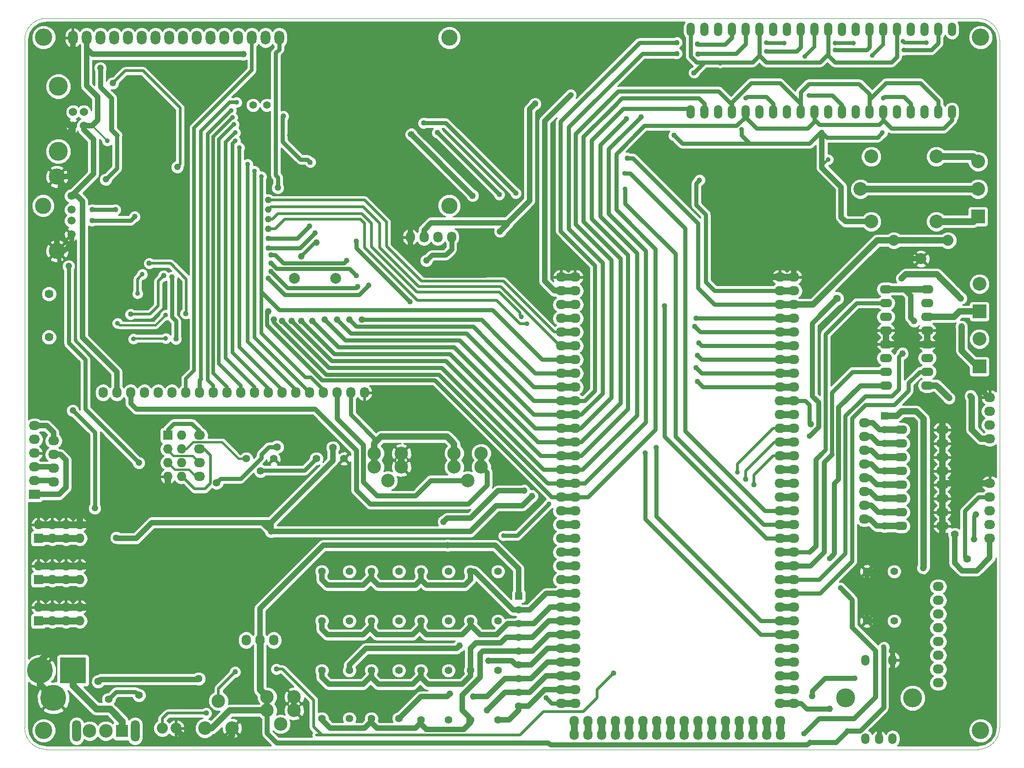
<source format=gbr>
G04 #@! TF.FileFunction,Copper,L2,Bot,Signal*
%FSLAX46Y46*%
G04 Gerber Fmt 4.6, Leading zero omitted, Abs format (unit mm)*
G04 Created by KiCad (PCBNEW 4.0.4-stable) date 12/15/16 19:51:19*
%MOMM*%
%LPD*%
G01*
G04 APERTURE LIST*
%ADD10C,0.100000*%
%ADD11C,2.499360*%
%ADD12O,1.800000X2.600000*%
%ADD13C,3.000000*%
%ADD14O,1.727200X2.032000*%
%ADD15C,1.524000*%
%ADD16C,3.500000*%
%ADD17O,2.032000X1.727200*%
%ADD18R,2.032000X1.727200*%
%ADD19R,1.727200X1.727200*%
%ADD20O,1.727200X1.727200*%
%ADD21C,1.501140*%
%ADD22C,2.999740*%
%ADD23C,2.032000*%
%ADD24O,2.032000X2.032000*%
%ADD25R,2.300000X2.300000*%
%ADD26C,2.500000*%
%ADD27O,1.651000X4.000000*%
%ADD28O,1.524000X2.524000*%
%ADD29C,4.800600*%
%ADD30R,4.800600X4.800600*%
%ADD31O,2.300000X1.600000*%
%ADD32R,2.540000X2.540000*%
%ADD33C,2.540000*%
%ADD34C,3.200000*%
%ADD35C,1.600000*%
%ADD36C,2.000000*%
%ADD37C,1.397000*%
%ADD38R,1.397000X1.397000*%
%ADD39O,1.501140X1.998980*%
%ADD40C,3.500120*%
%ADD41C,0.910000*%
%ADD42C,1.210000*%
%ADD43C,1.010000*%
%ADD44C,1.410000*%
%ADD45C,0.889000*%
%ADD46C,0.635000*%
%ADD47C,0.762000*%
%ADD48C,1.270000*%
%ADD49C,1.016000*%
%ADD50C,0.889000*%
%ADD51C,1.143000*%
%ADD52C,0.508000*%
%ADD53C,0.304800*%
%ADD54C,0.381000*%
%ADD55C,0.254000*%
G04 APERTURE END LIST*
D10*
X215556500Y-163166000D02*
X43556500Y-163166000D01*
X39556500Y-159166000D02*
X39556500Y-32166000D01*
X219556500Y-32166000D02*
X219556500Y-159166000D01*
X43556500Y-28166000D02*
X215556500Y-28166000D01*
X39556500Y-159166000D02*
G75*
G03X43556500Y-163166000I4000000J0D01*
G01*
X215556500Y-163166000D02*
G75*
G03X219556500Y-159166000I0J4000000D01*
G01*
X219556500Y-32166000D02*
G75*
G03X215556500Y-28166000I-4000000J0D01*
G01*
X43556500Y-28166000D02*
G75*
G03X39556500Y-32166000I0J-4000000D01*
G01*
D11*
X75333860Y-154218640D03*
X77833220Y-159258000D03*
X72834500Y-159258000D03*
D12*
X48450500Y-31750000D03*
X50990500Y-31750000D03*
X53530500Y-31750000D03*
X56070500Y-31750000D03*
X58610500Y-31750000D03*
X61150500Y-31750000D03*
X63690500Y-31750000D03*
X66230500Y-31750000D03*
X68770500Y-31750000D03*
X71310500Y-31750000D03*
X73850500Y-31750000D03*
X76390500Y-31750000D03*
X78930500Y-31750000D03*
X81470500Y-31750000D03*
X84010500Y-31750000D03*
X86550500Y-31750000D03*
D13*
X42951400Y-31750000D03*
X42951400Y-62750700D03*
X117949980Y-62750700D03*
X117949980Y-31750000D03*
D14*
X102298500Y-97282000D03*
X99758500Y-97282000D03*
X97218500Y-97282000D03*
X94678500Y-97282000D03*
X92138500Y-97282000D03*
X89598500Y-97282000D03*
X87058500Y-97282000D03*
X84518500Y-97282000D03*
X81978500Y-97282000D03*
X79438500Y-97282000D03*
X76898500Y-97282000D03*
X74358500Y-97282000D03*
X71818500Y-97282000D03*
X69278500Y-97282000D03*
X66738500Y-97282000D03*
X64198500Y-97282000D03*
X61658500Y-97282000D03*
X59118500Y-97282000D03*
X56578500Y-97282000D03*
X54038500Y-97282000D03*
D15*
X50482500Y-45466000D03*
X50482500Y-48006000D03*
X48483520Y-48006000D03*
X48483520Y-45466000D03*
D16*
X45783500Y-40736520D03*
X45783500Y-52735480D03*
D17*
X71818500Y-105156000D03*
X71818500Y-107696000D03*
X71818500Y-110236000D03*
X71818500Y-112776000D03*
X194627500Y-120650000D03*
X194627500Y-118110000D03*
X194627500Y-115570000D03*
X194627500Y-113030000D03*
X194627500Y-110490000D03*
X194627500Y-107950000D03*
X194627500Y-105410000D03*
X194627500Y-102870000D03*
X208216500Y-150876000D03*
X208216500Y-148336000D03*
X208216500Y-145796000D03*
X208216500Y-143256000D03*
X208216500Y-140716000D03*
X208216500Y-138176000D03*
X208216500Y-135636000D03*
X208216500Y-133096000D03*
X138620500Y-75946000D03*
X138620500Y-78486000D03*
X138620500Y-81026000D03*
X138620500Y-83566000D03*
X138620500Y-86106000D03*
X138620500Y-88646000D03*
X138620500Y-91186000D03*
X138620500Y-93726000D03*
X138620500Y-96266000D03*
X138620500Y-98806000D03*
X138620500Y-101346000D03*
X138620500Y-103886000D03*
X138620500Y-106426000D03*
X138620500Y-108966000D03*
X138620500Y-111506000D03*
X138620500Y-114046000D03*
X138620500Y-116586000D03*
X138620500Y-119126000D03*
X138620500Y-121666000D03*
X138620500Y-124206000D03*
X138620500Y-126746000D03*
X138620500Y-129286000D03*
X138620500Y-131826000D03*
X138620500Y-134366000D03*
X138620500Y-136906000D03*
X138620500Y-139446000D03*
X138620500Y-141986000D03*
X138620500Y-144526000D03*
X138620500Y-147066000D03*
X138620500Y-149606000D03*
X138620500Y-152146000D03*
X138620500Y-154686000D03*
D18*
X41338500Y-116078000D03*
D17*
X41338500Y-113538000D03*
X41338500Y-110998000D03*
X41338500Y-108458000D03*
X41338500Y-105918000D03*
X41338500Y-103378000D03*
D19*
X42100500Y-124206000D03*
D20*
X42100500Y-121666000D03*
X44640500Y-124206000D03*
X44640500Y-121666000D03*
X47180500Y-124206000D03*
X47180500Y-121666000D03*
X49720500Y-124206000D03*
X49720500Y-121666000D03*
D19*
X42100500Y-131826000D03*
D20*
X42100500Y-129286000D03*
X44640500Y-131826000D03*
X44640500Y-129286000D03*
X47180500Y-131826000D03*
X47180500Y-129286000D03*
X49720500Y-131826000D03*
X49720500Y-129286000D03*
D19*
X42100500Y-139446000D03*
D20*
X42100500Y-136906000D03*
X44640500Y-139446000D03*
X44640500Y-136906000D03*
X47180500Y-139446000D03*
X47180500Y-136906000D03*
X49720500Y-139446000D03*
X49720500Y-136906000D03*
D14*
X110740500Y-68560000D03*
X113280500Y-68560000D03*
X115820500Y-68560000D03*
X118360500Y-68560000D03*
X80454500Y-143002000D03*
X82994500Y-143002000D03*
X85534500Y-143002000D03*
D21*
X48198620Y-68072860D03*
X48198620Y-65532860D03*
X48198620Y-63500860D03*
X48198620Y-60960860D03*
D22*
X45531620Y-71120860D03*
X45531620Y-57404860D03*
D23*
X64960500Y-159258000D03*
D24*
X67500500Y-159258000D03*
D17*
X217741500Y-124206000D03*
X217741500Y-121666000D03*
X217741500Y-119126000D03*
X217741500Y-116586000D03*
X217741500Y-114046000D03*
X217741500Y-105791000D03*
X217741500Y-103251000D03*
X217741500Y-100711000D03*
X217741500Y-98171000D03*
X44894500Y-113792000D03*
X44894500Y-111252000D03*
X44894500Y-108712000D03*
X44894500Y-106172000D03*
D14*
X141024500Y-160416000D03*
X143564500Y-160416000D03*
X146104500Y-160416000D03*
X148644500Y-160416000D03*
X151184500Y-160416000D03*
X153724500Y-160416000D03*
X156264500Y-160416000D03*
X158804500Y-160416000D03*
X161344500Y-160416000D03*
X163884500Y-160416000D03*
X166424500Y-160416000D03*
X168964500Y-160416000D03*
X171504500Y-160416000D03*
X174044500Y-160416000D03*
X176584500Y-160416000D03*
X179124500Y-160416000D03*
X141024500Y-157916000D03*
X143564500Y-157916000D03*
X146104500Y-157916000D03*
X148644500Y-157916000D03*
X151184500Y-157916000D03*
X153724500Y-157916000D03*
X156264500Y-157916000D03*
X158804500Y-157916000D03*
X161344500Y-157916000D03*
X163884500Y-157916000D03*
X166424500Y-157916000D03*
X168964500Y-157916000D03*
X171504500Y-157916000D03*
X174044500Y-157916000D03*
X176584500Y-157916000D03*
X179124500Y-157916000D03*
D17*
X181546500Y-75946000D03*
X181546500Y-78486000D03*
X181546500Y-81026000D03*
X181546500Y-83566000D03*
X181546500Y-86106000D03*
X181546500Y-88646000D03*
X181546500Y-91186000D03*
X181546500Y-93726000D03*
X181546500Y-96266000D03*
X181546500Y-98806000D03*
X181546500Y-101346000D03*
X181546500Y-103886000D03*
X181546500Y-106426000D03*
X181546500Y-108966000D03*
X181546500Y-111506000D03*
X181546500Y-114046000D03*
X181546500Y-116586000D03*
X181546500Y-119126000D03*
X181546500Y-121666000D03*
X181546500Y-124206000D03*
X181546500Y-126746000D03*
X181546500Y-129286000D03*
X181546500Y-131826000D03*
X181546500Y-134366000D03*
X181546500Y-136906000D03*
X181546500Y-139446000D03*
X181546500Y-141986000D03*
X181546500Y-144526000D03*
X181546500Y-147066000D03*
X181546500Y-149606000D03*
X181546500Y-152146000D03*
X181546500Y-154686000D03*
X179006500Y-75946000D03*
X179006500Y-78486000D03*
X179006500Y-81026000D03*
X179006500Y-83566000D03*
X179006500Y-86106000D03*
X179006500Y-88646000D03*
X179006500Y-91186000D03*
X179006500Y-93726000D03*
X179006500Y-96266000D03*
X179006500Y-98806000D03*
X179006500Y-101346000D03*
X179006500Y-103886000D03*
X179006500Y-106426000D03*
X179006500Y-108966000D03*
X179006500Y-111506000D03*
X179006500Y-114046000D03*
X179006500Y-116586000D03*
X179006500Y-119126000D03*
X179006500Y-121666000D03*
X179006500Y-124206000D03*
X179006500Y-126746000D03*
X179006500Y-129286000D03*
X179006500Y-131826000D03*
X179006500Y-134366000D03*
X179006500Y-136906000D03*
X179006500Y-139446000D03*
X179006500Y-141986000D03*
X179006500Y-144526000D03*
X179006500Y-147066000D03*
X179006500Y-149606000D03*
X179006500Y-152146000D03*
X179006500Y-154686000D03*
X141160500Y-75946000D03*
X141160500Y-78486000D03*
X141160500Y-81026000D03*
X141160500Y-83566000D03*
X141160500Y-86106000D03*
X141160500Y-88646000D03*
X141160500Y-91186000D03*
X141160500Y-93726000D03*
X141160500Y-96266000D03*
X141160500Y-98806000D03*
X141160500Y-101346000D03*
X141160500Y-103886000D03*
X141160500Y-106426000D03*
X141160500Y-108966000D03*
X141160500Y-111506000D03*
X141160500Y-114046000D03*
X141160500Y-116586000D03*
X141160500Y-119126000D03*
X141160500Y-121666000D03*
X141160500Y-124206000D03*
X141160500Y-126746000D03*
X141160500Y-129286000D03*
X141160500Y-131826000D03*
X141160500Y-134366000D03*
X141160500Y-136906000D03*
X141160500Y-139446000D03*
X141160500Y-141986000D03*
X141160500Y-144526000D03*
X141160500Y-147066000D03*
X141160500Y-149606000D03*
X141160500Y-152146000D03*
X141160500Y-154686000D03*
D19*
X65976500Y-105156000D03*
D20*
X68516500Y-105156000D03*
X65976500Y-107696000D03*
X68516500Y-107696000D03*
X65976500Y-110236000D03*
X68516500Y-110236000D03*
X65976500Y-112776000D03*
X68516500Y-112776000D03*
D25*
X57546500Y-159766000D03*
D26*
X54546500Y-159766000D03*
X51546500Y-159766000D03*
D27*
X49146460Y-159766000D03*
X59946540Y-159766000D03*
D28*
X162496500Y-45466000D03*
X165036500Y-45466000D03*
X167576500Y-45466000D03*
X170116500Y-45466000D03*
X172656500Y-45466000D03*
X172656500Y-30226000D03*
X170116500Y-30226000D03*
X167576500Y-30226000D03*
X165036500Y-30226000D03*
X162496500Y-30226000D03*
D29*
X42354500Y-148590000D03*
D30*
X48450500Y-148590000D03*
D29*
X44854500Y-153670000D03*
D31*
X198556500Y-78166000D03*
X198556500Y-80706000D03*
X198556500Y-83246000D03*
X198556500Y-85786000D03*
X198556500Y-88326000D03*
X198556500Y-90866000D03*
X198556500Y-93406000D03*
X198556500Y-95946000D03*
X206176500Y-95946000D03*
X206176500Y-93406000D03*
X206176500Y-90866000D03*
X206176500Y-88326000D03*
X206176500Y-85786000D03*
X206176500Y-83246000D03*
X206176500Y-80706000D03*
X206176500Y-78166000D03*
D32*
X215836500Y-92456000D03*
D33*
X215836500Y-87376000D03*
D32*
X215836500Y-82296000D03*
D33*
X215836500Y-77216000D03*
X195867020Y-53690520D03*
X193865500Y-59690000D03*
X207865980Y-53690520D03*
X207865980Y-65689480D03*
X195867020Y-65689480D03*
D32*
X215582500Y-64770000D03*
D33*
X215582500Y-59690000D03*
X215582500Y-54610000D03*
D34*
X216056500Y-159666000D03*
X43056500Y-31666000D03*
X43056500Y-159666000D03*
X216056500Y-31666000D03*
D35*
X44038500Y-79042000D03*
X44038500Y-87042000D03*
D36*
X96954340Y-76200000D03*
X89354660Y-76200000D03*
D23*
X205041500Y-72566000D03*
X200041500Y-69166000D03*
X210041500Y-69166000D03*
D37*
X84264500Y-44196000D03*
X81724500Y-44196000D03*
D28*
X175196500Y-45466000D03*
X177736500Y-45466000D03*
X180276500Y-45466000D03*
X182816500Y-45466000D03*
X185356500Y-45466000D03*
X185356500Y-30226000D03*
X182816500Y-30226000D03*
X180276500Y-30226000D03*
X177736500Y-30226000D03*
X175196500Y-30226000D03*
X187896500Y-45466000D03*
X190436500Y-45466000D03*
X192976500Y-45466000D03*
X195516500Y-45466000D03*
X198056500Y-45466000D03*
X198056500Y-30226000D03*
X195516500Y-30226000D03*
X192976500Y-30226000D03*
X190436500Y-30226000D03*
X187896500Y-30226000D03*
X200596500Y-45466000D03*
X203136500Y-45466000D03*
X205676500Y-45466000D03*
X208216500Y-45466000D03*
X210756500Y-45466000D03*
X210756500Y-30226000D03*
X208216500Y-30226000D03*
X205676500Y-30226000D03*
X203136500Y-30226000D03*
X200596500Y-30226000D03*
D38*
X130746500Y-134874000D03*
D37*
X130746500Y-137414000D03*
X130746500Y-139954000D03*
X130746500Y-142494000D03*
X130746500Y-145034000D03*
X130746500Y-147574000D03*
X130746500Y-150114000D03*
X130746500Y-152654000D03*
X130746500Y-155194000D03*
D38*
X198310500Y-101600000D03*
D37*
X198310500Y-104140000D03*
X198310500Y-106680000D03*
X198310500Y-109220000D03*
X198310500Y-111760000D03*
X198310500Y-114300000D03*
X198310500Y-116840000D03*
X198310500Y-119380000D03*
X198310500Y-121920000D03*
D31*
X201358500Y-104140000D03*
X201358500Y-106680000D03*
X201358500Y-109220000D03*
X201358500Y-111760000D03*
X201358500Y-114300000D03*
X201358500Y-116840000D03*
X201358500Y-119380000D03*
X201358500Y-121920000D03*
X208978500Y-121920000D03*
X208978500Y-119380000D03*
X208978500Y-116840000D03*
X208978500Y-114300000D03*
X208978500Y-111760000D03*
X208978500Y-109220000D03*
X208978500Y-106680000D03*
X208978500Y-104140000D03*
D39*
X194795140Y-161170620D03*
X197294500Y-161170620D03*
X199793860Y-161170620D03*
D40*
X191094360Y-153670000D03*
X203494640Y-153670000D03*
D39*
X194795140Y-146669760D03*
X199793860Y-146669760D03*
D11*
X86804500Y-158456000D03*
X84304500Y-155956000D03*
X89304500Y-155956000D03*
X84304500Y-153456000D03*
X89304500Y-153456000D03*
X106616500Y-113498000D03*
X104116500Y-110998000D03*
X109116500Y-110998000D03*
X104116500Y-108498000D03*
X109116500Y-108498000D03*
X121348500Y-113498000D03*
X118848500Y-110998000D03*
X123848500Y-110998000D03*
X118848500Y-108498000D03*
X123848500Y-108498000D03*
D37*
X195008500Y-130302000D03*
X200088500Y-130302000D03*
X195008500Y-139446000D03*
X200088500Y-139446000D03*
X85534500Y-109474000D03*
X80454500Y-109474000D03*
X98488500Y-109474000D03*
X93408500Y-109474000D03*
X94424500Y-130302000D03*
X99504500Y-130302000D03*
X103568500Y-130302000D03*
X108648500Y-130302000D03*
X112712500Y-130302000D03*
X117792500Y-130302000D03*
X121856500Y-130302000D03*
X126936500Y-130302000D03*
X94424500Y-139446000D03*
X99504500Y-139446000D03*
X103568500Y-139446000D03*
X108648500Y-139446000D03*
X112712500Y-139446000D03*
X117792500Y-139446000D03*
X121856500Y-139446000D03*
X126936500Y-139446000D03*
X94424500Y-148590000D03*
X99504500Y-148590000D03*
X103568500Y-148590000D03*
X108648500Y-148590000D03*
X112712500Y-148590000D03*
X117792500Y-148590000D03*
X121856500Y-148590000D03*
X126936500Y-148590000D03*
X94424500Y-157480000D03*
X99504500Y-157480000D03*
X103568500Y-157480000D03*
X108648500Y-157480000D03*
X112712500Y-157734000D03*
X117792500Y-157734000D03*
X121856500Y-157734000D03*
X126936500Y-157734000D03*
D41*
X77914500Y-46482000D03*
D42*
X88836500Y-84074000D03*
D41*
X78168500Y-47752000D03*
D42*
X90614500Y-84074000D03*
D41*
X172656500Y-42926000D03*
X184340500Y-42418000D03*
X198056500Y-42926000D03*
X78422500Y-49276000D03*
D42*
X92646500Y-84074000D03*
X84518500Y-82296000D03*
D41*
X78422500Y-50800000D03*
D42*
X94932500Y-83820000D03*
D41*
X183578500Y-35179000D03*
X179768500Y-32766000D03*
X176466500Y-32639000D03*
X189166500Y-32766000D03*
X192595500Y-32766000D03*
X196024500Y-35052000D03*
X201739500Y-32385000D03*
X206057500Y-32639000D03*
D43*
X163893500Y-34798000D03*
X159956500Y-34671000D03*
D41*
X79184500Y-52070000D03*
D42*
X97218500Y-83820000D03*
D41*
X176466500Y-34290000D03*
X189166500Y-34036000D03*
X201866500Y-34036000D03*
D43*
X159956500Y-32639000D03*
X163766500Y-32893000D03*
D41*
X77660500Y-45212000D03*
D42*
X87058500Y-84074000D03*
D43*
X150685500Y-46736000D03*
D41*
X78676500Y-43688000D03*
D42*
X85534500Y-83820000D03*
D43*
X163131500Y-38227000D03*
X153352500Y-46355000D03*
D44*
X53149500Y-150622000D03*
X71691500Y-150114000D03*
X96456500Y-107442000D03*
D42*
X52514500Y-118618000D03*
X48450500Y-100584000D03*
X85026500Y-122936000D03*
D44*
X189547500Y-79883000D03*
X211264500Y-123444000D03*
D43*
X164147500Y-58039000D03*
X184467500Y-105283000D03*
D42*
X133794500Y-43942000D03*
X133223000Y-116395500D03*
X127317500Y-67500500D03*
X56451500Y-124079000D03*
D44*
X69786500Y-153924000D03*
D42*
X94170500Y-34036000D03*
X100520500Y-42672000D03*
X47180500Y-96520000D03*
X88582500Y-49784000D03*
X210502500Y-160782000D03*
D44*
X194881500Y-78359000D03*
X210121500Y-130683000D03*
D43*
X168338500Y-76327000D03*
D42*
X130619500Y-73660000D03*
X66230500Y-60071000D03*
X80073500Y-36893500D03*
X87884000Y-40830500D03*
D43*
X188277500Y-61976000D03*
X183451500Y-160274000D03*
X190182500Y-133350000D03*
X188150500Y-127889000D03*
D45*
X127952500Y-123698000D03*
X136334500Y-117856000D03*
D43*
X140398500Y-42291000D03*
D41*
X187896500Y-54229000D03*
X54800500Y-50800000D03*
D42*
X79946500Y-34798000D03*
D41*
X197929500Y-49276000D03*
X171894500Y-48641000D03*
D42*
X210248500Y-98298000D03*
X214185500Y-97917000D03*
X203771500Y-84074000D03*
D43*
X186753500Y-49276000D03*
X159448500Y-49784000D03*
X163512500Y-83566000D03*
X59880500Y-64770000D03*
X52006500Y-65532000D03*
X84518500Y-68834000D03*
X92138500Y-66548000D03*
X163258500Y-85090000D03*
X93154500Y-67818000D03*
X84518500Y-70612000D03*
X52006500Y-63500000D03*
X56324500Y-63500000D03*
D44*
X60642500Y-153162000D03*
X55054500Y-153924000D03*
D42*
X53530500Y-37338000D03*
X60642500Y-110236000D03*
X47688500Y-73914000D03*
X54546500Y-57912000D03*
D41*
X83248500Y-57404000D03*
X81978500Y-56388000D03*
D42*
X101790500Y-83820000D03*
D41*
X80708500Y-55118000D03*
D42*
X99504500Y-83820000D03*
X86296500Y-59436000D03*
X201485500Y-76200000D03*
X212407500Y-79883000D03*
X212534500Y-85090000D03*
X201612500Y-90043000D03*
D41*
X131254500Y-83312000D03*
D42*
X67754500Y-55626000D03*
X84518500Y-65278000D03*
X55816500Y-40132000D03*
X84518500Y-67056000D03*
D41*
X132270500Y-84582000D03*
D42*
X84518500Y-61722000D03*
X84518500Y-63500000D03*
D43*
X164020500Y-88138000D03*
X85026500Y-71882000D03*
X98996500Y-72898000D03*
X62547500Y-73406000D03*
X69278500Y-82677000D03*
X100774500Y-75692000D03*
X85026500Y-73406000D03*
D41*
X60388500Y-78994000D03*
X61277500Y-75438000D03*
D43*
X163766500Y-90424000D03*
X163512500Y-92710000D03*
X101028500Y-77724000D03*
X85026500Y-74930000D03*
X59118500Y-82804000D03*
X65214500Y-75692000D03*
X163766500Y-95250000D03*
X84518500Y-76200000D03*
X103060500Y-77470000D03*
X67500500Y-87376000D03*
X66738500Y-75946000D03*
D42*
X113728500Y-72898000D03*
X184721500Y-103124000D03*
D43*
X86042500Y-148336000D03*
X78422500Y-148844000D03*
X148272500Y-149098000D03*
X172656500Y-113284000D03*
X73088500Y-156464000D03*
X174180500Y-114300000D03*
D42*
X215201500Y-119761000D03*
X214820500Y-124333000D03*
D44*
X213550500Y-128016000D03*
D43*
X192849500Y-149987000D03*
D42*
X184975500Y-153289000D03*
D43*
X110680500Y-80518000D03*
X100774500Y-69342000D03*
X135826500Y-153670000D03*
X113220500Y-47498000D03*
X156146500Y-107442000D03*
X130238500Y-60452000D03*
X127190500Y-60706000D03*
X115760500Y-49276000D03*
X154114500Y-108458000D03*
D42*
X90614500Y-72136000D03*
X93408500Y-69596000D03*
D44*
X83121500Y-111760000D03*
D41*
X59626500Y-87376000D03*
X65595500Y-87249000D03*
X56705500Y-84455000D03*
X65595500Y-82931000D03*
D43*
X150812500Y-53975000D03*
X87312500Y-46228000D03*
X92265500Y-54737000D03*
X198183500Y-144272000D03*
X191452500Y-159702500D03*
D42*
X205422500Y-129667000D03*
X117665500Y-125476000D03*
X116903500Y-121094500D03*
X131762500Y-115379500D03*
X122237500Y-60896500D03*
X110934500Y-49593500D03*
X125158500Y-146812000D03*
X119824500Y-144018000D03*
X122364500Y-153416000D03*
X118046500Y-152908000D03*
X124904500Y-155956000D03*
D45*
X171132500Y-112014000D03*
D42*
X188150500Y-155702000D03*
D44*
X74993500Y-113919000D03*
X86169500Y-107315000D03*
D41*
X150304500Y-56769000D03*
X150431500Y-59690000D03*
D43*
X157670500Y-81280000D03*
D46*
X76898500Y-97282000D02*
X76898500Y-96266000D01*
X75120500Y-49276000D02*
X76644500Y-47752000D01*
X74358500Y-93726000D02*
X74358500Y-50038000D01*
X74358500Y-50038000D02*
X75120500Y-49276000D01*
X76898500Y-96266000D02*
X74358500Y-93726000D01*
X76644500Y-47752000D02*
X76898500Y-47498000D01*
X76898500Y-47498000D02*
X77914500Y-46482000D01*
D47*
X134810500Y-108966000D02*
X117284500Y-91440000D01*
X117284500Y-91440000D02*
X96202500Y-91440000D01*
X96202500Y-91440000D02*
X88836500Y-84074000D01*
X138620500Y-108966000D02*
X134810500Y-108966000D01*
D48*
X141160500Y-108966000D02*
X138620500Y-108966000D01*
D47*
X161861500Y-44831000D02*
X162496500Y-45466000D01*
X142303500Y-108966000D02*
X150939500Y-100330000D01*
X150939500Y-100330000D02*
X150939500Y-71882000D01*
X150939500Y-71882000D02*
X144208500Y-65151000D01*
X144208500Y-65151000D02*
X144208500Y-50673000D01*
X144208500Y-50673000D02*
X150050500Y-44831000D01*
X150050500Y-44831000D02*
X161861500Y-44831000D01*
X141160500Y-108966000D02*
X142303500Y-108966000D01*
D46*
X79438500Y-96012000D02*
X75374500Y-91948000D01*
X75374500Y-91948000D02*
X75374500Y-50546000D01*
X75374500Y-50546000D02*
X78168500Y-47752000D01*
X79438500Y-97282000D02*
X79438500Y-96012000D01*
D47*
X134302500Y-106426000D02*
X118046500Y-90170000D01*
X118046500Y-90170000D02*
X96710500Y-90170000D01*
X96710500Y-90170000D02*
X90614500Y-84074000D01*
X138620500Y-106426000D02*
X134302500Y-106426000D01*
D48*
X138620500Y-106426000D02*
X141160500Y-106426000D01*
D47*
X177736500Y-43942000D02*
X177736500Y-45466000D01*
X176466500Y-42672000D02*
X177736500Y-43942000D01*
X172910500Y-42672000D02*
X176466500Y-42672000D01*
X172656500Y-42926000D02*
X172910500Y-42672000D01*
X184340500Y-42418000D02*
X188658500Y-42418000D01*
X188658500Y-42418000D02*
X190436500Y-44196000D01*
X190436500Y-44196000D02*
X190436500Y-45466000D01*
X198056500Y-42926000D02*
X198310500Y-42672000D01*
X198310500Y-42672000D02*
X201866500Y-42672000D01*
X201866500Y-42672000D02*
X203136500Y-43942000D01*
X203136500Y-43942000D02*
X203136500Y-45466000D01*
X142303500Y-106426000D02*
X149542500Y-99187000D01*
X149542500Y-99187000D02*
X149542500Y-72517000D01*
X149542500Y-72517000D02*
X142684500Y-65659000D01*
X142684500Y-65659000D02*
X142684500Y-50038000D01*
X142684500Y-50038000D02*
X148336000Y-44386500D01*
X141160500Y-106426000D02*
X142303500Y-106426000D01*
X149796500Y-42926000D02*
X164020500Y-42926000D01*
X164020500Y-42926000D02*
X165036500Y-43942000D01*
X165036500Y-43942000D02*
X165036500Y-45466000D01*
X148336000Y-44386500D02*
X149796500Y-42926000D01*
X182816500Y-45466000D02*
X182816500Y-41783000D01*
X195516500Y-42164000D02*
X195516500Y-45466000D01*
X193611500Y-40259000D02*
X195516500Y-42164000D01*
X184340500Y-40259000D02*
X193611500Y-40259000D01*
X182816500Y-41783000D02*
X184340500Y-40259000D01*
D46*
X76644500Y-51054000D02*
X78422500Y-49276000D01*
X76644500Y-90932000D02*
X76644500Y-51054000D01*
X81978500Y-96266000D02*
X76644500Y-90932000D01*
X81978500Y-97282000D02*
X81978500Y-96266000D01*
D47*
X133794500Y-103886000D02*
X118808500Y-88900000D01*
X118808500Y-88900000D02*
X97472500Y-88900000D01*
X97472500Y-88900000D02*
X92646500Y-84074000D01*
X138620500Y-103886000D02*
X133794500Y-103886000D01*
D48*
X138620500Y-103886000D02*
X141160500Y-103886000D01*
D47*
X170116500Y-43688000D02*
X173672500Y-40132000D01*
X173672500Y-40132000D02*
X179006500Y-40132000D01*
X179006500Y-40132000D02*
X182816500Y-43942000D01*
X182816500Y-43942000D02*
X182816500Y-45466000D01*
X170116500Y-45466000D02*
X170116500Y-43688000D01*
X195516500Y-43180000D02*
X198564500Y-40132000D01*
X195516500Y-45466000D02*
X195516500Y-43180000D01*
X208216500Y-43434000D02*
X208216500Y-45466000D01*
X204914500Y-40132000D02*
X208216500Y-43434000D01*
X198564500Y-40132000D02*
X204914500Y-40132000D01*
X147891500Y-98171000D02*
X147891500Y-72771000D01*
X147891500Y-72771000D02*
X141287500Y-66167000D01*
X141287500Y-66167000D02*
X141287500Y-49530000D01*
X141287500Y-49530000D02*
X149161500Y-41656000D01*
X149161500Y-41656000D02*
X167703500Y-41656000D01*
X167703500Y-41656000D02*
X170116500Y-44069000D01*
X170116500Y-44069000D02*
X170116500Y-45466000D01*
X142176500Y-103886000D02*
X147891500Y-98171000D01*
X141160500Y-103886000D02*
X142176500Y-103886000D01*
X185356500Y-45466000D02*
X185356500Y-46863000D01*
X198056500Y-47053500D02*
X198056500Y-45466000D01*
X197294500Y-47815500D02*
X198056500Y-47053500D01*
X186309000Y-47815500D02*
X197294500Y-47815500D01*
X185356500Y-46863000D02*
X186309000Y-47815500D01*
D46*
X71374000Y-47815500D02*
X81470500Y-37719000D01*
X81470500Y-37719000D02*
X81470500Y-31750000D01*
D47*
X136842500Y-116586000D02*
X115252500Y-94996000D01*
X115252500Y-94996000D02*
X94424500Y-94996000D01*
X94424500Y-94996000D02*
X84264500Y-84836000D01*
X84264500Y-84836000D02*
X84264500Y-82550000D01*
X84264500Y-82550000D02*
X84518500Y-82296000D01*
X138620500Y-116586000D02*
X136842500Y-116586000D01*
D48*
X138620500Y-116586000D02*
X141160500Y-116586000D01*
D47*
X185356500Y-47244000D02*
X185356500Y-45466000D01*
X184086500Y-48514000D02*
X185356500Y-47244000D01*
X174688500Y-48514000D02*
X184086500Y-48514000D01*
X172656500Y-46482000D02*
X174688500Y-48514000D01*
X172656500Y-45466000D02*
X172656500Y-46482000D01*
X198056500Y-46990000D02*
X199580500Y-48514000D01*
X198056500Y-45466000D02*
X198056500Y-46990000D01*
X210756500Y-46990000D02*
X210756500Y-45466000D01*
X209232500Y-48514000D02*
X210756500Y-46990000D01*
X199580500Y-48514000D02*
X209232500Y-48514000D01*
X143573500Y-116586000D02*
X156019500Y-104140000D01*
X156019500Y-104140000D02*
X156019500Y-72009000D01*
X141160500Y-116586000D02*
X143573500Y-116586000D01*
X172656500Y-46355000D02*
X172656500Y-45466000D01*
X156019500Y-70739000D02*
X148780500Y-63500000D01*
X148780500Y-63500000D02*
X148780500Y-53213000D01*
X148780500Y-53213000D02*
X153987500Y-48006000D01*
X153987500Y-48006000D02*
X171005500Y-48006000D01*
X171005500Y-48006000D02*
X172656500Y-46355000D01*
X156019500Y-72009000D02*
X156019500Y-70739000D01*
D46*
X69278500Y-94742000D02*
X70802500Y-93218000D01*
X70802500Y-49276000D02*
X70802500Y-48387000D01*
X70802500Y-93218000D02*
X70802500Y-49276000D01*
X69278500Y-97282000D02*
X69278500Y-94742000D01*
X70802500Y-48387000D02*
X70802500Y-49276000D01*
X71374000Y-47815500D02*
X70802500Y-48387000D01*
X77914500Y-51308000D02*
X78422500Y-50800000D01*
X77914500Y-89916000D02*
X77914500Y-51308000D01*
X84518500Y-96520000D02*
X77914500Y-89916000D01*
X84518500Y-97282000D02*
X84518500Y-96520000D01*
D47*
X133540500Y-101346000D02*
X119824500Y-87630000D01*
X119824500Y-87630000D02*
X98742500Y-87630000D01*
X98742500Y-87630000D02*
X94932500Y-83820000D01*
X138620500Y-101346000D02*
X133540500Y-101346000D01*
D48*
X138620500Y-101346000D02*
X141160500Y-101346000D01*
D46*
X185356500Y-33401000D02*
X185356500Y-30226000D01*
X183578500Y-35179000D02*
X185356500Y-33401000D01*
X176593500Y-32766000D02*
X179768500Y-32766000D01*
X176466500Y-32639000D02*
X176593500Y-32766000D01*
X189166500Y-32766000D02*
X192595500Y-32766000D01*
X196024500Y-35052000D02*
X198056500Y-33020000D01*
X198056500Y-33020000D02*
X198056500Y-30226000D01*
X201739500Y-32385000D02*
X201993500Y-32639000D01*
X201993500Y-32639000D02*
X206057500Y-32639000D01*
D47*
X163893500Y-34798000D02*
X164020500Y-34671000D01*
X164020500Y-34671000D02*
X170878500Y-34671000D01*
X170878500Y-34671000D02*
X172656500Y-32893000D01*
X172656500Y-32893000D02*
X172656500Y-30226000D01*
X141160500Y-101346000D02*
X142303500Y-101346000D01*
X153606500Y-34671000D02*
X159956500Y-34671000D01*
X140017500Y-48260000D02*
X153606500Y-34671000D01*
X140017500Y-67056000D02*
X140017500Y-48260000D01*
X146240500Y-73279000D02*
X140017500Y-67056000D01*
X146240500Y-97409000D02*
X146240500Y-73279000D01*
X142303500Y-101346000D02*
X146240500Y-97409000D01*
D46*
X79184500Y-88900000D02*
X79184500Y-52070000D01*
X87058500Y-96774000D02*
X79184500Y-88900000D01*
X87058500Y-97282000D02*
X87058500Y-96774000D01*
D47*
X133540500Y-98806000D02*
X121094500Y-86360000D01*
X121094500Y-86360000D02*
X99758500Y-86360000D01*
X99758500Y-86360000D02*
X97218500Y-83820000D01*
X138620500Y-98806000D02*
X133540500Y-98806000D01*
D48*
X138620500Y-98806000D02*
X141160500Y-98806000D01*
D47*
X182816500Y-33528000D02*
X182816500Y-30226000D01*
X182054500Y-34290000D02*
X182816500Y-33528000D01*
X176466500Y-34290000D02*
X182054500Y-34290000D01*
X189166500Y-34036000D02*
X195008500Y-34036000D01*
X195008500Y-34036000D02*
X195516500Y-33528000D01*
X195516500Y-33528000D02*
X195516500Y-30226000D01*
X201866500Y-34036000D02*
X206946500Y-34036000D01*
X206946500Y-34036000D02*
X208216500Y-32766000D01*
X208216500Y-32766000D02*
X208216500Y-30226000D01*
X163766500Y-32893000D02*
X163893500Y-33020000D01*
X163893500Y-33020000D02*
X168846500Y-33020000D01*
X168846500Y-33020000D02*
X170116500Y-31750000D01*
X170116500Y-31750000D02*
X170116500Y-30226000D01*
X141160500Y-98806000D02*
X142938500Y-98806000D01*
X153098500Y-32639000D02*
X159956500Y-32639000D01*
X138493500Y-47244000D02*
X153098500Y-32639000D01*
X138493500Y-67437000D02*
X138493500Y-47244000D01*
X144843500Y-73787000D02*
X138493500Y-67437000D01*
X144843500Y-96901000D02*
X144843500Y-73787000D01*
X142938500Y-98806000D02*
X144843500Y-96901000D01*
D46*
X74358500Y-96012000D02*
X74358500Y-97282000D01*
X73342500Y-49530000D02*
X76898500Y-45974000D01*
X73342500Y-94996000D02*
X73342500Y-49530000D01*
X74358500Y-96012000D02*
X73342500Y-94996000D01*
X76898500Y-45974000D02*
X77660500Y-45212000D01*
D47*
X135318500Y-111506000D02*
X116522500Y-92710000D01*
X116522500Y-92710000D02*
X95694500Y-92710000D01*
X95694500Y-92710000D02*
X87058500Y-84074000D01*
X138620500Y-111506000D02*
X135318500Y-111506000D01*
D48*
X138620500Y-111506000D02*
X141160500Y-111506000D01*
D47*
X142557500Y-111506000D02*
X152590500Y-101473000D01*
X152590500Y-101473000D02*
X152590500Y-71501000D01*
X152590500Y-71501000D02*
X145859500Y-64770000D01*
X145859500Y-64770000D02*
X145859500Y-51562000D01*
X145859500Y-51562000D02*
X150685500Y-46736000D01*
X141160500Y-111506000D02*
X142557500Y-111506000D01*
D46*
X72072500Y-94742000D02*
X72072500Y-49022000D01*
X72072500Y-49022000D02*
X77406500Y-43688000D01*
X77406500Y-43688000D02*
X78676500Y-43688000D01*
D47*
X136080500Y-114046000D02*
X116014500Y-93980000D01*
X116014500Y-93980000D02*
X95186500Y-93980000D01*
X95186500Y-93980000D02*
X85534500Y-84328000D01*
X85534500Y-84328000D02*
X85534500Y-83820000D01*
X138620500Y-114046000D02*
X136080500Y-114046000D01*
D48*
X138620500Y-114046000D02*
X141160500Y-114046000D01*
D47*
X167957500Y-36322000D02*
X173926500Y-36322000D01*
X173926500Y-36322000D02*
X175196500Y-35052000D01*
X163639500Y-36322000D02*
X167957500Y-36322000D01*
X162496500Y-35179000D02*
X163639500Y-36322000D01*
X162496500Y-30226000D02*
X162496500Y-35179000D01*
X176466500Y-36322000D02*
X186372500Y-36322000D01*
X186372500Y-36322000D02*
X187896500Y-34798000D01*
X187896500Y-34798000D02*
X187896500Y-30226000D01*
X175196500Y-35052000D02*
X176466500Y-36322000D01*
X175196500Y-30226000D02*
X175196500Y-35052000D01*
X187896500Y-35052000D02*
X189166500Y-36322000D01*
X189166500Y-36322000D02*
X199580500Y-36322000D01*
X199580500Y-36322000D02*
X200596500Y-35306000D01*
X200596500Y-35306000D02*
X200596500Y-30226000D01*
X187896500Y-30226000D02*
X187896500Y-35052000D01*
X163131500Y-38227000D02*
X165036500Y-36322000D01*
X165036500Y-36322000D02*
X167830500Y-36322000D01*
X167830500Y-36322000D02*
X167957500Y-36449000D01*
X167957500Y-36449000D02*
X167957500Y-36322000D01*
X147383500Y-52324000D02*
X153352500Y-46355000D01*
X147383500Y-58674000D02*
X147383500Y-52324000D01*
X154241500Y-71120000D02*
X148399500Y-65278000D01*
X141160500Y-114046000D02*
X142938500Y-114046000D01*
X154241500Y-102743000D02*
X154241500Y-71882000D01*
X142938500Y-114046000D02*
X154241500Y-102743000D01*
X154241500Y-71882000D02*
X154241500Y-71120000D01*
X147383500Y-64262000D02*
X148399500Y-65278000D01*
X147383500Y-58674000D02*
X147383500Y-64262000D01*
X71818500Y-94996000D02*
X72072500Y-94742000D01*
X71818500Y-97282000D02*
X71818500Y-94996000D01*
D48*
X41846500Y-124206000D02*
X44386500Y-124206000D01*
X44386500Y-124206000D02*
X46926500Y-124206000D01*
X46926500Y-124206000D02*
X49466500Y-124206000D01*
D49*
X53530500Y-150241000D02*
X53149500Y-150622000D01*
X71564500Y-150241000D02*
X53530500Y-150241000D01*
X71691500Y-150114000D02*
X71564500Y-150241000D01*
X85026500Y-121285000D02*
X96456500Y-109855000D01*
X96456500Y-109855000D02*
X96456500Y-107442000D01*
D47*
X52514500Y-104648000D02*
X52514500Y-118618000D01*
X48450500Y-100584000D02*
X52514500Y-104648000D01*
D50*
X84518500Y-122428000D02*
X83375500Y-121285000D01*
X83375500Y-121285000D02*
X82105500Y-121285000D01*
X85026500Y-122936000D02*
X85026500Y-121285000D01*
X85026500Y-122428000D02*
X84518500Y-121920000D01*
X84518500Y-121920000D02*
X84518500Y-122428000D01*
X85026500Y-122936000D02*
X85026500Y-122428000D01*
D48*
X179006500Y-78486000D02*
X181546500Y-78486000D01*
D49*
X186499500Y-82931000D02*
X189547500Y-79883000D01*
X211264500Y-128778000D02*
X211264500Y-123444000D01*
X212661500Y-130175000D02*
X211264500Y-128778000D01*
X215328500Y-130175000D02*
X212661500Y-130175000D01*
X217741500Y-127762000D02*
X215328500Y-130175000D01*
X217741500Y-124206000D02*
X217741500Y-127762000D01*
D47*
X165290500Y-64389000D02*
X163512500Y-62611000D01*
X163512500Y-62611000D02*
X163512500Y-58674000D01*
X163512500Y-58674000D02*
X164147500Y-58039000D01*
D50*
X184975500Y-84455000D02*
X184975500Y-97917000D01*
X184975500Y-97917000D02*
X186118500Y-99060000D01*
X186118500Y-99060000D02*
X186118500Y-103632000D01*
X186118500Y-103632000D02*
X184467500Y-105283000D01*
X189547500Y-79883000D02*
X184975500Y-84455000D01*
D47*
X166941500Y-78486000D02*
X165290500Y-76835000D01*
X165290500Y-76835000D02*
X165290500Y-64389000D01*
X179006500Y-78486000D02*
X166941500Y-78486000D01*
D49*
X114617500Y-65913000D02*
X113280500Y-67250000D01*
X128651000Y-65913000D02*
X114617500Y-65913000D01*
X113280500Y-67250000D02*
X113280500Y-68560000D01*
X128714500Y-65913000D02*
X128651000Y-65913000D01*
X132778500Y-61849000D02*
X128714500Y-65913000D01*
X132778500Y-44958000D02*
X132778500Y-61849000D01*
X133794500Y-43942000D02*
X132778500Y-44958000D01*
X121856500Y-122936000D02*
X126650750Y-118141750D01*
X85026500Y-122936000D02*
X121856500Y-122936000D01*
X131476750Y-118141750D02*
X133223000Y-116395500D01*
X126650750Y-118141750D02*
X131476750Y-118141750D01*
X127317500Y-67500500D02*
X128651000Y-66167000D01*
X128651000Y-66167000D02*
X128651000Y-65913000D01*
X56451500Y-124079000D02*
X56578500Y-124206000D01*
X56578500Y-124206000D02*
X60134500Y-124206000D01*
X81978500Y-121285000D02*
X85026500Y-121285000D01*
X60134500Y-124206000D02*
X63055500Y-121285000D01*
X63055500Y-121285000D02*
X81978500Y-121285000D01*
D50*
X45531620Y-71120860D02*
X46798640Y-71120860D01*
X46798640Y-71120860D02*
X48198620Y-69720880D01*
X48198620Y-69720880D02*
X48198620Y-68072860D01*
D49*
X45531620Y-71120860D02*
X45531620Y-66799880D01*
X46164500Y-66167000D02*
X46164500Y-58037740D01*
X45531620Y-66799880D02*
X46164500Y-66167000D01*
X46164500Y-58037740D02*
X45531620Y-57404860D01*
D50*
X199793860Y-146669760D02*
X199793860Y-142897860D01*
X196342000Y-139446000D02*
X195008500Y-139446000D01*
X199793860Y-142897860D02*
X196342000Y-139446000D01*
D49*
X69786500Y-153924000D02*
X65214500Y-153924000D01*
X69596000Y-161988500D02*
X69786500Y-161798000D01*
X63754000Y-161988500D02*
X69596000Y-161988500D01*
X62357000Y-160591500D02*
X63754000Y-161988500D01*
X62357000Y-156781500D02*
X62357000Y-160591500D01*
X65214500Y-153924000D02*
X62357000Y-156781500D01*
D48*
X42354500Y-151170000D02*
X44854500Y-153670000D01*
X42354500Y-148590000D02*
X42354500Y-151170000D01*
D51*
X69786500Y-161798000D02*
X76644500Y-161798000D01*
X76644500Y-161798000D02*
X77833220Y-160609280D01*
X67500500Y-159512000D02*
X69786500Y-161798000D01*
X67500500Y-159258000D02*
X67500500Y-159512000D01*
D48*
X51752500Y-121666000D02*
X52768500Y-122682000D01*
X52768500Y-122682000D02*
X52768500Y-128270000D01*
X52768500Y-128270000D02*
X51752500Y-129286000D01*
X49466500Y-121666000D02*
X51752500Y-121666000D01*
X49466500Y-129286000D02*
X51752500Y-129286000D01*
X41846500Y-121666000D02*
X44386500Y-121666000D01*
X44386500Y-121666000D02*
X46926500Y-121666000D01*
X46926500Y-121666000D02*
X49466500Y-121666000D01*
X41846500Y-129286000D02*
X44386500Y-129286000D01*
X44386500Y-129286000D02*
X46926500Y-129286000D01*
X46926500Y-129286000D02*
X49466500Y-129286000D01*
X49466500Y-129286000D02*
X51244500Y-129286000D01*
X51244500Y-129286000D02*
X52768500Y-130810000D01*
X52768500Y-130810000D02*
X52768500Y-135382000D01*
X52768500Y-135890000D02*
X52768500Y-135382000D01*
X52768500Y-141478000D02*
X52768500Y-135890000D01*
X46164500Y-143002000D02*
X51244500Y-143002000D01*
X51244500Y-143002000D02*
X52768500Y-141478000D01*
X42354500Y-146812000D02*
X46164500Y-143002000D01*
X42354500Y-148590000D02*
X42354500Y-146812000D01*
X47180500Y-136906000D02*
X44640500Y-136906000D01*
X49720500Y-136906000D02*
X47180500Y-136906000D01*
X44640500Y-136906000D02*
X42100500Y-136906000D01*
D51*
X65976500Y-114554000D02*
X65976500Y-112776000D01*
X58864500Y-121666000D02*
X65976500Y-114554000D01*
X49720500Y-121666000D02*
X58864500Y-121666000D01*
D49*
X48450500Y-31750000D02*
X48450500Y-38100000D01*
X47433640Y-57404860D02*
X45531620Y-57404860D01*
X49974500Y-54864000D02*
X47433640Y-57404860D01*
X49974500Y-51308000D02*
X49974500Y-54864000D01*
X48483520Y-49817020D02*
X49974500Y-51308000D01*
D47*
X100520500Y-42672000D02*
X94170500Y-36322000D01*
X94170500Y-36322000D02*
X94170500Y-34036000D01*
D48*
X51752500Y-136906000D02*
X52768500Y-135890000D01*
X49720500Y-136906000D02*
X51752500Y-136906000D01*
X71056500Y-153924000D02*
X74231500Y-150749000D01*
X69786500Y-153924000D02*
X71056500Y-153924000D01*
X74231500Y-147701000D02*
X71310500Y-144780000D01*
X71310500Y-144780000D02*
X55816500Y-144780000D01*
X55816500Y-144780000D02*
X52768500Y-141732000D01*
X52768500Y-141732000D02*
X52768500Y-141478000D01*
X74231500Y-150749000D02*
X74231500Y-147701000D01*
X51752500Y-121666000D02*
X49720500Y-121666000D01*
X52768500Y-122682000D02*
X51752500Y-121666000D01*
X52768500Y-128270000D02*
X52768500Y-122682000D01*
X51752500Y-129286000D02*
X52768500Y-128270000D01*
X49720500Y-129286000D02*
X51752500Y-129286000D01*
X48704500Y-121666000D02*
X47180500Y-121666000D01*
X49720500Y-121666000D02*
X48704500Y-121666000D01*
X47180500Y-121666000D02*
X44640500Y-121666000D01*
X44640500Y-121666000D02*
X42100500Y-121666000D01*
D51*
X47180500Y-96520000D02*
X46418500Y-97282000D01*
X46418500Y-97282000D02*
X46418500Y-102362000D01*
X46418500Y-102362000D02*
X49720500Y-105664000D01*
X49720500Y-105664000D02*
X49720500Y-121666000D01*
D49*
X88582500Y-49784000D02*
X89344500Y-49022000D01*
X89344500Y-46228000D02*
X89344500Y-38862000D01*
X89344500Y-49022000D02*
X89344500Y-46228000D01*
X89344500Y-38862000D02*
X94170500Y-34036000D01*
D48*
X138620500Y-75946000D02*
X141160500Y-75946000D01*
X181546500Y-75946000D02*
X179006500Y-75946000D01*
D49*
X110740500Y-52892000D02*
X100520500Y-42672000D01*
X110740500Y-68560000D02*
X110740500Y-52892000D01*
D47*
X45910500Y-71499740D02*
X45531620Y-71120860D01*
X47180500Y-90678000D02*
X45910500Y-89408000D01*
X45910500Y-89408000D02*
X45910500Y-71499740D01*
X47180500Y-96520000D02*
X47180500Y-90678000D01*
D51*
X198556500Y-88326000D02*
X198556500Y-85786000D01*
X206176500Y-88326000D02*
X206176500Y-85786000D01*
X198556500Y-88326000D02*
X206176500Y-88326000D01*
X208978500Y-104140000D02*
X208978500Y-106680000D01*
X208978500Y-106680000D02*
X208978500Y-109220000D01*
X208978500Y-109220000D02*
X208978500Y-111760000D01*
X208978500Y-111760000D02*
X208978500Y-114300000D01*
X208978500Y-114300000D02*
X208978500Y-116840000D01*
X208978500Y-116840000D02*
X208978500Y-119380000D01*
X208978500Y-119380000D02*
X208978500Y-121920000D01*
X209232500Y-114046000D02*
X208978500Y-114300000D01*
X217741500Y-114046000D02*
X209232500Y-114046000D01*
X208978500Y-104140000D02*
X208978500Y-103759000D01*
D50*
X198437500Y-158623000D02*
X197294500Y-159766000D01*
X197294500Y-159766000D02*
X197294500Y-161170620D01*
X208343500Y-158623000D02*
X198437500Y-158623000D01*
X210502500Y-160782000D02*
X208343500Y-158623000D01*
X195008500Y-139446000D02*
X195008500Y-130302000D01*
X195008500Y-130302000D02*
X195008500Y-130048000D01*
D47*
X208978500Y-127762000D02*
X208978500Y-121920000D01*
D51*
X210375500Y-90043000D02*
X208658500Y-88326000D01*
X208658500Y-88326000D02*
X206176500Y-88326000D01*
X210375500Y-93218000D02*
X210375500Y-90043000D01*
X212153500Y-94996000D02*
X210375500Y-93218000D01*
D49*
X214439500Y-94996000D02*
X212153500Y-94996000D01*
X217614500Y-98171000D02*
X214439500Y-94996000D01*
X217741500Y-98171000D02*
X217614500Y-98171000D01*
D51*
X212153500Y-99568000D02*
X212153500Y-94996000D01*
X208978500Y-102743000D02*
X212153500Y-99568000D01*
X208978500Y-104140000D02*
X208978500Y-102743000D01*
X208978500Y-129032000D02*
X208978500Y-121920000D01*
X204406500Y-133604000D02*
X208978500Y-129032000D01*
X199072500Y-133604000D02*
X204406500Y-133604000D01*
X195770500Y-130302000D02*
X199072500Y-133604000D01*
X195008500Y-130302000D02*
X195770500Y-130302000D01*
D49*
X194881500Y-78359000D02*
X200674500Y-72566000D01*
X200674500Y-72566000D02*
X205041500Y-72566000D01*
D47*
X210121500Y-130683000D02*
X208978500Y-129540000D01*
X208978500Y-129540000D02*
X208978500Y-129032000D01*
D50*
X199793860Y-157266640D02*
X198437500Y-158623000D01*
X199793860Y-146669760D02*
X199793860Y-157266640D01*
D51*
X168719500Y-75946000D02*
X168338500Y-76327000D01*
X179006500Y-75946000D02*
X168719500Y-75946000D01*
D49*
X130619500Y-73660000D02*
X130556000Y-73596500D01*
X130556000Y-73596500D02*
X126619000Y-73596500D01*
X126619000Y-73596500D02*
X125666500Y-74549000D01*
X110740500Y-72704000D02*
X110740500Y-68560000D01*
X113601500Y-75565000D02*
X110740500Y-72704000D01*
X124650500Y-75565000D02*
X113601500Y-75565000D01*
X125666500Y-74549000D02*
X124650500Y-75565000D01*
X66230500Y-60071000D02*
X69532500Y-56769000D01*
X69532500Y-56769000D02*
X69532500Y-47371000D01*
X69532500Y-47371000D02*
X80010000Y-36893500D01*
X80010000Y-36893500D02*
X80073500Y-36893500D01*
X87884000Y-40830500D02*
X89344500Y-42291000D01*
X89344500Y-42291000D02*
X89344500Y-45847000D01*
X48450500Y-38100000D02*
X48958500Y-38608000D01*
X47688500Y-48006000D02*
X48483520Y-48006000D01*
X46418500Y-46736000D02*
X47688500Y-48006000D01*
X46418500Y-44196000D02*
X46418500Y-46736000D01*
X48958500Y-41656000D02*
X46418500Y-44196000D01*
X48958500Y-38608000D02*
X48958500Y-41656000D01*
X48483520Y-48006000D02*
X48483520Y-49817020D01*
X181546500Y-75946000D02*
X181546500Y-68707000D01*
X181546500Y-68707000D02*
X188277500Y-61976000D01*
D51*
X109116500Y-110998000D02*
X109116500Y-108498000D01*
X77833220Y-160609280D02*
X77833220Y-159258000D01*
D49*
X89304500Y-155956000D02*
X89304500Y-153456000D01*
D48*
X42100500Y-139446000D02*
X44640500Y-139446000D01*
X44640500Y-139446000D02*
X47180500Y-139446000D01*
X47180500Y-139446000D02*
X49720500Y-139446000D01*
D50*
X183451500Y-160274000D02*
X186245500Y-157480000D01*
X186245500Y-157480000D02*
X192659000Y-157480000D01*
X192659000Y-157480000D02*
X196659500Y-153479500D01*
X196659500Y-153479500D02*
X196659500Y-144907000D01*
X196659500Y-144907000D02*
X192341500Y-140589000D01*
X192341500Y-140589000D02*
X192341500Y-136652000D01*
X192341500Y-135509000D02*
X190182500Y-133350000D01*
X188150500Y-127889000D02*
X189039500Y-127000000D01*
X189039500Y-127000000D02*
X189039500Y-114046000D01*
X189039500Y-114046000D02*
X189801500Y-113284000D01*
X189801500Y-113284000D02*
X189801500Y-99949000D01*
X189801500Y-99949000D02*
X193804500Y-95946000D01*
X193804500Y-95946000D02*
X198556500Y-95946000D01*
X192341500Y-136652000D02*
X192341500Y-135509000D01*
D47*
X130492500Y-123698000D02*
X127952500Y-123698000D01*
X136334500Y-117856000D02*
X130492500Y-123698000D01*
D49*
X137096500Y-78232000D02*
X135572500Y-76708000D01*
X135572500Y-47117000D02*
X140398500Y-42291000D01*
X135572500Y-76708000D02*
X135572500Y-47117000D01*
D47*
X137096500Y-78232000D02*
X138366500Y-78232000D01*
D49*
X138620500Y-78486000D02*
X137350500Y-78486000D01*
X137350500Y-78486000D02*
X137096500Y-78232000D01*
D47*
X138366500Y-78232000D02*
X138620500Y-78486000D01*
X99758500Y-97282000D02*
X99758500Y-101346000D01*
X104116500Y-105704000D02*
X104116500Y-108498000D01*
X99758500Y-101346000D02*
X104116500Y-105704000D01*
D52*
X187896500Y-54229000D02*
X186753500Y-55372000D01*
X186753500Y-55372000D02*
X186753500Y-55753000D01*
D49*
X186753500Y-55626000D02*
X186753500Y-49276000D01*
D48*
X41846500Y-131826000D02*
X44386500Y-131826000D01*
X46926500Y-131826000D02*
X44386500Y-131826000D01*
X46926500Y-131826000D02*
X49466500Y-131826000D01*
D53*
X54800500Y-50800000D02*
X52006500Y-48006000D01*
X52006500Y-48006000D02*
X50482500Y-48006000D01*
D49*
X52006500Y-48006000D02*
X50482500Y-48006000D01*
X50990500Y-40640000D02*
X53022500Y-42672000D01*
X53022500Y-42672000D02*
X53022500Y-46990000D01*
X53022500Y-46990000D02*
X52006500Y-48006000D01*
X50990500Y-31750000D02*
X50990500Y-40640000D01*
X52260500Y-56898980D02*
X48198620Y-60960860D01*
X52260500Y-50546000D02*
X52260500Y-56898980D01*
X50482500Y-48768000D02*
X52260500Y-50546000D01*
X50482500Y-48006000D02*
X50482500Y-48768000D01*
X56578500Y-93472000D02*
X50228500Y-87122000D01*
X50228500Y-87122000D02*
X50228500Y-61976000D01*
X50228500Y-61976000D02*
X49213360Y-60960860D01*
X49213360Y-60960860D02*
X48198620Y-60960860D01*
X56578500Y-97282000D02*
X56578500Y-93472000D01*
X52006500Y-34798000D02*
X79946500Y-34798000D01*
X50990500Y-33782000D02*
X52006500Y-34798000D01*
X50990500Y-31750000D02*
X50990500Y-33782000D01*
D48*
X141160500Y-78486000D02*
X138620500Y-78486000D01*
D47*
X187261500Y-49784000D02*
X186753500Y-49276000D01*
X197040500Y-50165000D02*
X187642500Y-50165000D01*
X187642500Y-50165000D02*
X187261500Y-49784000D01*
X197929500Y-49276000D02*
X197040500Y-50165000D01*
D51*
X198556500Y-78166000D02*
X206176500Y-78166000D01*
X207896500Y-95946000D02*
X210248500Y-98298000D01*
X214185500Y-97917000D02*
X214439500Y-98171000D01*
X214439500Y-98171000D02*
X214439500Y-104140000D01*
X214439500Y-104140000D02*
X216090500Y-105791000D01*
X216090500Y-105791000D02*
X217741500Y-105791000D01*
X206176500Y-95946000D02*
X207896500Y-95946000D01*
D49*
X203771500Y-84074000D02*
X203136500Y-83439000D01*
X203136500Y-83439000D02*
X203136500Y-79375000D01*
X203136500Y-79375000D02*
X201927500Y-78166000D01*
X201927500Y-78166000D02*
X198556500Y-78166000D01*
D47*
X186499500Y-49276000D02*
X184467500Y-51308000D01*
X186753500Y-49276000D02*
X186499500Y-49276000D01*
X184467500Y-51308000D02*
X173418500Y-51308000D01*
X173418500Y-51308000D02*
X171894500Y-49784000D01*
X171894500Y-49784000D02*
X171894500Y-48641000D01*
X160972500Y-51308000D02*
X159448500Y-49784000D01*
X173418500Y-51308000D02*
X160972500Y-51308000D01*
D49*
X191101980Y-65689480D02*
X190309500Y-64897000D01*
X195867020Y-65689480D02*
X191101980Y-65689480D01*
X190309500Y-64897000D02*
X190309500Y-59309000D01*
X186753500Y-55753000D02*
X190309500Y-59309000D01*
X186753500Y-55626000D02*
X186753500Y-55753000D01*
D51*
X104116500Y-106640000D02*
X105346500Y-105410000D01*
X105346500Y-105410000D02*
X117538500Y-105410000D01*
X117538500Y-105410000D02*
X118848500Y-106720000D01*
X104116500Y-108498000D02*
X104116500Y-106640000D01*
X118848500Y-106720000D02*
X118848500Y-108498000D01*
X104116500Y-110998000D02*
X104116500Y-108498000D01*
X118848500Y-110998000D02*
X118848500Y-108498000D01*
D48*
X48450500Y-148590000D02*
X48450500Y-150495000D01*
X57546500Y-157940000D02*
X55308500Y-155702000D01*
X55308500Y-155702000D02*
X52768500Y-155702000D01*
X52768500Y-155702000D02*
X48450500Y-151384000D01*
X48450500Y-151384000D02*
X48450500Y-148590000D01*
X57546500Y-159766000D02*
X57546500Y-157940000D01*
X179006500Y-83566000D02*
X181546500Y-83566000D01*
D47*
X179006500Y-83566000D02*
X163512500Y-83566000D01*
X59880500Y-64770000D02*
X59118500Y-65532000D01*
X59118500Y-65532000D02*
X52006500Y-65532000D01*
X89852500Y-68834000D02*
X84518500Y-68834000D01*
X92138500Y-66548000D02*
X89852500Y-68834000D01*
D48*
X179006500Y-86106000D02*
X181546500Y-86106000D01*
D47*
X164274500Y-86106000D02*
X179006500Y-86106000D01*
X164274500Y-86106000D02*
X163258500Y-85090000D01*
X93154500Y-67818000D02*
X90360500Y-70612000D01*
X90360500Y-70612000D02*
X84518500Y-70612000D01*
X56324500Y-63500000D02*
X52006500Y-63500000D01*
X60642500Y-153162000D02*
X60007500Y-152527000D01*
X60007500Y-152527000D02*
X56451500Y-152527000D01*
X56451500Y-152527000D02*
X55054500Y-153924000D01*
D48*
X179006500Y-136906000D02*
X181546500Y-136906000D01*
D47*
X60642500Y-110236000D02*
X50736500Y-100330000D01*
X50736500Y-100330000D02*
X50736500Y-91186000D01*
X50736500Y-91186000D02*
X47688500Y-88138000D01*
X47688500Y-88138000D02*
X47688500Y-73914000D01*
X54546500Y-57912000D02*
X56578500Y-55880000D01*
X56578500Y-55880000D02*
X56578500Y-49784000D01*
D50*
X53530500Y-40894000D02*
X55562500Y-42926000D01*
X55562500Y-42926000D02*
X55562500Y-48768000D01*
X55562500Y-48768000D02*
X56578500Y-49784000D01*
X53530500Y-37338000D02*
X53530500Y-40894000D01*
D46*
X83248500Y-57404000D02*
X83248500Y-57404000D01*
X83248500Y-78740000D02*
X83248500Y-57404000D01*
X92392500Y-94488000D02*
X91376500Y-94488000D01*
X91376500Y-94488000D02*
X83248500Y-86360000D01*
X83248500Y-86360000D02*
X83248500Y-78740000D01*
X94678500Y-96774000D02*
X92392500Y-94488000D01*
X94678500Y-97282000D02*
X94678500Y-96774000D01*
D48*
X141160500Y-91186000D02*
X138620500Y-91186000D01*
D47*
X135064500Y-91186000D02*
X125920500Y-82042000D01*
X125920500Y-82042000D02*
X86550500Y-82042000D01*
X86550500Y-82042000D02*
X83248500Y-78740000D01*
X138620500Y-91186000D02*
X135064500Y-91186000D01*
D46*
X92138500Y-97282000D02*
X86296500Y-91440000D01*
X81978500Y-87122000D02*
X81978500Y-56388000D01*
X86296500Y-91440000D02*
X81978500Y-87122000D01*
D47*
X133794500Y-93726000D02*
X138620500Y-93726000D01*
X133794500Y-93726000D02*
X127571500Y-87503000D01*
X123888500Y-83820000D02*
X102806500Y-83820000D01*
X127571500Y-87503000D02*
X123888500Y-83820000D01*
X102806500Y-83820000D02*
X101790500Y-83820000D01*
D48*
X138620500Y-93726000D02*
X141160500Y-93726000D01*
D46*
X80708500Y-87884000D02*
X80708500Y-55118000D01*
X89598500Y-96774000D02*
X80708500Y-87884000D01*
X89598500Y-97282000D02*
X89598500Y-96774000D01*
D47*
X133540500Y-96266000D02*
X126047500Y-88773000D01*
X138620500Y-96266000D02*
X133540500Y-96266000D01*
X122364500Y-85090000D02*
X100774500Y-85090000D01*
X100774500Y-85090000D02*
X99504500Y-83820000D01*
X126047500Y-88773000D02*
X122364500Y-85090000D01*
D48*
X141160500Y-96266000D02*
X138620500Y-96266000D01*
D47*
X86550500Y-33909000D02*
X86550500Y-31750000D01*
X86296500Y-57531000D02*
X85915500Y-57150000D01*
X85915500Y-57150000D02*
X85915500Y-34544000D01*
X85915500Y-34544000D02*
X86550500Y-33909000D01*
X86296500Y-59436000D02*
X86296500Y-57531000D01*
D48*
X181546500Y-126746000D02*
X179006500Y-126746000D01*
D50*
X185610500Y-109601000D02*
X185610500Y-125603000D01*
X186626500Y-108585000D02*
X185610500Y-109601000D01*
D47*
X184467500Y-126746000D02*
X181546500Y-126746000D01*
D50*
X185610500Y-125603000D02*
X184467500Y-126746000D01*
D47*
X193169500Y-80706000D02*
X187388500Y-86487000D01*
X187388500Y-86487000D02*
X187388500Y-107823000D01*
X187388500Y-107823000D02*
X186626500Y-108585000D01*
X198556500Y-80706000D02*
X193169500Y-80706000D01*
D51*
X202247500Y-75438000D02*
X201485500Y-76200000D01*
X207962500Y-75438000D02*
X202247500Y-75438000D01*
X212407500Y-79883000D02*
X207962500Y-75438000D01*
X212534500Y-89535000D02*
X212534500Y-85090000D01*
X215455500Y-92456000D02*
X212534500Y-89535000D01*
X215836500Y-92456000D02*
X215455500Y-92456000D01*
D48*
X179006500Y-129286000D02*
X181546500Y-129286000D01*
D50*
X184594500Y-129286000D02*
X187134500Y-126746000D01*
X187134500Y-126746000D02*
X187134500Y-110109000D01*
X187134500Y-110109000D02*
X188595000Y-108648500D01*
X181546500Y-129286000D02*
X184594500Y-129286000D01*
D47*
X188595000Y-97218500D02*
X192407500Y-93406000D01*
X192407500Y-93406000D02*
X198556500Y-93406000D01*
X188595000Y-108648500D02*
X188595000Y-97218500D01*
D48*
X181546500Y-134366000D02*
X179006500Y-134366000D01*
D47*
X204853500Y-93406000D02*
X202755500Y-95504000D01*
X202755500Y-95504000D02*
X202755500Y-96901000D01*
X202755500Y-96901000D02*
X200088500Y-99568000D01*
X200088500Y-99568000D02*
X194754500Y-99568000D01*
X194754500Y-99568000D02*
X192341500Y-101981000D01*
X192341500Y-101981000D02*
X192341500Y-128397000D01*
X192341500Y-128397000D02*
X186372500Y-134366000D01*
X186372500Y-134366000D02*
X181546500Y-134366000D01*
X206176500Y-93406000D02*
X204853500Y-93406000D01*
D51*
X211203500Y-83246000D02*
X212153500Y-82296000D01*
X212153500Y-82296000D02*
X215836500Y-82296000D01*
X206176500Y-83246000D02*
X211203500Y-83246000D01*
D48*
X179006500Y-131826000D02*
X181546500Y-131826000D01*
D47*
X200977500Y-92837000D02*
X200977500Y-96139000D01*
X200977500Y-91948000D02*
X200977500Y-92837000D01*
X191071500Y-127000000D02*
X186245500Y-131826000D01*
X191071500Y-101600000D02*
X191071500Y-127000000D01*
X193992500Y-98679000D02*
X191071500Y-101600000D01*
X186245500Y-131826000D02*
X181546500Y-131826000D01*
X200977500Y-96647000D02*
X199707500Y-97917000D01*
X199707500Y-97917000D02*
X194754500Y-97917000D01*
X194754500Y-97917000D02*
X193992500Y-98679000D01*
X200977500Y-96139000D02*
X200977500Y-96647000D01*
X200977500Y-90678000D02*
X201612500Y-90043000D01*
X200977500Y-92837000D02*
X200977500Y-90678000D01*
D51*
X201358500Y-121920000D02*
X198310500Y-121920000D01*
D49*
X196913500Y-121920000D02*
X198310500Y-121920000D01*
X195643500Y-120650000D02*
X196913500Y-121920000D01*
X194627500Y-120650000D02*
X195643500Y-120650000D01*
D48*
X193865500Y-59690000D02*
X215582500Y-59690000D01*
X214663020Y-53690520D02*
X215582500Y-54610000D01*
X207865980Y-53690520D02*
X214663020Y-53690520D01*
X214663020Y-65689480D02*
X215582500Y-64770000D01*
X207865980Y-65689480D02*
X214663020Y-65689480D01*
X138620500Y-81026000D02*
X141160500Y-81026000D01*
D52*
X131000500Y-83058000D02*
X131254500Y-83312000D01*
X127190500Y-78740000D02*
X124650500Y-78740000D01*
X131000500Y-82550000D02*
X127190500Y-78740000D01*
X111950500Y-78740000D02*
X124650500Y-78740000D01*
X103568500Y-70358000D02*
X111950500Y-78740000D01*
X103568500Y-69342000D02*
X103568500Y-70358000D01*
X58102500Y-37846000D02*
X61404500Y-37846000D01*
X61404500Y-37846000D02*
X68262500Y-44704000D01*
X68262500Y-44704000D02*
X68262500Y-55118000D01*
X68262500Y-55118000D02*
X67754500Y-55626000D01*
X55816500Y-40132000D02*
X58102500Y-37846000D01*
X131000500Y-82550000D02*
X131000500Y-83058000D01*
X103568500Y-66040000D02*
X101790500Y-64262000D01*
X101790500Y-64262000D02*
X86296500Y-64262000D01*
X86296500Y-64262000D02*
X85280500Y-65278000D01*
X85280500Y-65278000D02*
X84518500Y-65278000D01*
X103568500Y-69342000D02*
X103568500Y-66040000D01*
D48*
X138620500Y-83566000D02*
X141160500Y-83566000D01*
D52*
X102298500Y-69088000D02*
X102298500Y-70485000D01*
X102298500Y-70485000D02*
X112077500Y-80264000D01*
X123888500Y-80264000D02*
X124396500Y-80264000D01*
X112077500Y-80264000D02*
X123888500Y-80264000D01*
X126682500Y-80264000D02*
X131000500Y-84582000D01*
X131000500Y-84582000D02*
X132270500Y-84582000D01*
X123888500Y-80264000D02*
X126682500Y-80264000D01*
X102298500Y-66040000D02*
X101536500Y-65278000D01*
X101536500Y-65278000D02*
X87566500Y-65278000D01*
X87566500Y-65278000D02*
X85788500Y-67056000D01*
X85788500Y-67056000D02*
X84518500Y-67056000D01*
X102298500Y-69088000D02*
X102298500Y-66040000D01*
D48*
X141160500Y-86106000D02*
X138620500Y-86106000D01*
D52*
X106362500Y-70231000D02*
X112839500Y-76708000D01*
X112839500Y-76708000D02*
X127952500Y-76708000D01*
X127952500Y-76708000D02*
X137350500Y-86106000D01*
X137350500Y-86106000D02*
X138620500Y-86106000D01*
X102298500Y-61722000D02*
X106362500Y-65786000D01*
X106362500Y-65786000D02*
X106362500Y-70231000D01*
X84518500Y-61722000D02*
X102298500Y-61722000D01*
D48*
X138620500Y-88646000D02*
X141160500Y-88646000D01*
D52*
X105092500Y-67564000D02*
X105092500Y-70485000D01*
X105092500Y-70485000D02*
X112331500Y-77724000D01*
X112331500Y-77724000D02*
X127444500Y-77724000D01*
X127444500Y-77724000D02*
X138366500Y-88646000D01*
X138366500Y-88646000D02*
X138620500Y-88646000D01*
X105092500Y-66040000D02*
X102044500Y-62992000D01*
X102044500Y-62992000D02*
X85026500Y-62992000D01*
X85026500Y-62992000D02*
X84518500Y-63500000D01*
X105092500Y-67564000D02*
X105092500Y-66040000D01*
X72707500Y-107696000D02*
X71818500Y-107696000D01*
X73850500Y-108839000D02*
X72707500Y-107696000D01*
X73850500Y-114046000D02*
X73850500Y-108839000D01*
X72834500Y-115062000D02*
X73850500Y-114046000D01*
X70929500Y-115062000D02*
X72834500Y-115062000D01*
X68643500Y-112776000D02*
X70929500Y-115062000D01*
X68516500Y-112776000D02*
X68643500Y-112776000D01*
D47*
X71818500Y-104394000D02*
X71818500Y-105156000D01*
X65976500Y-104140000D02*
X67119500Y-102997000D01*
X67119500Y-102997000D02*
X70421500Y-102997000D01*
X70421500Y-102997000D02*
X71818500Y-104394000D01*
X65976500Y-105156000D02*
X65976500Y-104140000D01*
D48*
X179006500Y-88646000D02*
X181546500Y-88646000D01*
D47*
X164528500Y-88646000D02*
X164020500Y-88138000D01*
X179006500Y-88646000D02*
X164528500Y-88646000D01*
X87312500Y-73406000D02*
X85788500Y-71882000D01*
X85788500Y-71882000D02*
X85026500Y-71882000D01*
X98488500Y-73406000D02*
X89598500Y-73406000D01*
X98996500Y-72898000D02*
X98488500Y-73406000D01*
X89598500Y-73406000D02*
X87312500Y-73406000D01*
D52*
X69405500Y-76327000D02*
X66484500Y-73406000D01*
X66484500Y-73406000D02*
X62547500Y-73406000D01*
X69405500Y-82550000D02*
X69405500Y-79502000D01*
X69278500Y-82677000D02*
X69405500Y-82550000D01*
X69405500Y-79502000D02*
X69405500Y-76327000D01*
D47*
X100774500Y-75692000D02*
X99504500Y-74422000D01*
X99504500Y-74422000D02*
X86042500Y-74422000D01*
X86042500Y-74422000D02*
X85026500Y-73406000D01*
D52*
X60388500Y-76327000D02*
X60388500Y-78994000D01*
X61277500Y-75438000D02*
X60388500Y-76327000D01*
D48*
X181546500Y-91186000D02*
X179006500Y-91186000D01*
D47*
X164528500Y-91186000D02*
X163766500Y-90424000D01*
X179006500Y-91186000D02*
X164528500Y-91186000D01*
D48*
X179006500Y-93726000D02*
X181546500Y-93726000D01*
D47*
X179006500Y-93726000D02*
X164528500Y-93726000D01*
X164528500Y-93726000D02*
X163512500Y-92710000D01*
X101028500Y-77724000D02*
X100774500Y-77978000D01*
X100774500Y-77978000D02*
X88074500Y-77978000D01*
X88074500Y-77978000D02*
X85026500Y-74930000D01*
D52*
X62674500Y-82804000D02*
X59118500Y-82804000D01*
X64198500Y-81280000D02*
X62674500Y-82804000D01*
X64198500Y-76708000D02*
X64198500Y-81280000D01*
X65214500Y-75692000D02*
X64198500Y-76708000D01*
D48*
X179006500Y-96266000D02*
X181546500Y-96266000D01*
D47*
X103060500Y-77470000D02*
X101282500Y-79248000D01*
X101282500Y-79248000D02*
X98234500Y-79248000D01*
X164782500Y-96266000D02*
X163766500Y-95250000D01*
X179006500Y-96266000D02*
X164782500Y-96266000D01*
X87566500Y-79248000D02*
X84518500Y-76200000D01*
X98234500Y-79248000D02*
X87566500Y-79248000D01*
X67500500Y-84074000D02*
X67500500Y-87376000D01*
X66738500Y-83312000D02*
X67500500Y-84074000D01*
X66738500Y-75946000D02*
X66738500Y-83312000D01*
D48*
X138620500Y-119126000D02*
X141160500Y-119126000D01*
X138620500Y-121666000D02*
X141160500Y-121666000D01*
D50*
X113728500Y-72898000D02*
X114744500Y-71882000D01*
X114744500Y-71882000D02*
X117284500Y-71882000D01*
X117284500Y-71882000D02*
X118360500Y-70806000D01*
X118360500Y-70806000D02*
X118360500Y-68560000D01*
D48*
X181546500Y-98806000D02*
X179006500Y-98806000D01*
D47*
X184721500Y-103124000D02*
X184467500Y-102870000D01*
X184467500Y-102870000D02*
X184467500Y-99568000D01*
X184467500Y-99568000D02*
X183705500Y-98806000D01*
X183705500Y-98806000D02*
X181546500Y-98806000D01*
D48*
X179006500Y-101346000D02*
X181546500Y-101346000D01*
D52*
X94424500Y-160528000D02*
X92900500Y-159004000D01*
X92900500Y-159004000D02*
X92900500Y-154051000D01*
X92900500Y-154051000D02*
X87185500Y-148336000D01*
X87185500Y-148336000D02*
X86042500Y-148336000D01*
X95948500Y-160528000D02*
X94424500Y-160528000D01*
X75333860Y-151932640D02*
X75333860Y-154218640D01*
X78422500Y-148844000D02*
X75333860Y-151932640D01*
X179006500Y-106426000D02*
X177990500Y-106426000D01*
X177990500Y-106426000D02*
X172656500Y-111760000D01*
X131000500Y-160528000D02*
X95948500Y-160528000D01*
X95948500Y-160528000D02*
X93408500Y-160528000D01*
X135318500Y-156210000D02*
X131000500Y-160528000D01*
X142684500Y-156210000D02*
X135318500Y-156210000D01*
X145224500Y-153670000D02*
X142684500Y-156210000D01*
X145224500Y-152146000D02*
X145224500Y-153670000D01*
X148272500Y-149098000D02*
X145224500Y-152146000D01*
X172656500Y-111760000D02*
X172656500Y-113284000D01*
D48*
X179006500Y-106426000D02*
X181546500Y-106426000D01*
D52*
X73088500Y-156464000D02*
X65976500Y-156464000D01*
X65976500Y-156464000D02*
X64960500Y-157480000D01*
X64960500Y-157480000D02*
X64960500Y-159258000D01*
X177736500Y-108966000D02*
X174180500Y-112522000D01*
X174180500Y-112522000D02*
X174180500Y-114300000D01*
X179006500Y-108966000D02*
X177736500Y-108966000D01*
D48*
X179006500Y-108966000D02*
X181546500Y-108966000D01*
X181546500Y-111506000D02*
X179006500Y-111506000D01*
X179006500Y-114046000D02*
X181546500Y-114046000D01*
D47*
X215201500Y-119761000D02*
X214820500Y-120142000D01*
X214820500Y-120142000D02*
X214820500Y-124333000D01*
D48*
X179006500Y-116586000D02*
X181546500Y-116586000D01*
D47*
X213169500Y-127635000D02*
X213169500Y-126365000D01*
X215709500Y-116586000D02*
X213169500Y-119126000D01*
X213169500Y-119126000D02*
X213169500Y-126365000D01*
X217741500Y-116586000D02*
X215709500Y-116586000D01*
X213169500Y-127635000D02*
X213550500Y-128016000D01*
D50*
X184975500Y-152336500D02*
X184975500Y-153289000D01*
X187325000Y-149987000D02*
X184975500Y-152336500D01*
X192849500Y-149987000D02*
X187325000Y-149987000D01*
D48*
X181546500Y-152146000D02*
X179006500Y-152146000D01*
X138620500Y-154686000D02*
X141160500Y-154686000D01*
D47*
X110680500Y-80518000D02*
X100774500Y-70612000D01*
X100774500Y-70612000D02*
X100774500Y-69342000D01*
X138620500Y-154686000D02*
X136842500Y-154686000D01*
X136842500Y-154686000D02*
X135826500Y-153670000D01*
D48*
X179006500Y-144526000D02*
X181546500Y-144526000D01*
X181546500Y-147066000D02*
X179006500Y-147066000D01*
X179006500Y-139446000D02*
X181546500Y-139446000D01*
D47*
X130238500Y-60452000D02*
X117284500Y-47498000D01*
X179006500Y-139446000D02*
X175450500Y-139446000D01*
X156146500Y-120142000D02*
X156146500Y-107442000D01*
X175450500Y-139446000D02*
X156146500Y-120142000D01*
X117284500Y-47498000D02*
X113220500Y-47498000D01*
D48*
X179006500Y-141986000D02*
X181546500Y-141986000D01*
D47*
X127190500Y-60706000D02*
X115760500Y-49276000D01*
X179006500Y-141986000D02*
X175450500Y-141986000D01*
X154114500Y-120650000D02*
X154114500Y-108458000D01*
X175450500Y-141986000D02*
X154114500Y-120650000D01*
D46*
X90614500Y-72136000D02*
X93154500Y-69596000D01*
X93154500Y-69596000D02*
X93408500Y-69596000D01*
D50*
X114530500Y-113498000D02*
X111696500Y-116332000D01*
X111696500Y-116332000D02*
X104584500Y-116332000D01*
X104584500Y-116332000D02*
X102044500Y-113792000D01*
X102044500Y-113792000D02*
X102044500Y-106934000D01*
X102044500Y-106934000D02*
X97218500Y-102108000D01*
X97218500Y-102108000D02*
X97218500Y-97282000D01*
X121348500Y-113498000D02*
X114530500Y-113498000D01*
X59118500Y-99314000D02*
X59118500Y-97282000D01*
X60134500Y-100330000D02*
X59118500Y-99314000D01*
X83502500Y-100330000D02*
X83248500Y-100330000D01*
X83502500Y-100330000D02*
X60134500Y-100330000D01*
X93154500Y-100330000D02*
X83502500Y-100330000D01*
X100774500Y-107950000D02*
X93154500Y-100330000D01*
X100774500Y-115316000D02*
X100774500Y-107950000D01*
X103314500Y-117856000D02*
X100774500Y-115316000D01*
X121412000Y-117856000D02*
X103314500Y-117856000D01*
X124904500Y-114363500D02*
X121412000Y-117856000D01*
D51*
X123848500Y-110998000D02*
X123848500Y-108498000D01*
D49*
X123848500Y-110998000D02*
X123848500Y-111212000D01*
D50*
X124904500Y-112014000D02*
X124904500Y-114363500D01*
X123888500Y-110998000D02*
X124904500Y-112014000D01*
X123848500Y-110998000D02*
X123888500Y-110998000D01*
D54*
X65976500Y-107696000D02*
X65976500Y-107950000D01*
X70548500Y-108966000D02*
X71818500Y-110236000D01*
X65976500Y-107950000D02*
X66992500Y-108966000D01*
X66992500Y-108966000D02*
X68643500Y-108966000D01*
X68643500Y-108966000D02*
X70548500Y-108966000D01*
D47*
X83121500Y-111760000D02*
X83248500Y-111633000D01*
X83248500Y-111633000D02*
X91249500Y-111633000D01*
X91249500Y-111633000D02*
X93408500Y-109474000D01*
D54*
X69405500Y-107696000D02*
X70675500Y-106426000D01*
X70675500Y-106426000D02*
X76009500Y-106426000D01*
X76009500Y-106426000D02*
X79057500Y-109474000D01*
X79057500Y-109474000D02*
X80454500Y-109474000D01*
X68516500Y-107696000D02*
X69405500Y-107696000D01*
D48*
X141024500Y-157916000D02*
X141024500Y-160416000D01*
X143564500Y-160416000D02*
X143564500Y-157916000D01*
X146104500Y-157916000D02*
X146104500Y-160416000D01*
X148644500Y-160416000D02*
X148644500Y-157916000D01*
X151184500Y-157916000D02*
X151184500Y-160416000D01*
X153724500Y-160416000D02*
X153724500Y-157916000D01*
X156264500Y-157916000D02*
X156264500Y-160416000D01*
X158804500Y-160416000D02*
X158804500Y-157916000D01*
X161344500Y-160646000D02*
X161344500Y-160416000D01*
X161344500Y-157916000D02*
X161344500Y-160646000D01*
X163884500Y-160416000D02*
X163884500Y-157916000D01*
X166424500Y-157916000D02*
X166424500Y-160416000D01*
X168964500Y-157916000D02*
X168964500Y-160416000D01*
X171504500Y-160416000D02*
X171504500Y-157916000D01*
X174044500Y-160416000D02*
X174044500Y-157916000D01*
X176584500Y-160416000D02*
X176584500Y-157916000D01*
X179124500Y-160416000D02*
X179124500Y-157916000D01*
D54*
X59626500Y-87376000D02*
X59753500Y-87249000D01*
X59753500Y-87249000D02*
X65595500Y-87249000D01*
X56705500Y-84455000D02*
X57086500Y-84836000D01*
X57086500Y-84836000D02*
X63690500Y-84836000D01*
X63690500Y-84836000D02*
X65595500Y-82931000D01*
D48*
X179006500Y-81026000D02*
X181546500Y-81026000D01*
D51*
X200041500Y-69166000D02*
X210041500Y-69166000D01*
X196962500Y-69166000D02*
X185102500Y-81026000D01*
X185102500Y-81026000D02*
X181546500Y-81026000D01*
X200041500Y-69166000D02*
X196962500Y-69166000D01*
D47*
X166941500Y-81026000D02*
X163893500Y-77978000D01*
X163893500Y-77978000D02*
X163893500Y-66040000D01*
X163893500Y-66040000D02*
X151828500Y-53975000D01*
X151828500Y-53975000D02*
X150812500Y-53975000D01*
X166941500Y-81026000D02*
X179006500Y-81026000D01*
X92265500Y-54737000D02*
X91757500Y-54229000D01*
X91757500Y-54229000D02*
X90487500Y-54229000D01*
X90487500Y-54229000D02*
X87185500Y-50927000D01*
X87185500Y-50927000D02*
X87185500Y-46355000D01*
X87185500Y-46355000D02*
X87312500Y-46228000D01*
D48*
X179006500Y-149606000D02*
X181546500Y-149606000D01*
D51*
X201358500Y-119380000D02*
X198310500Y-119380000D01*
D49*
X195897500Y-118110000D02*
X197167500Y-119380000D01*
X197167500Y-119380000D02*
X198310500Y-119380000D01*
X194627500Y-118110000D02*
X195897500Y-118110000D01*
D48*
X82994500Y-143002000D02*
X82994500Y-152146000D01*
D50*
X198120000Y-154495500D02*
X198120000Y-144335500D01*
X193802000Y-159702500D02*
X198120000Y-155384500D01*
X198120000Y-155384500D02*
X198120000Y-154495500D01*
X191452500Y-159702500D02*
X193802000Y-159702500D01*
X198120000Y-144335500D02*
X198183500Y-144272000D01*
D51*
X200596500Y-101600000D02*
X201485500Y-100711000D01*
X201485500Y-100711000D02*
X204152500Y-100711000D01*
X204152500Y-100711000D02*
X205549500Y-102108000D01*
X205549500Y-121285000D02*
X205549500Y-121666000D01*
X205549500Y-102108000D02*
X205549500Y-121285000D01*
X198310500Y-101600000D02*
X200596500Y-101600000D01*
X205549500Y-129540000D02*
X205422500Y-129667000D01*
X205549500Y-121285000D02*
X205549500Y-129540000D01*
D49*
X130746500Y-129794000D02*
X126428500Y-125476000D01*
X116014500Y-125476000D02*
X94678500Y-125476000D01*
X126428500Y-125476000D02*
X116014500Y-125476000D01*
X94678500Y-125476000D02*
X82994500Y-137160000D01*
X82994500Y-137160000D02*
X82994500Y-143002000D01*
X130746500Y-134874000D02*
X130746500Y-129794000D01*
X116903500Y-121094500D02*
X117538500Y-120459500D01*
X117538500Y-120459500D02*
X121856500Y-120459500D01*
X121856500Y-120459500D02*
X126936500Y-115379500D01*
X126936500Y-115379500D02*
X131762500Y-115379500D01*
X116014500Y-125476000D02*
X117665500Y-125476000D01*
X110934500Y-49593500D02*
X110807500Y-49593500D01*
X122237500Y-60896500D02*
X110934500Y-49593500D01*
D51*
X74104500Y-159258000D02*
X72834500Y-159258000D01*
X77406500Y-155956000D02*
X74104500Y-159258000D01*
D50*
X84304500Y-155956000D02*
X84304500Y-160187000D01*
X136588500Y-162306000D02*
X184023000Y-162306000D01*
X136207500Y-161925000D02*
X136588500Y-162306000D01*
X86042500Y-161925000D02*
X136207500Y-161925000D01*
X84304500Y-160187000D02*
X86042500Y-161925000D01*
X184023000Y-162306000D02*
X184499250Y-161829750D01*
X184499250Y-161829750D02*
X189325250Y-161829750D01*
X189325250Y-161829750D02*
X191452500Y-159702500D01*
X184499250Y-161829750D02*
X184531000Y-161798000D01*
D48*
X82994500Y-152146000D02*
X84304500Y-153456000D01*
D49*
X84304500Y-155956000D02*
X84304500Y-153456000D01*
D51*
X84304500Y-155956000D02*
X77406500Y-155956000D01*
D48*
X138620500Y-124206000D02*
X141160500Y-124206000D01*
X138620500Y-126746000D02*
X141160500Y-126746000D01*
X138620500Y-129286000D02*
X141160500Y-129286000D01*
X138620500Y-131826000D02*
X141160500Y-131826000D01*
D49*
X132778500Y-137414000D02*
X135826500Y-134366000D01*
X135826500Y-134366000D02*
X138620500Y-134366000D01*
X130746500Y-137414000D02*
X132778500Y-137414000D01*
D48*
X138620500Y-134366000D02*
X141160500Y-134366000D01*
D49*
X94424500Y-131826000D02*
X95440500Y-132842000D01*
X95440500Y-132842000D02*
X102044500Y-132842000D01*
X102044500Y-132842000D02*
X103568500Y-131318000D01*
X103568500Y-131318000D02*
X103568500Y-130302000D01*
X94424500Y-130302000D02*
X94424500Y-131826000D01*
X103568500Y-131572000D02*
X104838500Y-132842000D01*
X104838500Y-132842000D02*
X111696500Y-132842000D01*
X111696500Y-132842000D02*
X112712500Y-131826000D01*
X103568500Y-130302000D02*
X103568500Y-131572000D01*
X121856500Y-131826000D02*
X121856500Y-130302000D01*
X120840500Y-132842000D02*
X121856500Y-131826000D01*
X113728500Y-132842000D02*
X120840500Y-132842000D01*
X112712500Y-131826000D02*
X113728500Y-132842000D01*
X112712500Y-130302000D02*
X112712500Y-131826000D01*
X129730500Y-137414000D02*
X122618500Y-130302000D01*
X122618500Y-130302000D02*
X121856500Y-130302000D01*
X130746500Y-137414000D02*
X129730500Y-137414000D01*
X136588500Y-136906000D02*
X133540500Y-139954000D01*
X133540500Y-139954000D02*
X130746500Y-139954000D01*
X138620500Y-136906000D02*
X136588500Y-136906000D01*
D48*
X138620500Y-136906000D02*
X141160500Y-136906000D01*
D49*
X94424500Y-140970000D02*
X95440500Y-141986000D01*
X95440500Y-141986000D02*
X102044500Y-141986000D01*
X102044500Y-141986000D02*
X103568500Y-140462000D01*
X103568500Y-140462000D02*
X103568500Y-139446000D01*
X94424500Y-139446000D02*
X94424500Y-140970000D01*
X103568500Y-140970000D02*
X104584500Y-141986000D01*
X104584500Y-141986000D02*
X111188500Y-141986000D01*
X111188500Y-141986000D02*
X112712500Y-140462000D01*
X112712500Y-140462000D02*
X112712500Y-139446000D01*
X103568500Y-139446000D02*
X103568500Y-140970000D01*
X121856500Y-140462000D02*
X121856500Y-139446000D01*
X120332500Y-141986000D02*
X121856500Y-140462000D01*
X113728500Y-141986000D02*
X120332500Y-141986000D01*
X112712500Y-140970000D02*
X113728500Y-141986000D01*
X112712500Y-139446000D02*
X112712500Y-140970000D01*
X128714500Y-139954000D02*
X126682500Y-141986000D01*
X126682500Y-141986000D02*
X123634500Y-141986000D01*
X123634500Y-141986000D02*
X121856500Y-140208000D01*
X121856500Y-140208000D02*
X121856500Y-139446000D01*
X130746500Y-139954000D02*
X128714500Y-139954000D01*
X136334500Y-139446000D02*
X133286500Y-142494000D01*
X133286500Y-142494000D02*
X130746500Y-142494000D01*
X138620500Y-139446000D02*
X136334500Y-139446000D01*
D48*
X141160500Y-139446000D02*
X138620500Y-139446000D01*
D49*
X94424500Y-149860000D02*
X95694500Y-151130000D01*
X95694500Y-151130000D02*
X102044500Y-151130000D01*
X102044500Y-151130000D02*
X103568500Y-149606000D01*
X103568500Y-149606000D02*
X103568500Y-148590000D01*
X94424500Y-148590000D02*
X94424500Y-149860000D01*
X103568500Y-149860000D02*
X104838500Y-151130000D01*
X104838500Y-151130000D02*
X111188500Y-151130000D01*
X111188500Y-151130000D02*
X112712500Y-149606000D01*
X112712500Y-149606000D02*
X112712500Y-148590000D01*
X103568500Y-148590000D02*
X103568500Y-149860000D01*
X121856500Y-149606000D02*
X121856500Y-148590000D01*
X120332500Y-151130000D02*
X121856500Y-149606000D01*
X113982500Y-151130000D02*
X120332500Y-151130000D01*
X112712500Y-149860000D02*
X113982500Y-151130000D01*
X112712500Y-148590000D02*
X112712500Y-149860000D01*
X128460500Y-142494000D02*
X127444500Y-143510000D01*
X127444500Y-143510000D02*
X122872500Y-143510000D01*
X122872500Y-143510000D02*
X121856500Y-144526000D01*
X121856500Y-144526000D02*
X121856500Y-148590000D01*
X130746500Y-142494000D02*
X128460500Y-142494000D01*
X136334500Y-141986000D02*
X133286500Y-145034000D01*
X133286500Y-145034000D02*
X130746500Y-145034000D01*
X138620500Y-141986000D02*
X136334500Y-141986000D01*
D48*
X138620500Y-141986000D02*
X141160500Y-141986000D01*
D49*
X103568500Y-157988000D02*
X103568500Y-157480000D01*
X102298500Y-159258000D02*
X103568500Y-157988000D01*
X95948500Y-159258000D02*
X102298500Y-159258000D01*
X94424500Y-157734000D02*
X95948500Y-159258000D01*
X94424500Y-157480000D02*
X94424500Y-157734000D01*
X112712500Y-158242000D02*
X112712500Y-157734000D01*
X103568500Y-158242000D02*
X104584500Y-159258000D01*
X104584500Y-159258000D02*
X111696500Y-159258000D01*
X111696500Y-159258000D02*
X112712500Y-158242000D01*
X103568500Y-157480000D02*
X103568500Y-158242000D01*
X121856500Y-158242000D02*
X121856500Y-157734000D01*
X112712500Y-158496000D02*
X113728500Y-159512000D01*
X113728500Y-159512000D02*
X120586500Y-159512000D01*
X121602500Y-158496000D02*
X121856500Y-158242000D01*
X120586500Y-159512000D02*
X121602500Y-158496000D01*
X112712500Y-157734000D02*
X112712500Y-158496000D01*
X123634500Y-145542000D02*
X123634500Y-149860000D01*
X124142500Y-145034000D02*
X123634500Y-145542000D01*
X130746500Y-145034000D02*
X124142500Y-145034000D01*
X120332500Y-155956000D02*
X120332500Y-153162000D01*
X120332500Y-153162000D02*
X123634500Y-149860000D01*
X121602500Y-157226000D02*
X120332500Y-155956000D01*
X121602500Y-158496000D02*
X121602500Y-157226000D01*
X136080500Y-144526000D02*
X133032500Y-147574000D01*
X133032500Y-147574000D02*
X130746500Y-147574000D01*
X138620500Y-144526000D02*
X136080500Y-144526000D01*
D48*
X138620500Y-144526000D02*
X141160500Y-144526000D01*
D49*
X129476500Y-146812000D02*
X125158500Y-146812000D01*
X119824500Y-144018000D02*
X119316500Y-144526000D01*
X119316500Y-144526000D02*
X102552500Y-144526000D01*
X102552500Y-144526000D02*
X99504500Y-147574000D01*
X99504500Y-147574000D02*
X99504500Y-148590000D01*
X130238500Y-147574000D02*
X129476500Y-146812000D01*
X130746500Y-147574000D02*
X130238500Y-147574000D01*
X136080500Y-147066000D02*
X133032500Y-150114000D01*
X133032500Y-150114000D02*
X130746500Y-150114000D01*
X138620500Y-147066000D02*
X136080500Y-147066000D01*
D48*
X141160500Y-147066000D02*
X138620500Y-147066000D01*
D49*
X128206500Y-150114000D02*
X124904500Y-153416000D01*
X124904500Y-153416000D02*
X122364500Y-153416000D01*
X118046500Y-152908000D02*
X117538500Y-153416000D01*
X117538500Y-153416000D02*
X112712500Y-153416000D01*
X112712500Y-153416000D02*
X108648500Y-157480000D01*
X130746500Y-150114000D02*
X128206500Y-150114000D01*
X135826500Y-149606000D02*
X132778500Y-152654000D01*
X132778500Y-152654000D02*
X130746500Y-152654000D01*
X138620500Y-149606000D02*
X135826500Y-149606000D01*
D48*
X138620500Y-149606000D02*
X141160500Y-149606000D01*
D49*
X128206500Y-152654000D02*
X124904500Y-155956000D01*
X130746500Y-152654000D02*
X128206500Y-152654000D01*
X135572500Y-152146000D02*
X132524500Y-155194000D01*
X132524500Y-155194000D02*
X130746500Y-155194000D01*
X138620500Y-152146000D02*
X135572500Y-152146000D01*
D48*
X138620500Y-152146000D02*
X141160500Y-152146000D01*
D49*
X130746500Y-155956000D02*
X128968500Y-157734000D01*
X128968500Y-157734000D02*
X126936500Y-157734000D01*
X130746500Y-155194000D02*
X130746500Y-155956000D01*
D48*
X181546500Y-103886000D02*
X179006500Y-103886000D01*
D52*
X179006500Y-103886000D02*
X177736500Y-103886000D01*
X171132500Y-110490000D02*
X171132500Y-112014000D01*
X177736500Y-103886000D02*
X171132500Y-110490000D01*
D48*
X179006500Y-154686000D02*
X181546500Y-154686000D01*
D50*
X188150500Y-155702000D02*
X183959500Y-155702000D01*
X183959500Y-155702000D02*
X182943500Y-154686000D01*
X182943500Y-154686000D02*
X181546500Y-154686000D01*
D51*
X201358500Y-104140000D02*
X198310500Y-104140000D01*
D49*
X196151500Y-102870000D02*
X197421500Y-104140000D01*
X197421500Y-104140000D02*
X198310500Y-104140000D01*
X194627500Y-102870000D02*
X196151500Y-102870000D01*
D51*
X201358500Y-106680000D02*
X198310500Y-106680000D01*
D49*
X195897500Y-105410000D02*
X197167500Y-106680000D01*
X197167500Y-106680000D02*
X198310500Y-106680000D01*
X194627500Y-105410000D02*
X195897500Y-105410000D01*
D51*
X201358500Y-109220000D02*
X198310500Y-109220000D01*
D49*
X195897500Y-107950000D02*
X197167500Y-109220000D01*
X197167500Y-109220000D02*
X198310500Y-109220000D01*
X194627500Y-107950000D02*
X195897500Y-107950000D01*
D51*
X201358500Y-111760000D02*
X198310500Y-111760000D01*
D49*
X195897500Y-110490000D02*
X197167500Y-111760000D01*
X197167500Y-111760000D02*
X198310500Y-111760000D01*
X194627500Y-110490000D02*
X195897500Y-110490000D01*
D51*
X201358500Y-114300000D02*
X198310500Y-114300000D01*
D49*
X196913500Y-114300000D02*
X198310500Y-114300000D01*
X195643500Y-113030000D02*
X196913500Y-114300000D01*
X194627500Y-113030000D02*
X195643500Y-113030000D01*
D51*
X201358500Y-116840000D02*
X198310500Y-116840000D01*
D49*
X196913500Y-116840000D02*
X198310500Y-116840000D01*
X195643500Y-115570000D02*
X196913500Y-116840000D01*
X194627500Y-115570000D02*
X195643500Y-115570000D01*
D54*
X67246500Y-111506000D02*
X65976500Y-110236000D01*
X69913500Y-111506000D02*
X67246500Y-111506000D01*
X71183500Y-112776000D02*
X69913500Y-111506000D01*
X71818500Y-112776000D02*
X71183500Y-112776000D01*
D47*
X74993500Y-113919000D02*
X75755500Y-113157000D01*
X75755500Y-113157000D02*
X79438500Y-113157000D01*
X79438500Y-113157000D02*
X83248500Y-109347000D01*
X83248500Y-109347000D02*
X83248500Y-108712000D01*
X83248500Y-108712000D02*
X84645500Y-107315000D01*
X84645500Y-107315000D02*
X86169500Y-107315000D01*
D49*
X45910500Y-116078000D02*
X47180500Y-114808000D01*
X47180500Y-114808000D02*
X47180500Y-109728000D01*
X47180500Y-109728000D02*
X46164500Y-108712000D01*
X46164500Y-108712000D02*
X44894500Y-108712000D01*
X41338500Y-116078000D02*
X45910500Y-116078000D01*
X44640500Y-113538000D02*
X44894500Y-113792000D01*
X41338500Y-113538000D02*
X44640500Y-113538000D01*
X44640500Y-110998000D02*
X44894500Y-111252000D01*
X41338500Y-110998000D02*
X44640500Y-110998000D01*
X44894500Y-104648000D02*
X43624500Y-103378000D01*
X43624500Y-103378000D02*
X41338500Y-103378000D01*
X44894500Y-106172000D02*
X44894500Y-104648000D01*
D47*
X179006500Y-119126000D02*
X176212500Y-119126000D01*
X161480500Y-66929000D02*
X151320500Y-56769000D01*
X161480500Y-104394000D02*
X161480500Y-66929000D01*
X176212500Y-119126000D02*
X161480500Y-104394000D01*
X151320500Y-56769000D02*
X150304500Y-56769000D01*
D48*
X181546500Y-119126000D02*
X179006500Y-119126000D01*
D47*
X151320500Y-56769000D02*
X150304500Y-56769000D01*
X179006500Y-121666000D02*
X175958500Y-121666000D01*
X150431500Y-62357000D02*
X150431500Y-59690000D01*
X159702500Y-71628000D02*
X150431500Y-62357000D01*
X159702500Y-105410000D02*
X159702500Y-71628000D01*
X175958500Y-121666000D02*
X159702500Y-105410000D01*
D48*
X179006500Y-121666000D02*
X181546500Y-121666000D01*
D47*
X157670500Y-82550000D02*
X157670500Y-81280000D01*
X157670500Y-84582000D02*
X157670500Y-82550000D01*
X179006500Y-124206000D02*
X176466500Y-124206000D01*
X157670500Y-105410000D02*
X157670500Y-84582000D01*
X157670500Y-84582000D02*
X157670500Y-84328000D01*
X176466500Y-124206000D02*
X157670500Y-105410000D01*
D48*
X179006500Y-124206000D02*
X181546500Y-124206000D01*
D55*
G36*
X161205840Y-29154227D02*
X161099500Y-29688836D01*
X161099500Y-30763164D01*
X161205840Y-31297773D01*
X161480500Y-31708830D01*
X161480500Y-35179000D01*
X161532996Y-35442915D01*
X161557838Y-35567807D01*
X161778080Y-35897420D01*
X162901159Y-37020500D01*
X162784951Y-37136709D01*
X162486585Y-37259991D01*
X162165618Y-37580399D01*
X161991698Y-37999245D01*
X161991302Y-38452765D01*
X162164491Y-38871915D01*
X162484899Y-39192882D01*
X162903745Y-39366802D01*
X163357265Y-39367198D01*
X163776415Y-39194009D01*
X164097382Y-38873601D01*
X164222105Y-38573236D01*
X165457341Y-37338000D01*
X167494369Y-37338000D01*
X167568693Y-37387662D01*
X167633200Y-37400493D01*
X167957500Y-37465000D01*
X168281800Y-37400493D01*
X168346307Y-37387662D01*
X168420631Y-37338000D01*
X173926500Y-37338000D01*
X174313014Y-37261118D01*
X174315307Y-37260662D01*
X174644920Y-37040420D01*
X175196500Y-36488841D01*
X175748079Y-37040420D01*
X175938148Y-37167420D01*
X176077694Y-37260662D01*
X176466500Y-37338000D01*
X186372500Y-37338000D01*
X186759014Y-37261118D01*
X186761307Y-37260662D01*
X187090920Y-37040420D01*
X187769500Y-36361840D01*
X188448079Y-37040420D01*
X188638148Y-37167420D01*
X188777694Y-37260662D01*
X189166500Y-37338000D01*
X199580500Y-37338000D01*
X199967014Y-37261118D01*
X199969307Y-37260662D01*
X200298920Y-37040420D01*
X201314921Y-36024420D01*
X201535162Y-35694807D01*
X201553308Y-35603579D01*
X201612500Y-35306000D01*
X201612500Y-35110764D01*
X201648734Y-35125810D01*
X202082363Y-35126188D01*
X202261913Y-35052000D01*
X206946500Y-35052000D01*
X207270800Y-34987493D01*
X207335307Y-34974662D01*
X207664920Y-34754420D01*
X208934920Y-33484421D01*
X209155161Y-33154807D01*
X209155162Y-33154806D01*
X209232500Y-32766000D01*
X209232500Y-31708830D01*
X209486500Y-31328693D01*
X209768672Y-31750992D01*
X210221891Y-32053824D01*
X210756500Y-32160164D01*
X211015635Y-32108619D01*
X213821113Y-32108619D01*
X214160655Y-32930372D01*
X214788821Y-33559636D01*
X215609981Y-33900611D01*
X216499119Y-33901387D01*
X217320872Y-33561845D01*
X217950136Y-32933679D01*
X218291111Y-32112519D01*
X218291887Y-31223381D01*
X217952345Y-30401628D01*
X217324179Y-29772364D01*
X216503019Y-29431389D01*
X215613881Y-29430613D01*
X214792128Y-29770155D01*
X214162864Y-30398321D01*
X213821889Y-31219481D01*
X213821113Y-32108619D01*
X211015635Y-32108619D01*
X211291109Y-32053824D01*
X211744328Y-31750992D01*
X212047160Y-31297773D01*
X212153500Y-30763164D01*
X212153500Y-29688836D01*
X212047160Y-29154227D01*
X211844550Y-28851000D01*
X215489033Y-28851000D01*
X216819959Y-29115738D01*
X217891068Y-29831429D01*
X218606762Y-30902540D01*
X218871500Y-32233467D01*
X218871500Y-97071748D01*
X218655820Y-96879046D01*
X218103413Y-96685816D01*
X217868500Y-96830076D01*
X217868500Y-98044000D01*
X217888500Y-98044000D01*
X217888500Y-98298000D01*
X217868500Y-98298000D01*
X217868500Y-98318000D01*
X217614500Y-98318000D01*
X217614500Y-98298000D01*
X216255283Y-98298000D01*
X216134142Y-98530026D01*
X216136791Y-98545791D01*
X216390768Y-99073036D01*
X216806569Y-99444539D01*
X216497085Y-99651330D01*
X216172229Y-100137511D01*
X216058155Y-100711000D01*
X216172229Y-101284489D01*
X216497085Y-101770670D01*
X216811866Y-101981000D01*
X216497085Y-102191330D01*
X216172229Y-102677511D01*
X216058155Y-103251000D01*
X216172229Y-103824489D01*
X216497085Y-104310670D01*
X216811866Y-104521000D01*
X216716831Y-104584500D01*
X216590249Y-104584500D01*
X215646000Y-103640252D01*
X215646000Y-98171000D01*
X215574586Y-97811974D01*
X216134142Y-97811974D01*
X216255283Y-98044000D01*
X217614500Y-98044000D01*
X217614500Y-96830076D01*
X217379587Y-96685816D01*
X216827180Y-96879046D01*
X216390768Y-97268964D01*
X216136791Y-97796209D01*
X216134142Y-97811974D01*
X215574586Y-97811974D01*
X215554161Y-97709292D01*
X215494110Y-97619420D01*
X215292624Y-97317875D01*
X215270478Y-97295729D01*
X215237334Y-97215514D01*
X214888821Y-96866392D01*
X214433233Y-96677216D01*
X213939931Y-96676785D01*
X213484014Y-96865166D01*
X213134892Y-97213679D01*
X212945716Y-97669267D01*
X212945285Y-98162569D01*
X213133666Y-98618486D01*
X213233000Y-98717994D01*
X213233000Y-104140000D01*
X213324839Y-104601708D01*
X213549460Y-104937876D01*
X213586376Y-104993124D01*
X215237376Y-106644125D01*
X215462467Y-106794526D01*
X215628792Y-106905661D01*
X216090500Y-106997500D01*
X216716831Y-106997500D01*
X216983266Y-107175526D01*
X217556755Y-107289600D01*
X217926245Y-107289600D01*
X218499734Y-107175526D01*
X218871500Y-106927120D01*
X218871500Y-112946748D01*
X218655820Y-112754046D01*
X218103413Y-112560816D01*
X217868500Y-112705076D01*
X217868500Y-113919000D01*
X217888500Y-113919000D01*
X217888500Y-114173000D01*
X217868500Y-114173000D01*
X217868500Y-114193000D01*
X217614500Y-114193000D01*
X217614500Y-114173000D01*
X216255283Y-114173000D01*
X216134142Y-114405026D01*
X216136791Y-114420791D01*
X216390768Y-114948036D01*
X216806569Y-115319539D01*
X216497085Y-115526330D01*
X216467906Y-115570000D01*
X215709500Y-115570000D01*
X215320694Y-115647338D01*
X215320692Y-115647339D01*
X215320693Y-115647339D01*
X214991079Y-115867580D01*
X212451080Y-118407580D01*
X212230838Y-118737193D01*
X212218007Y-118801700D01*
X212153500Y-119126000D01*
X212153500Y-122437851D01*
X212024540Y-122308666D01*
X211532212Y-122104233D01*
X210999127Y-122103768D01*
X210697969Y-122228204D01*
X210598415Y-122047000D01*
X209105500Y-122047000D01*
X209105500Y-123355000D01*
X209455500Y-123355000D01*
X209924697Y-123217729D01*
X209924268Y-123709373D01*
X210121500Y-124186711D01*
X210121500Y-128778000D01*
X210208506Y-129215407D01*
X210456277Y-129586223D01*
X211853277Y-130983223D01*
X212224093Y-131230994D01*
X212661500Y-131318000D01*
X215328500Y-131318000D01*
X215765907Y-131230994D01*
X216136723Y-130983223D01*
X218549723Y-128570223D01*
X218797494Y-128199407D01*
X218871500Y-127827355D01*
X218871500Y-159098533D01*
X218606762Y-160429460D01*
X217891068Y-161500571D01*
X216819959Y-162216262D01*
X215489033Y-162481000D01*
X200699237Y-162481000D01*
X200773606Y-162431308D01*
X201073960Y-161981797D01*
X201179430Y-161451562D01*
X201179430Y-160889678D01*
X201073960Y-160359443D01*
X200906365Y-160108619D01*
X213821113Y-160108619D01*
X214160655Y-160930372D01*
X214788821Y-161559636D01*
X215609981Y-161900611D01*
X216499119Y-161901387D01*
X217320872Y-161561845D01*
X217950136Y-160933679D01*
X218291111Y-160112519D01*
X218291887Y-159223381D01*
X217952345Y-158401628D01*
X217324179Y-157772364D01*
X216503019Y-157431389D01*
X215613881Y-157430613D01*
X214792128Y-157770155D01*
X214162864Y-158398321D01*
X213821889Y-159219481D01*
X213821113Y-160108619D01*
X200906365Y-160108619D01*
X200773606Y-159909932D01*
X200324095Y-159609578D01*
X199793860Y-159504108D01*
X199263625Y-159609578D01*
X198814114Y-159909932D01*
X198547223Y-160309363D01*
X198544341Y-160298787D01*
X198210824Y-159867910D01*
X197737805Y-159597463D01*
X197635775Y-159578817D01*
X197421500Y-159701471D01*
X197421500Y-161043620D01*
X197441500Y-161043620D01*
X197441500Y-161297620D01*
X197421500Y-161297620D01*
X197421500Y-161317620D01*
X197167500Y-161317620D01*
X197167500Y-161297620D01*
X197147500Y-161297620D01*
X197147500Y-161043620D01*
X197167500Y-161043620D01*
X197167500Y-159701471D01*
X196953225Y-159578817D01*
X196851195Y-159597463D01*
X196378176Y-159867910D01*
X196044659Y-160298787D01*
X196041777Y-160309363D01*
X195774886Y-159909932D01*
X195383037Y-159648107D01*
X198883322Y-156147822D01*
X199117328Y-155797607D01*
X199199500Y-155384500D01*
X199199500Y-154142336D01*
X201109167Y-154142336D01*
X201471506Y-155019263D01*
X202141848Y-155690776D01*
X203018141Y-156054645D01*
X203966976Y-156055473D01*
X204843903Y-155693134D01*
X205515416Y-155022792D01*
X205879285Y-154146499D01*
X205880113Y-153197664D01*
X205517774Y-152320737D01*
X204847432Y-151649224D01*
X203971139Y-151285355D01*
X203022304Y-151284527D01*
X202145377Y-151646866D01*
X201473864Y-152317208D01*
X201109995Y-153193501D01*
X201109167Y-154142336D01*
X199199500Y-154142336D01*
X199199500Y-148156552D01*
X199350555Y-148242917D01*
X199452585Y-148261563D01*
X199666860Y-148138909D01*
X199666860Y-146796760D01*
X199920860Y-146796760D01*
X199920860Y-148138909D01*
X200135135Y-148261563D01*
X200237165Y-148242917D01*
X200710184Y-147972470D01*
X201043701Y-147541593D01*
X201186941Y-147015883D01*
X201026246Y-146796760D01*
X199920860Y-146796760D01*
X199666860Y-146796760D01*
X199646860Y-146796760D01*
X199646860Y-146542760D01*
X199666860Y-146542760D01*
X199666860Y-145200611D01*
X199920860Y-145200611D01*
X199920860Y-146542760D01*
X201026246Y-146542760D01*
X201186941Y-146323637D01*
X201043701Y-145797927D01*
X200710184Y-145367050D01*
X200237165Y-145096603D01*
X200135135Y-145077957D01*
X199920860Y-145200611D01*
X199666860Y-145200611D01*
X199452585Y-145077957D01*
X199350555Y-145096603D01*
X199199500Y-145182968D01*
X199199500Y-144797903D01*
X199323302Y-144499755D01*
X199323698Y-144046235D01*
X199150509Y-143627085D01*
X198830101Y-143306118D01*
X198411255Y-143132198D01*
X197957735Y-143131802D01*
X197538585Y-143304991D01*
X197217618Y-143625399D01*
X197125760Y-143846616D01*
X193659332Y-140380188D01*
X194253917Y-140380188D01*
X194315571Y-140615800D01*
X194815980Y-140791927D01*
X195345699Y-140763148D01*
X195701429Y-140615800D01*
X195763083Y-140380188D01*
X195008500Y-139625605D01*
X194253917Y-140380188D01*
X193659332Y-140380188D01*
X193421000Y-140141856D01*
X193421000Y-139253480D01*
X193662573Y-139253480D01*
X193691352Y-139783199D01*
X193838700Y-140138929D01*
X194074312Y-140200583D01*
X194828895Y-139446000D01*
X195188105Y-139446000D01*
X195942688Y-140200583D01*
X196178300Y-140138929D01*
X196329238Y-139710086D01*
X198754769Y-139710086D01*
X198957354Y-140200380D01*
X199332147Y-140575827D01*
X199822087Y-140779268D01*
X200352586Y-140779731D01*
X200842880Y-140577146D01*
X201218327Y-140202353D01*
X201421768Y-139712413D01*
X201422231Y-139181914D01*
X201219646Y-138691620D01*
X200844853Y-138316173D01*
X200354913Y-138112732D01*
X199824414Y-138112269D01*
X199334120Y-138314854D01*
X198958673Y-138689647D01*
X198755232Y-139179587D01*
X198754769Y-139710086D01*
X196329238Y-139710086D01*
X196354427Y-139638520D01*
X196325648Y-139108801D01*
X196178300Y-138753071D01*
X195942688Y-138691417D01*
X195188105Y-139446000D01*
X194828895Y-139446000D01*
X194074312Y-138691417D01*
X193838700Y-138753071D01*
X193662573Y-139253480D01*
X193421000Y-139253480D01*
X193421000Y-138511812D01*
X194253917Y-138511812D01*
X195008500Y-139266395D01*
X195763083Y-138511812D01*
X195701429Y-138276200D01*
X195201020Y-138100073D01*
X194671301Y-138128852D01*
X194315571Y-138276200D01*
X194253917Y-138511812D01*
X193421000Y-138511812D01*
X193421000Y-135509000D01*
X193338828Y-135095893D01*
X193104822Y-134745678D01*
X191455144Y-133096000D01*
X206533155Y-133096000D01*
X206647229Y-133669489D01*
X206972085Y-134155670D01*
X207286866Y-134366000D01*
X206972085Y-134576330D01*
X206647229Y-135062511D01*
X206533155Y-135636000D01*
X206647229Y-136209489D01*
X206972085Y-136695670D01*
X207286866Y-136906000D01*
X206972085Y-137116330D01*
X206647229Y-137602511D01*
X206533155Y-138176000D01*
X206647229Y-138749489D01*
X206972085Y-139235670D01*
X207286866Y-139446000D01*
X206972085Y-139656330D01*
X206647229Y-140142511D01*
X206533155Y-140716000D01*
X206647229Y-141289489D01*
X206972085Y-141775670D01*
X207286866Y-141986000D01*
X206972085Y-142196330D01*
X206647229Y-142682511D01*
X206533155Y-143256000D01*
X206647229Y-143829489D01*
X206972085Y-144315670D01*
X207286866Y-144526000D01*
X206972085Y-144736330D01*
X206647229Y-145222511D01*
X206533155Y-145796000D01*
X206647229Y-146369489D01*
X206972085Y-146855670D01*
X207286866Y-147066000D01*
X206972085Y-147276330D01*
X206647229Y-147762511D01*
X206533155Y-148336000D01*
X206647229Y-148909489D01*
X206972085Y-149395670D01*
X207286866Y-149606000D01*
X206972085Y-149816330D01*
X206647229Y-150302511D01*
X206533155Y-150876000D01*
X206647229Y-151449489D01*
X206972085Y-151935670D01*
X207458266Y-152260526D01*
X208031755Y-152374600D01*
X208401245Y-152374600D01*
X208974734Y-152260526D01*
X209460915Y-151935670D01*
X209785771Y-151449489D01*
X209899845Y-150876000D01*
X209785771Y-150302511D01*
X209460915Y-149816330D01*
X209146134Y-149606000D01*
X209460915Y-149395670D01*
X209785771Y-148909489D01*
X209899845Y-148336000D01*
X209785771Y-147762511D01*
X209460915Y-147276330D01*
X209146134Y-147066000D01*
X209460915Y-146855670D01*
X209785771Y-146369489D01*
X209899845Y-145796000D01*
X209785771Y-145222511D01*
X209460915Y-144736330D01*
X209146134Y-144526000D01*
X209460915Y-144315670D01*
X209785771Y-143829489D01*
X209899845Y-143256000D01*
X209785771Y-142682511D01*
X209460915Y-142196330D01*
X209146134Y-141986000D01*
X209460915Y-141775670D01*
X209785771Y-141289489D01*
X209899845Y-140716000D01*
X209785771Y-140142511D01*
X209460915Y-139656330D01*
X209146134Y-139446000D01*
X209460915Y-139235670D01*
X209785771Y-138749489D01*
X209899845Y-138176000D01*
X209785771Y-137602511D01*
X209460915Y-137116330D01*
X209146134Y-136906000D01*
X209460915Y-136695670D01*
X209785771Y-136209489D01*
X209899845Y-135636000D01*
X209785771Y-135062511D01*
X209460915Y-134576330D01*
X209146134Y-134366000D01*
X209460915Y-134155670D01*
X209785771Y-133669489D01*
X209899845Y-133096000D01*
X209785771Y-132522511D01*
X209460915Y-132036330D01*
X208974734Y-131711474D01*
X208401245Y-131597400D01*
X208031755Y-131597400D01*
X207458266Y-131711474D01*
X206972085Y-132036330D01*
X206647229Y-132522511D01*
X206533155Y-133096000D01*
X191455144Y-133096000D01*
X191209557Y-132850413D01*
X191149509Y-132705085D01*
X190829101Y-132384118D01*
X190410255Y-132210198D01*
X189965531Y-132209810D01*
X190939153Y-131236188D01*
X194253917Y-131236188D01*
X194315571Y-131471800D01*
X194815980Y-131647927D01*
X195345699Y-131619148D01*
X195701429Y-131471800D01*
X195763083Y-131236188D01*
X195008500Y-130481605D01*
X194253917Y-131236188D01*
X190939153Y-131236188D01*
X192065861Y-130109480D01*
X193662573Y-130109480D01*
X193691352Y-130639199D01*
X193838700Y-130994929D01*
X194074312Y-131056583D01*
X194828895Y-130302000D01*
X195188105Y-130302000D01*
X195942688Y-131056583D01*
X196178300Y-130994929D01*
X196329238Y-130566086D01*
X198754769Y-130566086D01*
X198957354Y-131056380D01*
X199332147Y-131431827D01*
X199822087Y-131635268D01*
X200352586Y-131635731D01*
X200842880Y-131433146D01*
X201218327Y-131058353D01*
X201421768Y-130568413D01*
X201422231Y-130037914D01*
X201219646Y-129547620D01*
X200844853Y-129172173D01*
X200354913Y-128968732D01*
X199824414Y-128968269D01*
X199334120Y-129170854D01*
X198958673Y-129545647D01*
X198755232Y-130035587D01*
X198754769Y-130566086D01*
X196329238Y-130566086D01*
X196354427Y-130494520D01*
X196325648Y-129964801D01*
X196178300Y-129609071D01*
X195942688Y-129547417D01*
X195188105Y-130302000D01*
X194828895Y-130302000D01*
X194074312Y-129547417D01*
X193838700Y-129609071D01*
X193662573Y-130109480D01*
X192065861Y-130109480D01*
X192807529Y-129367812D01*
X194253917Y-129367812D01*
X195008500Y-130122395D01*
X195763083Y-129367812D01*
X195701429Y-129132200D01*
X195201020Y-128956073D01*
X194671301Y-128984852D01*
X194315571Y-129132200D01*
X194253917Y-129367812D01*
X192807529Y-129367812D01*
X193059921Y-129115420D01*
X193280162Y-128785807D01*
X193299840Y-128686876D01*
X193357500Y-128397000D01*
X193357500Y-121671379D01*
X193383085Y-121709670D01*
X193869266Y-122034526D01*
X194442755Y-122148600D01*
X194812245Y-122148600D01*
X195385734Y-122034526D01*
X195401228Y-122024174D01*
X196105277Y-122728223D01*
X196476093Y-122975994D01*
X196913500Y-123063000D01*
X197585871Y-123063000D01*
X198044087Y-123253268D01*
X198574586Y-123253731D01*
X198882509Y-123126500D01*
X200245884Y-123126500D01*
X200424379Y-123245767D01*
X200973530Y-123355000D01*
X201743470Y-123355000D01*
X202292621Y-123245767D01*
X202758168Y-122934698D01*
X203069237Y-122469151D01*
X203178470Y-121920000D01*
X203069237Y-121370849D01*
X202758168Y-120905302D01*
X202376082Y-120650000D01*
X202758168Y-120394698D01*
X203069237Y-119929151D01*
X203178470Y-119380000D01*
X203069237Y-118830849D01*
X202758168Y-118365302D01*
X202376082Y-118110000D01*
X202758168Y-117854698D01*
X203069237Y-117389151D01*
X203178470Y-116840000D01*
X203069237Y-116290849D01*
X202758168Y-115825302D01*
X202376082Y-115570000D01*
X202758168Y-115314698D01*
X203069237Y-114849151D01*
X203178470Y-114300000D01*
X203069237Y-113750849D01*
X202758168Y-113285302D01*
X202376082Y-113030000D01*
X202758168Y-112774698D01*
X203069237Y-112309151D01*
X203178470Y-111760000D01*
X203069237Y-111210849D01*
X202758168Y-110745302D01*
X202376082Y-110490000D01*
X202758168Y-110234698D01*
X203069237Y-109769151D01*
X203178470Y-109220000D01*
X203069237Y-108670849D01*
X202758168Y-108205302D01*
X202376082Y-107950000D01*
X202758168Y-107694698D01*
X203069237Y-107229151D01*
X203178470Y-106680000D01*
X203069237Y-106130849D01*
X202758168Y-105665302D01*
X202376082Y-105410000D01*
X202758168Y-105154698D01*
X203069237Y-104689151D01*
X203178470Y-104140000D01*
X203069237Y-103590849D01*
X202758168Y-103125302D01*
X202292621Y-102814233D01*
X201743470Y-102705000D01*
X201072667Y-102705000D01*
X201449624Y-102453124D01*
X201985248Y-101917500D01*
X203652752Y-101917500D01*
X204343000Y-102607749D01*
X204343000Y-129033259D01*
X204182716Y-129419267D01*
X204182285Y-129912569D01*
X204370666Y-130368486D01*
X204719179Y-130717608D01*
X205174767Y-130906784D01*
X205668069Y-130907215D01*
X206123986Y-130718834D01*
X206473108Y-130370321D01*
X206563802Y-130151906D01*
X206664161Y-130001708D01*
X206681892Y-129912569D01*
X206756000Y-129540000D01*
X206756000Y-122269039D01*
X207236596Y-122269039D01*
X207254133Y-122351819D01*
X207524000Y-122844896D01*
X207962017Y-123197166D01*
X208501500Y-123355000D01*
X208851500Y-123355000D01*
X208851500Y-122047000D01*
X207358585Y-122047000D01*
X207236596Y-122269039D01*
X206756000Y-122269039D01*
X206756000Y-119729039D01*
X207236596Y-119729039D01*
X207254133Y-119811819D01*
X207524000Y-120304896D01*
X207953107Y-120650000D01*
X207524000Y-120995104D01*
X207254133Y-121488181D01*
X207236596Y-121570961D01*
X207358585Y-121793000D01*
X208851500Y-121793000D01*
X208851500Y-119507000D01*
X209105500Y-119507000D01*
X209105500Y-121793000D01*
X210598415Y-121793000D01*
X210720404Y-121570961D01*
X210702867Y-121488181D01*
X210433000Y-120995104D01*
X210003893Y-120650000D01*
X210433000Y-120304896D01*
X210702867Y-119811819D01*
X210720404Y-119729039D01*
X210598415Y-119507000D01*
X209105500Y-119507000D01*
X208851500Y-119507000D01*
X207358585Y-119507000D01*
X207236596Y-119729039D01*
X206756000Y-119729039D01*
X206756000Y-117189039D01*
X207236596Y-117189039D01*
X207254133Y-117271819D01*
X207524000Y-117764896D01*
X207953107Y-118110000D01*
X207524000Y-118455104D01*
X207254133Y-118948181D01*
X207236596Y-119030961D01*
X207358585Y-119253000D01*
X208851500Y-119253000D01*
X208851500Y-116967000D01*
X209105500Y-116967000D01*
X209105500Y-119253000D01*
X210598415Y-119253000D01*
X210720404Y-119030961D01*
X210702867Y-118948181D01*
X210433000Y-118455104D01*
X210003893Y-118110000D01*
X210433000Y-117764896D01*
X210702867Y-117271819D01*
X210720404Y-117189039D01*
X210598415Y-116967000D01*
X209105500Y-116967000D01*
X208851500Y-116967000D01*
X207358585Y-116967000D01*
X207236596Y-117189039D01*
X206756000Y-117189039D01*
X206756000Y-114649039D01*
X207236596Y-114649039D01*
X207254133Y-114731819D01*
X207524000Y-115224896D01*
X207953107Y-115570000D01*
X207524000Y-115915104D01*
X207254133Y-116408181D01*
X207236596Y-116490961D01*
X207358585Y-116713000D01*
X208851500Y-116713000D01*
X208851500Y-114427000D01*
X209105500Y-114427000D01*
X209105500Y-116713000D01*
X210598415Y-116713000D01*
X210720404Y-116490961D01*
X210702867Y-116408181D01*
X210433000Y-115915104D01*
X210003893Y-115570000D01*
X210433000Y-115224896D01*
X210702867Y-114731819D01*
X210720404Y-114649039D01*
X210598415Y-114427000D01*
X209105500Y-114427000D01*
X208851500Y-114427000D01*
X207358585Y-114427000D01*
X207236596Y-114649039D01*
X206756000Y-114649039D01*
X206756000Y-112109039D01*
X207236596Y-112109039D01*
X207254133Y-112191819D01*
X207524000Y-112684896D01*
X207953107Y-113030000D01*
X207524000Y-113375104D01*
X207254133Y-113868181D01*
X207236596Y-113950961D01*
X207358585Y-114173000D01*
X208851500Y-114173000D01*
X208851500Y-111887000D01*
X209105500Y-111887000D01*
X209105500Y-114173000D01*
X210598415Y-114173000D01*
X210720404Y-113950961D01*
X210702867Y-113868181D01*
X210603691Y-113686974D01*
X216134142Y-113686974D01*
X216255283Y-113919000D01*
X217614500Y-113919000D01*
X217614500Y-112705076D01*
X217379587Y-112560816D01*
X216827180Y-112754046D01*
X216390768Y-113143964D01*
X216136791Y-113671209D01*
X216134142Y-113686974D01*
X210603691Y-113686974D01*
X210433000Y-113375104D01*
X210003893Y-113030000D01*
X210433000Y-112684896D01*
X210702867Y-112191819D01*
X210720404Y-112109039D01*
X210598415Y-111887000D01*
X209105500Y-111887000D01*
X208851500Y-111887000D01*
X207358585Y-111887000D01*
X207236596Y-112109039D01*
X206756000Y-112109039D01*
X206756000Y-109569039D01*
X207236596Y-109569039D01*
X207254133Y-109651819D01*
X207524000Y-110144896D01*
X207953107Y-110490000D01*
X207524000Y-110835104D01*
X207254133Y-111328181D01*
X207236596Y-111410961D01*
X207358585Y-111633000D01*
X208851500Y-111633000D01*
X208851500Y-109347000D01*
X209105500Y-109347000D01*
X209105500Y-111633000D01*
X210598415Y-111633000D01*
X210720404Y-111410961D01*
X210702867Y-111328181D01*
X210433000Y-110835104D01*
X210003893Y-110490000D01*
X210433000Y-110144896D01*
X210702867Y-109651819D01*
X210720404Y-109569039D01*
X210598415Y-109347000D01*
X209105500Y-109347000D01*
X208851500Y-109347000D01*
X207358585Y-109347000D01*
X207236596Y-109569039D01*
X206756000Y-109569039D01*
X206756000Y-107029039D01*
X207236596Y-107029039D01*
X207254133Y-107111819D01*
X207524000Y-107604896D01*
X207953107Y-107950000D01*
X207524000Y-108295104D01*
X207254133Y-108788181D01*
X207236596Y-108870961D01*
X207358585Y-109093000D01*
X208851500Y-109093000D01*
X208851500Y-106807000D01*
X209105500Y-106807000D01*
X209105500Y-109093000D01*
X210598415Y-109093000D01*
X210720404Y-108870961D01*
X210702867Y-108788181D01*
X210433000Y-108295104D01*
X210003893Y-107950000D01*
X210433000Y-107604896D01*
X210702867Y-107111819D01*
X210720404Y-107029039D01*
X210598415Y-106807000D01*
X209105500Y-106807000D01*
X208851500Y-106807000D01*
X207358585Y-106807000D01*
X207236596Y-107029039D01*
X206756000Y-107029039D01*
X206756000Y-104489039D01*
X207236596Y-104489039D01*
X207254133Y-104571819D01*
X207524000Y-105064896D01*
X207953107Y-105410000D01*
X207524000Y-105755104D01*
X207254133Y-106248181D01*
X207236596Y-106330961D01*
X207358585Y-106553000D01*
X208851500Y-106553000D01*
X208851500Y-104267000D01*
X209105500Y-104267000D01*
X209105500Y-106553000D01*
X210598415Y-106553000D01*
X210720404Y-106330961D01*
X210702867Y-106248181D01*
X210433000Y-105755104D01*
X210003893Y-105410000D01*
X210433000Y-105064896D01*
X210702867Y-104571819D01*
X210720404Y-104489039D01*
X210598415Y-104267000D01*
X209105500Y-104267000D01*
X208851500Y-104267000D01*
X207358585Y-104267000D01*
X207236596Y-104489039D01*
X206756000Y-104489039D01*
X206756000Y-103790961D01*
X207236596Y-103790961D01*
X207358585Y-104013000D01*
X208851500Y-104013000D01*
X208851500Y-102705000D01*
X209105500Y-102705000D01*
X209105500Y-104013000D01*
X210598415Y-104013000D01*
X210720404Y-103790961D01*
X210702867Y-103708181D01*
X210433000Y-103215104D01*
X209994983Y-102862834D01*
X209455500Y-102705000D01*
X209105500Y-102705000D01*
X208851500Y-102705000D01*
X208501500Y-102705000D01*
X207962017Y-102862834D01*
X207524000Y-103215104D01*
X207254133Y-103708181D01*
X207236596Y-103790961D01*
X206756000Y-103790961D01*
X206756000Y-102108000D01*
X206664161Y-101646292D01*
X206609258Y-101564124D01*
X206402624Y-101254875D01*
X205005624Y-99857876D01*
X204989946Y-99847400D01*
X204614208Y-99596339D01*
X204152500Y-99504500D01*
X201588840Y-99504500D01*
X203473921Y-97619420D01*
X203694162Y-97289807D01*
X203771500Y-96901000D01*
X203771500Y-95924840D01*
X205075847Y-94620494D01*
X205158918Y-94676000D01*
X204776832Y-94931302D01*
X204465763Y-95396849D01*
X204356530Y-95946000D01*
X204465763Y-96495151D01*
X204776832Y-96960698D01*
X205242379Y-97271767D01*
X205791530Y-97381000D01*
X206561470Y-97381000D01*
X207110621Y-97271767D01*
X207289116Y-97152500D01*
X207396752Y-97152500D01*
X209163522Y-98919271D01*
X209196666Y-98999486D01*
X209545179Y-99348608D01*
X210000767Y-99537784D01*
X210494069Y-99538215D01*
X210949986Y-99349834D01*
X211299108Y-99001321D01*
X211488284Y-98545733D01*
X211488715Y-98052431D01*
X211300334Y-97596514D01*
X210951821Y-97247392D01*
X210870284Y-97213535D01*
X208749624Y-95092876D01*
X208749320Y-95092673D01*
X208358208Y-94831339D01*
X207896500Y-94739500D01*
X207289116Y-94739500D01*
X207194082Y-94676000D01*
X207576168Y-94420698D01*
X207887237Y-93955151D01*
X207996470Y-93406000D01*
X207887237Y-92856849D01*
X207576168Y-92391302D01*
X207194082Y-92136000D01*
X207576168Y-91880698D01*
X207887237Y-91415151D01*
X207996470Y-90866000D01*
X207887237Y-90316849D01*
X207576168Y-89851302D01*
X207198349Y-89598851D01*
X207631000Y-89250896D01*
X207900867Y-88757819D01*
X207918404Y-88675039D01*
X207796415Y-88453000D01*
X206303500Y-88453000D01*
X206303500Y-88473000D01*
X206049500Y-88473000D01*
X206049500Y-88453000D01*
X204556585Y-88453000D01*
X204434596Y-88675039D01*
X204452133Y-88757819D01*
X204722000Y-89250896D01*
X205154651Y-89598851D01*
X204776832Y-89851302D01*
X204465763Y-90316849D01*
X204356530Y-90866000D01*
X204465763Y-91415151D01*
X204776832Y-91880698D01*
X205158918Y-92136000D01*
X204776832Y-92391302D01*
X204766084Y-92407388D01*
X204560938Y-92448194D01*
X204464693Y-92467338D01*
X204135079Y-92687580D01*
X202037080Y-94785580D01*
X201993500Y-94850802D01*
X201993500Y-91227256D01*
X202313986Y-91094834D01*
X202663108Y-90746321D01*
X202852284Y-90290733D01*
X202852715Y-89797431D01*
X202664334Y-89341514D01*
X202315821Y-88992392D01*
X201860233Y-88803216D01*
X201366931Y-88802785D01*
X200911014Y-88991166D01*
X200561892Y-89339679D01*
X200372716Y-89795267D01*
X200372672Y-89845988D01*
X200259080Y-89959580D01*
X200143798Y-90132110D01*
X199956168Y-89851302D01*
X199578349Y-89598851D01*
X200011000Y-89250896D01*
X200280867Y-88757819D01*
X200298404Y-88675039D01*
X200176415Y-88453000D01*
X198683500Y-88453000D01*
X198683500Y-88473000D01*
X198429500Y-88473000D01*
X198429500Y-88453000D01*
X196936585Y-88453000D01*
X196814596Y-88675039D01*
X196832133Y-88757819D01*
X197102000Y-89250896D01*
X197534651Y-89598851D01*
X197156832Y-89851302D01*
X196845763Y-90316849D01*
X196736530Y-90866000D01*
X196845763Y-91415151D01*
X197156832Y-91880698D01*
X197538918Y-92136000D01*
X197158781Y-92390000D01*
X192407500Y-92390000D01*
X192018694Y-92467338D01*
X191993406Y-92484235D01*
X191689079Y-92687580D01*
X188404500Y-95972160D01*
X188404500Y-86907840D01*
X189177301Y-86135039D01*
X196814596Y-86135039D01*
X196832133Y-86217819D01*
X197102000Y-86710896D01*
X197531107Y-87056000D01*
X197102000Y-87401104D01*
X196832133Y-87894181D01*
X196814596Y-87976961D01*
X196936585Y-88199000D01*
X198429500Y-88199000D01*
X198429500Y-85913000D01*
X198683500Y-85913000D01*
X198683500Y-88199000D01*
X200176415Y-88199000D01*
X200298404Y-87976961D01*
X200280867Y-87894181D01*
X200011000Y-87401104D01*
X199581893Y-87056000D01*
X200011000Y-86710896D01*
X200280867Y-86217819D01*
X200298404Y-86135039D01*
X204434596Y-86135039D01*
X204452133Y-86217819D01*
X204722000Y-86710896D01*
X205151107Y-87056000D01*
X204722000Y-87401104D01*
X204452133Y-87894181D01*
X204434596Y-87976961D01*
X204556585Y-88199000D01*
X206049500Y-88199000D01*
X206049500Y-85913000D01*
X206303500Y-85913000D01*
X206303500Y-88199000D01*
X207796415Y-88199000D01*
X207918404Y-87976961D01*
X207900867Y-87894181D01*
X207631000Y-87401104D01*
X207201893Y-87056000D01*
X207631000Y-86710896D01*
X207900867Y-86217819D01*
X207918404Y-86135039D01*
X207796415Y-85913000D01*
X206303500Y-85913000D01*
X206049500Y-85913000D01*
X204556585Y-85913000D01*
X204434596Y-86135039D01*
X200298404Y-86135039D01*
X200176415Y-85913000D01*
X198683500Y-85913000D01*
X198429500Y-85913000D01*
X196936585Y-85913000D01*
X196814596Y-86135039D01*
X189177301Y-86135039D01*
X193590341Y-81722000D01*
X197158781Y-81722000D01*
X197538918Y-81976000D01*
X197156832Y-82231302D01*
X196845763Y-82696849D01*
X196736530Y-83246000D01*
X196845763Y-83795151D01*
X197156832Y-84260698D01*
X197534651Y-84513149D01*
X197102000Y-84861104D01*
X196832133Y-85354181D01*
X196814596Y-85436961D01*
X196936585Y-85659000D01*
X198429500Y-85659000D01*
X198429500Y-85639000D01*
X198683500Y-85639000D01*
X198683500Y-85659000D01*
X200176415Y-85659000D01*
X200298404Y-85436961D01*
X200280867Y-85354181D01*
X200011000Y-84861104D01*
X199578349Y-84513149D01*
X199956168Y-84260698D01*
X200267237Y-83795151D01*
X200376470Y-83246000D01*
X200267237Y-82696849D01*
X199956168Y-82231302D01*
X199574082Y-81976000D01*
X199956168Y-81720698D01*
X200267237Y-81255151D01*
X200376470Y-80706000D01*
X200267237Y-80156849D01*
X199956168Y-79691302D01*
X199574082Y-79436000D01*
X199669116Y-79372500D01*
X201517554Y-79372500D01*
X201993500Y-79848446D01*
X201993500Y-83439000D01*
X202080506Y-83876407D01*
X202328277Y-84247223D01*
X202623288Y-84542234D01*
X202719666Y-84775486D01*
X203068179Y-85124608D01*
X203523767Y-85313784D01*
X204017069Y-85314215D01*
X204472986Y-85125834D01*
X204702515Y-84896706D01*
X204452133Y-85354181D01*
X204434596Y-85436961D01*
X204556585Y-85659000D01*
X206049500Y-85659000D01*
X206049500Y-85639000D01*
X206303500Y-85639000D01*
X206303500Y-85659000D01*
X207796415Y-85659000D01*
X207918404Y-85436961D01*
X207900867Y-85354181D01*
X207631000Y-84861104D01*
X207198349Y-84513149D01*
X207289116Y-84452500D01*
X211203500Y-84452500D01*
X211479344Y-84397631D01*
X211294716Y-84842267D01*
X211294285Y-85335569D01*
X211328000Y-85417166D01*
X211328000Y-89535000D01*
X211419839Y-89996708D01*
X211594751Y-90258481D01*
X211681376Y-90388124D01*
X213919060Y-92625808D01*
X213919060Y-93726000D01*
X213963338Y-93961317D01*
X214102410Y-94177441D01*
X214314610Y-94322431D01*
X214566500Y-94373440D01*
X217106500Y-94373440D01*
X217341817Y-94329162D01*
X217557941Y-94190090D01*
X217702931Y-93977890D01*
X217753940Y-93726000D01*
X217753940Y-91186000D01*
X217709662Y-90950683D01*
X217570590Y-90734559D01*
X217358390Y-90589569D01*
X217106500Y-90538560D01*
X215244308Y-90538560D01*
X213741000Y-89035252D01*
X213741000Y-87753265D01*
X213931170Y-87753265D01*
X214220578Y-88453686D01*
X214755995Y-88990039D01*
X215455910Y-89280668D01*
X216213765Y-89281330D01*
X216914186Y-88991922D01*
X217450539Y-88456505D01*
X217741168Y-87756590D01*
X217741830Y-86998735D01*
X217452422Y-86298314D01*
X216917005Y-85761961D01*
X216217090Y-85471332D01*
X215459235Y-85470670D01*
X214758814Y-85760078D01*
X214222461Y-86295495D01*
X213931832Y-86995410D01*
X213931170Y-87753265D01*
X213741000Y-87753265D01*
X213741000Y-85417890D01*
X213774284Y-85337733D01*
X213774715Y-84844431D01*
X213586334Y-84388514D01*
X213237821Y-84039392D01*
X212782233Y-83850216D01*
X212305948Y-83849800D01*
X212653248Y-83502500D01*
X213919060Y-83502500D01*
X213919060Y-83566000D01*
X213963338Y-83801317D01*
X214102410Y-84017441D01*
X214314610Y-84162431D01*
X214566500Y-84213440D01*
X217106500Y-84213440D01*
X217341817Y-84169162D01*
X217557941Y-84030090D01*
X217702931Y-83817890D01*
X217753940Y-83566000D01*
X217753940Y-81026000D01*
X217709662Y-80790683D01*
X217570590Y-80574559D01*
X217358390Y-80429569D01*
X217106500Y-80378560D01*
X214566500Y-80378560D01*
X214331183Y-80422838D01*
X214115059Y-80561910D01*
X213970069Y-80774110D01*
X213919060Y-81026000D01*
X213919060Y-81089500D01*
X212734666Y-81089500D01*
X213108986Y-80934834D01*
X213458108Y-80586321D01*
X213647284Y-80130733D01*
X213647715Y-79637431D01*
X213459334Y-79181514D01*
X213110821Y-78832392D01*
X213029284Y-78798535D01*
X211824014Y-77593265D01*
X213931170Y-77593265D01*
X214220578Y-78293686D01*
X214755995Y-78830039D01*
X215455910Y-79120668D01*
X216213765Y-79121330D01*
X216914186Y-78831922D01*
X217450539Y-78296505D01*
X217741168Y-77596590D01*
X217741830Y-76838735D01*
X217452422Y-76138314D01*
X216917005Y-75601961D01*
X216217090Y-75311332D01*
X215459235Y-75310670D01*
X214758814Y-75600078D01*
X214222461Y-76135495D01*
X213931832Y-76835410D01*
X213931170Y-77593265D01*
X211824014Y-77593265D01*
X208815624Y-74584876D01*
X208786303Y-74565284D01*
X208424208Y-74323339D01*
X207962500Y-74231500D01*
X202247500Y-74231500D01*
X201785792Y-74323339D01*
X201713143Y-74371882D01*
X201394376Y-74584875D01*
X200864230Y-75115021D01*
X200784014Y-75148166D01*
X200434892Y-75496679D01*
X200245716Y-75952267D01*
X200245285Y-76445569D01*
X200433666Y-76901486D01*
X200491579Y-76959500D01*
X199669116Y-76959500D01*
X199490621Y-76840233D01*
X198941470Y-76731000D01*
X198171530Y-76731000D01*
X197622379Y-76840233D01*
X197156832Y-77151302D01*
X196845763Y-77616849D01*
X196736530Y-78166000D01*
X196845763Y-78715151D01*
X197156832Y-79180698D01*
X197538918Y-79436000D01*
X197158781Y-79690000D01*
X193169500Y-79690000D01*
X192780693Y-79767338D01*
X192451080Y-79987579D01*
X186670080Y-85768580D01*
X186449838Y-86098193D01*
X186437780Y-86158812D01*
X186372500Y-86487000D01*
X186372500Y-97787356D01*
X186055000Y-97469856D01*
X186055000Y-84902144D01*
X187037089Y-83920054D01*
X187307723Y-83739223D01*
X189831348Y-81215598D01*
X190305557Y-81019659D01*
X190682834Y-80643040D01*
X190887267Y-80150712D01*
X190887732Y-79617627D01*
X190684159Y-79124943D01*
X190307540Y-78747666D01*
X189815212Y-78543233D01*
X189291971Y-78542777D01*
X194104641Y-73730107D01*
X204056998Y-73730107D01*
X204157620Y-73998622D01*
X204773142Y-74227816D01*
X205429519Y-74204014D01*
X205925380Y-73998622D01*
X206026002Y-73730107D01*
X205041500Y-72745605D01*
X204056998Y-73730107D01*
X194104641Y-73730107D01*
X195537106Y-72297642D01*
X203379684Y-72297642D01*
X203403486Y-72954019D01*
X203608878Y-73449880D01*
X203877393Y-73550502D01*
X204861895Y-72566000D01*
X205221105Y-72566000D01*
X206205607Y-73550502D01*
X206474122Y-73449880D01*
X206703316Y-72834358D01*
X206679514Y-72177981D01*
X206474122Y-71682120D01*
X206205607Y-71581498D01*
X205221105Y-72566000D01*
X204861895Y-72566000D01*
X203877393Y-71581498D01*
X203608878Y-71682120D01*
X203379684Y-72297642D01*
X195537106Y-72297642D01*
X196432855Y-71401893D01*
X204056998Y-71401893D01*
X205041500Y-72386395D01*
X206026002Y-71401893D01*
X205925380Y-71133378D01*
X205309858Y-70904184D01*
X204653481Y-70927986D01*
X204157620Y-71133378D01*
X204056998Y-71401893D01*
X196432855Y-71401893D01*
X197462248Y-70372500D01*
X198913064Y-70372500D01*
X199105063Y-70564834D01*
X199711655Y-70816713D01*
X200368463Y-70817286D01*
X200975495Y-70566466D01*
X201169800Y-70372500D01*
X208913064Y-70372500D01*
X209105063Y-70564834D01*
X209711655Y-70816713D01*
X210368463Y-70817286D01*
X210975495Y-70566466D01*
X211440334Y-70102437D01*
X211692213Y-69495845D01*
X211692786Y-68839037D01*
X211441966Y-68232005D01*
X210977937Y-67767166D01*
X210371345Y-67515287D01*
X209714537Y-67514714D01*
X209107505Y-67765534D01*
X208913200Y-67959500D01*
X201169936Y-67959500D01*
X200977937Y-67767166D01*
X200371345Y-67515287D01*
X199714537Y-67514714D01*
X199107505Y-67765534D01*
X198913200Y-67959500D01*
X196962500Y-67959500D01*
X196500792Y-68051339D01*
X196161832Y-68277826D01*
X196109376Y-68312876D01*
X184602752Y-79819500D01*
X182571169Y-79819500D01*
X182476134Y-79756000D01*
X182790915Y-79545670D01*
X183115771Y-79059489D01*
X183229845Y-78486000D01*
X183115771Y-77912511D01*
X182790915Y-77426330D01*
X182481431Y-77219539D01*
X182897232Y-76848036D01*
X183151209Y-76320791D01*
X183153858Y-76305026D01*
X183032717Y-76073000D01*
X181673500Y-76073000D01*
X181673500Y-76093000D01*
X181419500Y-76093000D01*
X181419500Y-76073000D01*
X179133500Y-76073000D01*
X179133500Y-76093000D01*
X178879500Y-76093000D01*
X178879500Y-76073000D01*
X177520283Y-76073000D01*
X177399142Y-76305026D01*
X177401791Y-76320791D01*
X177655768Y-76848036D01*
X178071569Y-77219539D01*
X177762085Y-77426330D01*
X177732906Y-77470000D01*
X167362341Y-77470000D01*
X166306500Y-76414160D01*
X166306500Y-75586974D01*
X177399142Y-75586974D01*
X177520283Y-75819000D01*
X178879500Y-75819000D01*
X178879500Y-74605076D01*
X179133500Y-74605076D01*
X179133500Y-75819000D01*
X181419500Y-75819000D01*
X181419500Y-74605076D01*
X181673500Y-74605076D01*
X181673500Y-75819000D01*
X183032717Y-75819000D01*
X183153858Y-75586974D01*
X183151209Y-75571209D01*
X182897232Y-75043964D01*
X182460820Y-74654046D01*
X181908413Y-74460816D01*
X181673500Y-74605076D01*
X181419500Y-74605076D01*
X181184587Y-74460816D01*
X180632180Y-74654046D01*
X180276500Y-74971833D01*
X179920820Y-74654046D01*
X179368413Y-74460816D01*
X179133500Y-74605076D01*
X178879500Y-74605076D01*
X178644587Y-74460816D01*
X178092180Y-74654046D01*
X177655768Y-75043964D01*
X177401791Y-75571209D01*
X177399142Y-75586974D01*
X166306500Y-75586974D01*
X166306500Y-64389000D01*
X166274354Y-64227392D01*
X166229162Y-64000193D01*
X166008921Y-63670580D01*
X164528500Y-62190160D01*
X164528500Y-59115056D01*
X164792415Y-59006009D01*
X165113382Y-58685601D01*
X165287302Y-58266755D01*
X165287698Y-57813235D01*
X165114509Y-57394085D01*
X164794101Y-57073118D01*
X164375255Y-56899198D01*
X163921735Y-56898802D01*
X163502585Y-57071991D01*
X163181618Y-57392399D01*
X163056896Y-57692764D01*
X162794080Y-57955580D01*
X162573838Y-58285193D01*
X162573838Y-58285194D01*
X162496500Y-58674000D01*
X162496500Y-62611000D01*
X162554695Y-62903569D01*
X162573838Y-62999807D01*
X162794080Y-63329420D01*
X164274500Y-64809841D01*
X164274500Y-64984159D01*
X152546920Y-53256580D01*
X152217307Y-53036338D01*
X152152800Y-53023507D01*
X151828500Y-52959000D01*
X151338403Y-52959000D01*
X151040255Y-52835198D01*
X150595531Y-52834810D01*
X154408341Y-49022000D01*
X158598218Y-49022000D01*
X158482618Y-49137399D01*
X158308698Y-49556245D01*
X158308302Y-50009765D01*
X158481491Y-50428915D01*
X158801899Y-50749882D01*
X159102264Y-50874605D01*
X160254079Y-52026420D01*
X160329001Y-52076481D01*
X160583694Y-52246662D01*
X160972500Y-52324000D01*
X184467500Y-52324000D01*
X184794314Y-52258993D01*
X184856307Y-52246662D01*
X185185920Y-52026420D01*
X185610500Y-51601840D01*
X185610500Y-55753000D01*
X185697506Y-56190407D01*
X185945277Y-56561223D01*
X189166500Y-59782446D01*
X189166500Y-64897000D01*
X189253506Y-65334407D01*
X189501277Y-65705223D01*
X190293757Y-66497703D01*
X190664573Y-66745474D01*
X191101980Y-66832480D01*
X194316298Y-66832480D01*
X194786515Y-67303519D01*
X195486430Y-67594148D01*
X196244285Y-67594810D01*
X196944706Y-67305402D01*
X197481059Y-66769985D01*
X197771688Y-66070070D01*
X197771690Y-66066745D01*
X205960650Y-66066745D01*
X206250058Y-66767166D01*
X206785475Y-67303519D01*
X207485390Y-67594148D01*
X208243245Y-67594810D01*
X208943666Y-67305402D01*
X209290193Y-66959480D01*
X214663015Y-66959480D01*
X214663020Y-66959481D01*
X215149028Y-66862807D01*
X215411484Y-66687440D01*
X216852500Y-66687440D01*
X217087817Y-66643162D01*
X217303941Y-66504090D01*
X217448931Y-66291890D01*
X217499940Y-66040000D01*
X217499940Y-63500000D01*
X217455662Y-63264683D01*
X217316590Y-63048559D01*
X217104390Y-62903569D01*
X216852500Y-62852560D01*
X214312500Y-62852560D01*
X214077183Y-62896838D01*
X213861059Y-63035910D01*
X213716069Y-63248110D01*
X213665060Y-63500000D01*
X213665060Y-64419480D01*
X209289924Y-64419480D01*
X208946485Y-64075441D01*
X208246570Y-63784812D01*
X207488715Y-63784150D01*
X206788294Y-64073558D01*
X206251941Y-64608975D01*
X205961312Y-65308890D01*
X205960650Y-66066745D01*
X197771690Y-66066745D01*
X197772350Y-65312215D01*
X197482942Y-64611794D01*
X196947525Y-64075441D01*
X196247610Y-63784812D01*
X195489755Y-63784150D01*
X194789334Y-64073558D01*
X194315585Y-64546480D01*
X191575426Y-64546480D01*
X191452500Y-64423554D01*
X191452500Y-60067265D01*
X191960170Y-60067265D01*
X192249578Y-60767686D01*
X192784995Y-61304039D01*
X193484910Y-61594668D01*
X194242765Y-61595330D01*
X194943186Y-61305922D01*
X195289713Y-60960000D01*
X214158556Y-60960000D01*
X214501995Y-61304039D01*
X215201910Y-61594668D01*
X215959765Y-61595330D01*
X216660186Y-61305922D01*
X217196539Y-60770505D01*
X217487168Y-60070590D01*
X217487830Y-59312735D01*
X217198422Y-58612314D01*
X216663005Y-58075961D01*
X215963090Y-57785332D01*
X215205235Y-57784670D01*
X214504814Y-58074078D01*
X214158287Y-58420000D01*
X195289444Y-58420000D01*
X194946005Y-58075961D01*
X194246090Y-57785332D01*
X193488235Y-57784670D01*
X192787814Y-58074078D01*
X192251461Y-58609495D01*
X191960832Y-59309410D01*
X191960170Y-60067265D01*
X191452500Y-60067265D01*
X191452500Y-59309000D01*
X191365494Y-58871593D01*
X191117723Y-58500777D01*
X187999841Y-55382895D01*
X188063591Y-55319145D01*
X188112363Y-55319188D01*
X188513129Y-55153596D01*
X188820018Y-54847241D01*
X188986310Y-54446766D01*
X188986640Y-54067785D01*
X193961690Y-54067785D01*
X194251098Y-54768206D01*
X194786515Y-55304559D01*
X195486430Y-55595188D01*
X196244285Y-55595850D01*
X196944706Y-55306442D01*
X197481059Y-54771025D01*
X197771688Y-54071110D01*
X197771690Y-54067785D01*
X205960650Y-54067785D01*
X206250058Y-54768206D01*
X206785475Y-55304559D01*
X207485390Y-55595188D01*
X208243245Y-55595850D01*
X208943666Y-55306442D01*
X209290193Y-54960520D01*
X213677193Y-54960520D01*
X213677170Y-54987265D01*
X213966578Y-55687686D01*
X214501995Y-56224039D01*
X215201910Y-56514668D01*
X215959765Y-56515330D01*
X216660186Y-56225922D01*
X217196539Y-55690505D01*
X217487168Y-54990590D01*
X217487830Y-54232735D01*
X217198422Y-53532314D01*
X216663005Y-52995961D01*
X215963090Y-52705332D01*
X215429902Y-52704866D01*
X215149028Y-52517193D01*
X214663020Y-52420519D01*
X214663015Y-52420520D01*
X209289924Y-52420520D01*
X208946485Y-52076481D01*
X208246570Y-51785852D01*
X207488715Y-51785190D01*
X206788294Y-52074598D01*
X206251941Y-52610015D01*
X205961312Y-53309930D01*
X205960650Y-54067785D01*
X197771690Y-54067785D01*
X197772350Y-53313255D01*
X197482942Y-52612834D01*
X196947525Y-52076481D01*
X196247610Y-51785852D01*
X195489755Y-51785190D01*
X194789334Y-52074598D01*
X194252981Y-52610015D01*
X193962352Y-53309930D01*
X193961690Y-54067785D01*
X188986640Y-54067785D01*
X188986688Y-54013137D01*
X188821096Y-53612371D01*
X188514741Y-53305482D01*
X188114266Y-53139190D01*
X187896500Y-53139000D01*
X187896500Y-51181000D01*
X197040500Y-51181000D01*
X197364800Y-51116493D01*
X197429307Y-51103662D01*
X197758920Y-50883420D01*
X198368245Y-50274096D01*
X198546129Y-50200596D01*
X198853018Y-49894241D01*
X199019310Y-49493766D01*
X199019446Y-49337569D01*
X199059722Y-49364481D01*
X199191694Y-49452662D01*
X199580500Y-49530000D01*
X209232500Y-49530000D01*
X209556800Y-49465493D01*
X209621307Y-49452662D01*
X209950920Y-49232420D01*
X211474920Y-47708421D01*
X211663165Y-47426693D01*
X211695162Y-47378806D01*
X211772500Y-46990000D01*
X211772500Y-46948830D01*
X212047160Y-46537773D01*
X212153500Y-46003164D01*
X212153500Y-44928836D01*
X212047160Y-44394227D01*
X211744328Y-43941008D01*
X211291109Y-43638176D01*
X210756500Y-43531836D01*
X210221891Y-43638176D01*
X209768672Y-43941008D01*
X209486500Y-44363307D01*
X209232500Y-43983170D01*
X209232500Y-43434000D01*
X209155162Y-43045194D01*
X208996677Y-42808005D01*
X208934920Y-42715579D01*
X205632920Y-39413580D01*
X205303307Y-39193338D01*
X205238800Y-39180507D01*
X204914500Y-39116000D01*
X198564500Y-39116000D01*
X198240200Y-39180507D01*
X198175693Y-39193338D01*
X197846080Y-39413579D01*
X196024500Y-41235159D01*
X194329920Y-39540580D01*
X194000307Y-39320338D01*
X193935800Y-39307507D01*
X193611500Y-39243000D01*
X184340500Y-39243000D01*
X183951694Y-39320338D01*
X183856774Y-39383762D01*
X183622079Y-39540580D01*
X182098080Y-41064580D01*
X181877838Y-41394193D01*
X181877838Y-41394194D01*
X181849251Y-41537911D01*
X179724920Y-39413580D01*
X179395307Y-39193338D01*
X179330800Y-39180507D01*
X179006500Y-39116000D01*
X173672500Y-39116000D01*
X173283694Y-39193338D01*
X173174321Y-39266419D01*
X172954079Y-39413580D01*
X169926000Y-42441660D01*
X168421920Y-40937580D01*
X168092307Y-40717338D01*
X168027800Y-40704507D01*
X167703500Y-40640000D01*
X149161500Y-40640000D01*
X149052699Y-40661642D01*
X154027341Y-35687000D01*
X159430597Y-35687000D01*
X159728745Y-35810802D01*
X160182265Y-35811198D01*
X160601415Y-35638009D01*
X160922382Y-35317601D01*
X161096302Y-34898755D01*
X161096698Y-34445235D01*
X160923509Y-34026085D01*
X160603101Y-33705118D01*
X160482625Y-33655092D01*
X160601415Y-33606009D01*
X160922382Y-33285601D01*
X161096302Y-32866755D01*
X161096698Y-32413235D01*
X160923509Y-31994085D01*
X160603101Y-31673118D01*
X160184255Y-31499198D01*
X159730735Y-31498802D01*
X159430152Y-31623000D01*
X153098500Y-31623000D01*
X152803736Y-31681632D01*
X152709693Y-31700338D01*
X152380079Y-31920580D01*
X141365322Y-42935338D01*
X141445916Y-42741244D01*
X141454494Y-42728407D01*
X141457480Y-42713397D01*
X141538302Y-42518755D01*
X141538488Y-42306144D01*
X141541500Y-42291000D01*
X141538514Y-42275988D01*
X141538698Y-42065235D01*
X141457506Y-41868735D01*
X141454494Y-41853593D01*
X141445992Y-41840869D01*
X141365509Y-41646085D01*
X141215301Y-41495615D01*
X141206723Y-41482777D01*
X141193997Y-41474274D01*
X141045101Y-41325118D01*
X140848744Y-41243584D01*
X140835907Y-41235006D01*
X140820897Y-41232020D01*
X140626255Y-41151198D01*
X140413644Y-41151012D01*
X140398500Y-41148000D01*
X140383488Y-41150986D01*
X140172735Y-41150802D01*
X139976235Y-41231994D01*
X139961093Y-41235006D01*
X139948369Y-41243508D01*
X139753585Y-41323991D01*
X139603115Y-41474199D01*
X139590277Y-41482777D01*
X134764277Y-46308777D01*
X134516506Y-46679593D01*
X134429500Y-47117000D01*
X134429500Y-76708000D01*
X134516506Y-77145407D01*
X134764277Y-77516223D01*
X136542277Y-79294223D01*
X136913093Y-79541994D01*
X137350500Y-79629000D01*
X137500797Y-79629000D01*
X137690866Y-79756000D01*
X137376085Y-79966330D01*
X137051229Y-80452511D01*
X136937155Y-81026000D01*
X137051229Y-81599489D01*
X137376085Y-82085670D01*
X137690866Y-82296000D01*
X137376085Y-82506330D01*
X137051229Y-82992511D01*
X136937155Y-83566000D01*
X137051229Y-84139489D01*
X137376085Y-84625670D01*
X137690866Y-84836000D01*
X137479180Y-84977444D01*
X128581118Y-76079382D01*
X128567373Y-76070198D01*
X128292706Y-75886671D01*
X127952500Y-75819000D01*
X113207736Y-75819000D01*
X107251500Y-69862764D01*
X107251500Y-68921913D01*
X109255316Y-68921913D01*
X109448546Y-69474320D01*
X109838464Y-69910732D01*
X110365709Y-70164709D01*
X110381474Y-70167358D01*
X110613500Y-70046217D01*
X110613500Y-68687000D01*
X109399576Y-68687000D01*
X109255316Y-68921913D01*
X107251500Y-68921913D01*
X107251500Y-68198087D01*
X109255316Y-68198087D01*
X109399576Y-68433000D01*
X110613500Y-68433000D01*
X110613500Y-67073783D01*
X110867500Y-67073783D01*
X110867500Y-68433000D01*
X110887500Y-68433000D01*
X110887500Y-68687000D01*
X110867500Y-68687000D01*
X110867500Y-70046217D01*
X111099526Y-70167358D01*
X111115291Y-70164709D01*
X111642536Y-69910732D01*
X112014039Y-69494931D01*
X112220830Y-69804415D01*
X112707011Y-70129271D01*
X113280500Y-70243345D01*
X113853989Y-70129271D01*
X114340170Y-69804415D01*
X114550500Y-69489634D01*
X114760830Y-69804415D01*
X115247011Y-70129271D01*
X115820500Y-70243345D01*
X116393989Y-70129271D01*
X116880170Y-69804415D01*
X117090500Y-69489634D01*
X117281000Y-69774737D01*
X117281000Y-70358856D01*
X116837356Y-70802500D01*
X114744500Y-70802500D01*
X114331393Y-70884672D01*
X113981178Y-71118678D01*
X113413300Y-71686556D01*
X113027014Y-71846166D01*
X112677892Y-72194679D01*
X112488716Y-72650267D01*
X112488285Y-73143569D01*
X112676666Y-73599486D01*
X113025179Y-73948608D01*
X113480767Y-74137784D01*
X113974069Y-74138215D01*
X114429986Y-73949834D01*
X114779108Y-73601321D01*
X114940500Y-73212644D01*
X115191644Y-72961500D01*
X117284500Y-72961500D01*
X117697607Y-72879328D01*
X118047822Y-72645322D01*
X119123822Y-71569322D01*
X119198592Y-71457421D01*
X119357828Y-71219107D01*
X119440000Y-70806000D01*
X119440000Y-69774737D01*
X119745026Y-69318234D01*
X119859100Y-68744745D01*
X119859100Y-68375255D01*
X119745026Y-67801766D01*
X119420170Y-67315585D01*
X119031674Y-67056000D01*
X126159421Y-67056000D01*
X126077716Y-67252767D01*
X126077285Y-67746069D01*
X126265666Y-68201986D01*
X126614179Y-68551108D01*
X127069767Y-68740284D01*
X127563069Y-68740715D01*
X128018986Y-68552334D01*
X128368108Y-68203821D01*
X128465733Y-67968713D01*
X129459223Y-66975223D01*
X129706994Y-66604407D01*
X129723743Y-66520203D01*
X133586723Y-62657223D01*
X133834494Y-62286407D01*
X133921500Y-61849000D01*
X133921500Y-45431446D01*
X134262734Y-45090212D01*
X134495986Y-44993834D01*
X134845108Y-44645321D01*
X135034284Y-44189733D01*
X135034715Y-43696431D01*
X134846334Y-43240514D01*
X134497821Y-42891392D01*
X134042233Y-42702216D01*
X133548931Y-42701785D01*
X133093014Y-42890166D01*
X132743892Y-43238679D01*
X132646267Y-43473787D01*
X131970277Y-44149777D01*
X131722506Y-44520593D01*
X131635500Y-44958000D01*
X131635500Y-61375554D01*
X128241054Y-64770000D01*
X118653705Y-64770000D01*
X119157780Y-64561720D01*
X119758889Y-63961659D01*
X120084608Y-63177241D01*
X120085350Y-62327885D01*
X119761000Y-61542900D01*
X119160939Y-60941791D01*
X118376521Y-60616072D01*
X117527165Y-60615330D01*
X116742180Y-60939680D01*
X116141071Y-61539741D01*
X115815352Y-62324159D01*
X115814610Y-63173515D01*
X116138960Y-63958500D01*
X116739021Y-64559609D01*
X117245698Y-64770000D01*
X114617500Y-64770000D01*
X114180093Y-64857006D01*
X113809277Y-65104777D01*
X112472277Y-66441777D01*
X112224506Y-66812593D01*
X112137500Y-67250000D01*
X112137500Y-67440297D01*
X112014039Y-67625069D01*
X111642536Y-67209268D01*
X111115291Y-66955291D01*
X111099526Y-66952642D01*
X110867500Y-67073783D01*
X110613500Y-67073783D01*
X110381474Y-66952642D01*
X110365709Y-66955291D01*
X109838464Y-67209268D01*
X109448546Y-67645680D01*
X109255316Y-68198087D01*
X107251500Y-68198087D01*
X107251500Y-65786000D01*
X107183829Y-65445794D01*
X106991118Y-65157382D01*
X102927118Y-61093382D01*
X102815317Y-61018679D01*
X102638706Y-60900671D01*
X102298500Y-60833000D01*
X85383147Y-60833000D01*
X85221821Y-60671392D01*
X84766233Y-60482216D01*
X84272931Y-60481785D01*
X84201000Y-60511506D01*
X84201000Y-57952445D01*
X84338310Y-57621766D01*
X84338688Y-57188137D01*
X84173096Y-56787371D01*
X83866741Y-56480482D01*
X83466266Y-56314190D01*
X83068564Y-56313843D01*
X83068688Y-56172137D01*
X82903096Y-55771371D01*
X82596741Y-55464482D01*
X82196266Y-55298190D01*
X81798343Y-55297843D01*
X81798688Y-54902137D01*
X81633096Y-54501371D01*
X81326741Y-54194482D01*
X80926266Y-54028190D01*
X80492637Y-54027812D01*
X80137000Y-54174757D01*
X80137000Y-52618445D01*
X80274310Y-52287766D01*
X80274688Y-51854137D01*
X80109096Y-51453371D01*
X79802741Y-51146482D01*
X79509435Y-51024690D01*
X79512310Y-51017766D01*
X79512688Y-50584137D01*
X79347096Y-50183371D01*
X79201993Y-50038015D01*
X79346018Y-49894241D01*
X79512310Y-49493766D01*
X79512688Y-49060137D01*
X79347096Y-48659371D01*
X79075214Y-48387015D01*
X79092018Y-48370241D01*
X79258310Y-47969766D01*
X79258688Y-47536137D01*
X79093096Y-47135371D01*
X78902649Y-46944592D01*
X79004310Y-46699766D01*
X79004688Y-46266137D01*
X78839096Y-45865371D01*
X78648649Y-45674592D01*
X78750310Y-45429766D01*
X78750688Y-44996137D01*
X78660550Y-44777986D01*
X78892363Y-44778188D01*
X79293129Y-44612596D01*
X79600018Y-44306241D01*
X79766310Y-43905766D01*
X79766688Y-43472137D01*
X79601096Y-43071371D01*
X79294741Y-42764482D01*
X78894266Y-42598190D01*
X78460637Y-42597812D01*
X78127404Y-42735500D01*
X77801038Y-42735500D01*
X82144019Y-38392519D01*
X82350495Y-38083506D01*
X82423000Y-37719000D01*
X82423000Y-33362125D01*
X82555909Y-33273318D01*
X82740500Y-32997058D01*
X82925091Y-33273318D01*
X83423081Y-33606064D01*
X84010500Y-33722909D01*
X84597919Y-33606064D01*
X85095909Y-33273318D01*
X85280500Y-32997058D01*
X85465091Y-33273318D01*
X85534500Y-33319696D01*
X85534500Y-33488159D01*
X85197080Y-33825580D01*
X84976838Y-34155193D01*
X84976838Y-34155194D01*
X84899500Y-34544000D01*
X84899500Y-43015783D01*
X84530913Y-42862732D01*
X84000414Y-42862269D01*
X83510120Y-43064854D01*
X83134673Y-43439647D01*
X82994406Y-43777446D01*
X82855646Y-43441620D01*
X82480853Y-43066173D01*
X81990913Y-42862732D01*
X81460414Y-42862269D01*
X80970120Y-43064854D01*
X80594673Y-43439647D01*
X80391232Y-43929587D01*
X80390769Y-44460086D01*
X80593354Y-44950380D01*
X80968147Y-45325827D01*
X81458087Y-45529268D01*
X81988586Y-45529731D01*
X82478880Y-45327146D01*
X82854327Y-44952353D01*
X82994594Y-44614554D01*
X83133354Y-44950380D01*
X83508147Y-45325827D01*
X83998087Y-45529268D01*
X84528586Y-45529731D01*
X84899500Y-45376473D01*
X84899500Y-57150000D01*
X84950024Y-57404000D01*
X84976838Y-57538807D01*
X85197080Y-57868420D01*
X85280500Y-57951840D01*
X85280500Y-58698131D01*
X85245892Y-58732679D01*
X85056716Y-59188267D01*
X85056285Y-59681569D01*
X85244666Y-60137486D01*
X85593179Y-60486608D01*
X86048767Y-60675784D01*
X86542069Y-60676215D01*
X86997986Y-60487834D01*
X87347108Y-60139321D01*
X87536284Y-59683733D01*
X87536715Y-59190431D01*
X87348334Y-58734514D01*
X87312500Y-58698617D01*
X87312500Y-57531000D01*
X87235162Y-57142194D01*
X87050470Y-56865784D01*
X87014920Y-56812579D01*
X86931500Y-56729159D01*
X86931500Y-52109840D01*
X89769079Y-54947420D01*
X89989321Y-55094581D01*
X90098694Y-55167662D01*
X90487500Y-55245000D01*
X91241919Y-55245000D01*
X91298491Y-55381915D01*
X91618899Y-55702882D01*
X92037745Y-55876802D01*
X92491265Y-55877198D01*
X92910415Y-55704009D01*
X93231382Y-55383601D01*
X93405302Y-54964755D01*
X93405698Y-54511235D01*
X93232509Y-54092085D01*
X92912101Y-53771118D01*
X92611736Y-53646395D01*
X92475920Y-53510580D01*
X92146307Y-53290338D01*
X92081800Y-53277507D01*
X91757500Y-53213000D01*
X90908341Y-53213000D01*
X88201500Y-50506160D01*
X88201500Y-49593500D01*
X109664500Y-49593500D01*
X109694368Y-49743658D01*
X109694285Y-49839069D01*
X109731042Y-49928028D01*
X109751506Y-50030907D01*
X109809273Y-50117362D01*
X109882666Y-50294986D01*
X110231179Y-50644108D01*
X110466287Y-50741733D01*
X121089288Y-61364734D01*
X121185666Y-61597986D01*
X121534179Y-61947108D01*
X121989767Y-62136284D01*
X122483069Y-62136715D01*
X122938986Y-61948334D01*
X123288108Y-61599821D01*
X123477284Y-61144233D01*
X123477715Y-60650931D01*
X123289334Y-60195014D01*
X122940821Y-59845892D01*
X122705713Y-59748267D01*
X112082712Y-49125266D01*
X111986334Y-48892014D01*
X111637821Y-48542892D01*
X111182233Y-48353716D01*
X110688931Y-48353285D01*
X110233014Y-48541666D01*
X109883892Y-48890179D01*
X109809540Y-49069238D01*
X109751506Y-49156093D01*
X109731305Y-49257651D01*
X109694716Y-49345767D01*
X109694632Y-49442017D01*
X109664500Y-49593500D01*
X88201500Y-49593500D01*
X88201500Y-47723765D01*
X112080302Y-47723765D01*
X112253491Y-48142915D01*
X112573899Y-48463882D01*
X112992745Y-48637802D01*
X113446265Y-48638198D01*
X113746848Y-48514000D01*
X114910218Y-48514000D01*
X114794618Y-48629399D01*
X114620698Y-49048245D01*
X114620302Y-49501765D01*
X114793491Y-49920915D01*
X115113899Y-50241882D01*
X115414265Y-50366605D01*
X126100209Y-61052550D01*
X126223491Y-61350915D01*
X126543899Y-61671882D01*
X126962745Y-61845802D01*
X127416265Y-61846198D01*
X127835415Y-61673009D01*
X128156382Y-61352601D01*
X128330302Y-60933755D01*
X128330698Y-60480235D01*
X128157509Y-60061085D01*
X127837101Y-59740118D01*
X127536737Y-59615396D01*
X116850791Y-48929451D01*
X116727509Y-48631085D01*
X116610628Y-48514000D01*
X116863660Y-48514000D01*
X129148209Y-60798550D01*
X129271491Y-61096915D01*
X129591899Y-61417882D01*
X130010745Y-61591802D01*
X130464265Y-61592198D01*
X130883415Y-61419009D01*
X131204382Y-61098601D01*
X131378302Y-60679755D01*
X131378698Y-60226235D01*
X131205509Y-59807085D01*
X130885101Y-59486118D01*
X130584737Y-59361396D01*
X118002920Y-46779580D01*
X117673307Y-46559338D01*
X117603737Y-46545500D01*
X117284500Y-46482000D01*
X113746403Y-46482000D01*
X113448255Y-46358198D01*
X112994735Y-46357802D01*
X112575585Y-46530991D01*
X112254618Y-46851399D01*
X112080698Y-47270245D01*
X112080302Y-47723765D01*
X88201500Y-47723765D01*
X88201500Y-46951349D01*
X88278382Y-46874601D01*
X88452302Y-46455755D01*
X88452698Y-46002235D01*
X88279509Y-45583085D01*
X87959101Y-45262118D01*
X87540255Y-45088198D01*
X87086735Y-45087802D01*
X86931500Y-45151944D01*
X86931500Y-34964840D01*
X87268921Y-34627420D01*
X87489162Y-34297807D01*
X87566500Y-33909000D01*
X87566500Y-33319696D01*
X87635909Y-33273318D01*
X87968655Y-32775328D01*
X88085500Y-32187909D01*
X88085500Y-32172815D01*
X115814610Y-32172815D01*
X116138960Y-32957800D01*
X116739021Y-33558909D01*
X117523439Y-33884628D01*
X118372795Y-33885370D01*
X119157780Y-33561020D01*
X119758889Y-32960959D01*
X120084608Y-32176541D01*
X120085350Y-31327185D01*
X119761000Y-30542200D01*
X119160939Y-29941091D01*
X118376521Y-29615372D01*
X117527165Y-29614630D01*
X116742180Y-29938980D01*
X116141071Y-30539041D01*
X115815352Y-31323459D01*
X115814610Y-32172815D01*
X88085500Y-32172815D01*
X88085500Y-31312091D01*
X87968655Y-30724672D01*
X87635909Y-30226682D01*
X87137919Y-29893936D01*
X86550500Y-29777091D01*
X85963081Y-29893936D01*
X85465091Y-30226682D01*
X85280500Y-30502942D01*
X85095909Y-30226682D01*
X84597919Y-29893936D01*
X84010500Y-29777091D01*
X83423081Y-29893936D01*
X82925091Y-30226682D01*
X82740500Y-30502942D01*
X82555909Y-30226682D01*
X82057919Y-29893936D01*
X81470500Y-29777091D01*
X80883081Y-29893936D01*
X80385091Y-30226682D01*
X80200500Y-30502942D01*
X80015909Y-30226682D01*
X79517919Y-29893936D01*
X78930500Y-29777091D01*
X78343081Y-29893936D01*
X77845091Y-30226682D01*
X77660500Y-30502942D01*
X77475909Y-30226682D01*
X76977919Y-29893936D01*
X76390500Y-29777091D01*
X75803081Y-29893936D01*
X75305091Y-30226682D01*
X75120500Y-30502942D01*
X74935909Y-30226682D01*
X74437919Y-29893936D01*
X73850500Y-29777091D01*
X73263081Y-29893936D01*
X72765091Y-30226682D01*
X72580500Y-30502942D01*
X72395909Y-30226682D01*
X71897919Y-29893936D01*
X71310500Y-29777091D01*
X70723081Y-29893936D01*
X70225091Y-30226682D01*
X70040500Y-30502942D01*
X69855909Y-30226682D01*
X69357919Y-29893936D01*
X68770500Y-29777091D01*
X68183081Y-29893936D01*
X67685091Y-30226682D01*
X67500500Y-30502942D01*
X67315909Y-30226682D01*
X66817919Y-29893936D01*
X66230500Y-29777091D01*
X65643081Y-29893936D01*
X65145091Y-30226682D01*
X64960500Y-30502942D01*
X64775909Y-30226682D01*
X64277919Y-29893936D01*
X63690500Y-29777091D01*
X63103081Y-29893936D01*
X62605091Y-30226682D01*
X62420500Y-30502942D01*
X62235909Y-30226682D01*
X61737919Y-29893936D01*
X61150500Y-29777091D01*
X60563081Y-29893936D01*
X60065091Y-30226682D01*
X59880500Y-30502942D01*
X59695909Y-30226682D01*
X59197919Y-29893936D01*
X58610500Y-29777091D01*
X58023081Y-29893936D01*
X57525091Y-30226682D01*
X57340500Y-30502942D01*
X57155909Y-30226682D01*
X56657919Y-29893936D01*
X56070500Y-29777091D01*
X55483081Y-29893936D01*
X54985091Y-30226682D01*
X54800500Y-30502942D01*
X54615909Y-30226682D01*
X54117919Y-29893936D01*
X53530500Y-29777091D01*
X52943081Y-29893936D01*
X52445091Y-30226682D01*
X52260500Y-30502942D01*
X52075909Y-30226682D01*
X51577919Y-29893936D01*
X50990500Y-29777091D01*
X50403081Y-29893936D01*
X49905091Y-30226682D01*
X49714308Y-30512210D01*
X49446106Y-30174788D01*
X48920586Y-29883244D01*
X48815240Y-29858964D01*
X48577500Y-29979622D01*
X48577500Y-31623000D01*
X48597500Y-31623000D01*
X48597500Y-31877000D01*
X48577500Y-31877000D01*
X48577500Y-33520378D01*
X48815240Y-33641036D01*
X48920586Y-33616756D01*
X49446106Y-33325212D01*
X49714308Y-32987790D01*
X49847500Y-33187127D01*
X49847500Y-40640000D01*
X49934506Y-41077407D01*
X50182277Y-41448223D01*
X51879500Y-43145446D01*
X51879500Y-45188753D01*
X51667510Y-44675697D01*
X51274870Y-44282371D01*
X50761600Y-44069243D01*
X50205839Y-44068758D01*
X49692197Y-44280990D01*
X49482990Y-44489832D01*
X49275890Y-44282371D01*
X48762620Y-44069243D01*
X48206859Y-44068758D01*
X47693217Y-44280990D01*
X47299891Y-44673630D01*
X47086763Y-45186900D01*
X47086278Y-45742661D01*
X47298510Y-46256303D01*
X47691150Y-46649629D01*
X47883247Y-46729395D01*
X47752377Y-46783603D01*
X47682912Y-47025787D01*
X48483520Y-47826395D01*
X49284128Y-47025787D01*
X49214663Y-46783603D01*
X49074202Y-46733491D01*
X49273823Y-46651010D01*
X49483030Y-46442168D01*
X49690130Y-46649629D01*
X49898012Y-46735949D01*
X49692197Y-46820990D01*
X49298871Y-47213630D01*
X49187654Y-47481471D01*
X48663125Y-48006000D01*
X48677268Y-48020143D01*
X48497663Y-48199748D01*
X48483520Y-48185605D01*
X47682912Y-48986213D01*
X47752377Y-49228397D01*
X48275822Y-49415144D01*
X48830888Y-49387362D01*
X49214663Y-49228397D01*
X49284127Y-48986215D01*
X49399138Y-49101226D01*
X49404681Y-49095683D01*
X49426506Y-49205407D01*
X49674277Y-49576223D01*
X51117500Y-51019446D01*
X51117500Y-56425534D01*
X47967946Y-59575088D01*
X47924222Y-59575050D01*
X47414783Y-59785546D01*
X47024676Y-60174973D01*
X46813291Y-60684044D01*
X46812810Y-61235258D01*
X47023306Y-61744697D01*
X47412733Y-62134804D01*
X47644001Y-62230835D01*
X47414783Y-62325546D01*
X47024676Y-62714973D01*
X46813291Y-63224044D01*
X46812810Y-63775258D01*
X47023306Y-64284697D01*
X47255127Y-64516923D01*
X47024676Y-64746973D01*
X46813291Y-65256044D01*
X46812810Y-65807258D01*
X47023306Y-66316697D01*
X47412733Y-66706804D01*
X47628116Y-66796239D01*
X47474355Y-66859929D01*
X47406295Y-67100930D01*
X48198620Y-67893255D01*
X48212763Y-67879113D01*
X48392368Y-68058718D01*
X48378225Y-68072860D01*
X48392368Y-68087003D01*
X48212763Y-68266608D01*
X48198620Y-68252465D01*
X47406295Y-69044790D01*
X47474355Y-69285791D01*
X47993654Y-69470627D01*
X48544158Y-69442665D01*
X48922885Y-69285791D01*
X48990944Y-69044792D01*
X49085500Y-69139348D01*
X49085500Y-87122000D01*
X49172506Y-87559407D01*
X49420277Y-87930223D01*
X55435500Y-93945446D01*
X55435500Y-96162297D01*
X55308500Y-96352366D01*
X55098170Y-96037585D01*
X54611989Y-95712729D01*
X54038500Y-95598655D01*
X53465011Y-95712729D01*
X52978830Y-96037585D01*
X52653974Y-96523766D01*
X52539900Y-97097255D01*
X52539900Y-97466745D01*
X52653974Y-98040234D01*
X52978830Y-98526415D01*
X53465011Y-98851271D01*
X54038500Y-98965345D01*
X54611989Y-98851271D01*
X55098170Y-98526415D01*
X55308500Y-98211634D01*
X55518830Y-98526415D01*
X56005011Y-98851271D01*
X56578500Y-98965345D01*
X57151989Y-98851271D01*
X57638170Y-98526415D01*
X57848500Y-98211634D01*
X58039000Y-98496737D01*
X58039000Y-99314000D01*
X58121172Y-99727107D01*
X58355178Y-100077322D01*
X59371178Y-101093322D01*
X59721393Y-101327328D01*
X60134500Y-101409500D01*
X92707356Y-101409500D01*
X99695000Y-108397144D01*
X99695000Y-108869673D01*
X99658300Y-108781071D01*
X99422688Y-108719417D01*
X98668105Y-109474000D01*
X99422688Y-110228583D01*
X99658300Y-110166929D01*
X99695000Y-110062658D01*
X99695000Y-115316000D01*
X99777172Y-115729107D01*
X100011178Y-116079322D01*
X102551176Y-118619319D01*
X102551178Y-118619322D01*
X102901393Y-118853328D01*
X103314500Y-118935500D01*
X121412000Y-118935500D01*
X121825107Y-118853328D01*
X121888753Y-118810801D01*
X121383054Y-119316500D01*
X117538500Y-119316500D01*
X117101093Y-119403506D01*
X116730277Y-119651277D01*
X116435266Y-119946288D01*
X116202014Y-120042666D01*
X115852892Y-120391179D01*
X115663716Y-120846767D01*
X115663285Y-121340069D01*
X115850432Y-121793000D01*
X86134946Y-121793000D01*
X97264723Y-110663223D01*
X97435131Y-110408188D01*
X97733917Y-110408188D01*
X97795571Y-110643800D01*
X98295980Y-110819927D01*
X98825699Y-110791148D01*
X99181429Y-110643800D01*
X99243083Y-110408188D01*
X98488500Y-109653605D01*
X97733917Y-110408188D01*
X97435131Y-110408188D01*
X97512494Y-110292407D01*
X97526630Y-110221339D01*
X97554312Y-110228583D01*
X98308895Y-109474000D01*
X98294753Y-109459858D01*
X98474358Y-109280253D01*
X98488500Y-109294395D01*
X99243083Y-108539812D01*
X99181429Y-108304200D01*
X98681020Y-108128073D01*
X98151301Y-108156852D01*
X97795571Y-108304200D01*
X97733918Y-108539810D01*
X97618663Y-108424555D01*
X97599500Y-108443718D01*
X97599500Y-108183578D01*
X97796267Y-107709712D01*
X97796732Y-107176627D01*
X97593159Y-106683943D01*
X97216540Y-106306666D01*
X96724212Y-106102233D01*
X96191127Y-106101768D01*
X95698443Y-106305341D01*
X95321166Y-106681960D01*
X95116733Y-107174288D01*
X95116268Y-107707373D01*
X95313500Y-108184711D01*
X95313500Y-109381554D01*
X94590608Y-110104446D01*
X94741768Y-109740413D01*
X94742231Y-109209914D01*
X94539646Y-108719620D01*
X94164853Y-108344173D01*
X93674913Y-108140732D01*
X93144414Y-108140269D01*
X92654120Y-108342854D01*
X92278673Y-108717647D01*
X92075232Y-109207587D01*
X92075090Y-109370570D01*
X90828660Y-110617000D01*
X86234442Y-110617000D01*
X86289083Y-110408188D01*
X85534500Y-109653605D01*
X84779917Y-110408188D01*
X84834558Y-110617000D01*
X83863078Y-110617000D01*
X83546709Y-110485632D01*
X83966921Y-110065420D01*
X84187162Y-109735807D01*
X84207658Y-109632766D01*
X84217352Y-109811199D01*
X84364700Y-110166929D01*
X84600312Y-110228583D01*
X85354895Y-109474000D01*
X85340753Y-109459858D01*
X85520358Y-109280253D01*
X85534500Y-109294395D01*
X85548643Y-109280253D01*
X85728248Y-109459858D01*
X85714105Y-109474000D01*
X86468688Y-110228583D01*
X86704300Y-110166929D01*
X86880427Y-109666520D01*
X86851648Y-109136801D01*
X86704300Y-108781071D01*
X86468690Y-108719418D01*
X86583945Y-108604163D01*
X86576496Y-108596714D01*
X86927557Y-108451659D01*
X87304834Y-108075040D01*
X87509267Y-107582712D01*
X87509732Y-107049627D01*
X87306159Y-106556943D01*
X86929540Y-106179666D01*
X86437212Y-105975233D01*
X85904127Y-105974768D01*
X85411443Y-106178341D01*
X85290573Y-106299000D01*
X84645500Y-106299000D01*
X84256694Y-106376338D01*
X84182370Y-106426000D01*
X83927079Y-106596580D01*
X82530080Y-107993580D01*
X82309838Y-108323193D01*
X82297065Y-108387407D01*
X82232500Y-108712000D01*
X82232500Y-108926159D01*
X81788091Y-109370568D01*
X81788231Y-109209914D01*
X81585646Y-108719620D01*
X81210853Y-108344173D01*
X80720913Y-108140732D01*
X80190414Y-108140269D01*
X79700120Y-108342854D01*
X79396690Y-108645756D01*
X76593217Y-105842283D01*
X76325406Y-105663337D01*
X76009500Y-105600500D01*
X73413428Y-105600500D01*
X73501845Y-105156000D01*
X73387771Y-104582511D01*
X73062915Y-104096330D01*
X72620563Y-103800760D01*
X72536920Y-103675579D01*
X71139920Y-102278580D01*
X70810307Y-102058338D01*
X70745800Y-102045507D01*
X70421500Y-101981000D01*
X67119500Y-101981000D01*
X66795200Y-102045507D01*
X66730693Y-102058338D01*
X66401079Y-102278580D01*
X65258080Y-103421580D01*
X65108235Y-103645838D01*
X64877583Y-103689238D01*
X64661459Y-103828310D01*
X64516469Y-104040510D01*
X64465460Y-104292400D01*
X64465460Y-106019600D01*
X64509738Y-106254917D01*
X64648810Y-106471041D01*
X64861010Y-106616031D01*
X64904631Y-106624864D01*
X64887471Y-106636330D01*
X64562615Y-107122511D01*
X64448541Y-107696000D01*
X64562615Y-108269489D01*
X64887471Y-108755670D01*
X65202252Y-108966000D01*
X64887471Y-109176330D01*
X64562615Y-109662511D01*
X64448541Y-110236000D01*
X64562615Y-110809489D01*
X64887471Y-111295670D01*
X65210728Y-111511664D01*
X65088010Y-111569179D01*
X64693812Y-112001053D01*
X64521542Y-112416974D01*
X64642683Y-112649000D01*
X65849500Y-112649000D01*
X65849500Y-112629000D01*
X66103500Y-112629000D01*
X66103500Y-112649000D01*
X66123500Y-112649000D01*
X66123500Y-112903000D01*
X66103500Y-112903000D01*
X66103500Y-114110469D01*
X66335527Y-114230968D01*
X66864990Y-113982821D01*
X67246508Y-113564839D01*
X67427471Y-113835670D01*
X67913652Y-114160526D01*
X68487141Y-114274600D01*
X68545859Y-114274600D01*
X68828619Y-114218355D01*
X70300882Y-115690618D01*
X70589294Y-115883329D01*
X70929500Y-115951000D01*
X72834500Y-115951000D01*
X73174706Y-115883329D01*
X73463118Y-115690618D01*
X74166490Y-114987246D01*
X74233460Y-115054334D01*
X74725788Y-115258767D01*
X75258873Y-115259232D01*
X75751557Y-115055659D01*
X76128834Y-114679040D01*
X76333267Y-114186712D01*
X76333279Y-114173000D01*
X79438500Y-114173000D01*
X79778707Y-114105329D01*
X79827307Y-114095662D01*
X80156920Y-113875420D01*
X81847258Y-112185082D01*
X81984841Y-112518057D01*
X82361460Y-112895334D01*
X82853788Y-113099767D01*
X83386873Y-113100232D01*
X83879557Y-112896659D01*
X84127649Y-112649000D01*
X91249500Y-112649000D01*
X91602582Y-112578768D01*
X91638307Y-112571662D01*
X91967920Y-112351420D01*
X93511750Y-110807591D01*
X93672586Y-110807731D01*
X94038526Y-110656528D01*
X84553054Y-120142000D01*
X63055500Y-120142000D01*
X62618093Y-120229006D01*
X62247277Y-120476777D01*
X59661054Y-123063000D01*
X57189369Y-123063000D01*
X57154821Y-123028392D01*
X56699233Y-122839216D01*
X56205931Y-122838785D01*
X55750014Y-123027166D01*
X55400892Y-123375679D01*
X55211716Y-123831267D01*
X55211285Y-124324569D01*
X55399666Y-124780486D01*
X55748179Y-125129608D01*
X56203767Y-125318784D01*
X56427578Y-125318980D01*
X56578500Y-125349000D01*
X60134500Y-125349000D01*
X60571907Y-125261994D01*
X60942723Y-125014223D01*
X63528946Y-122428000D01*
X82991856Y-122428000D01*
X83755178Y-123191322D01*
X83803715Y-123223754D01*
X83974666Y-123637486D01*
X84323179Y-123986608D01*
X84778767Y-124175784D01*
X85272069Y-124176215D01*
X85507347Y-124079000D01*
X121856500Y-124079000D01*
X122293907Y-123991994D01*
X122664723Y-123744223D01*
X127124196Y-119284750D01*
X131476750Y-119284750D01*
X131914157Y-119197744D01*
X132284973Y-118949973D01*
X133691234Y-117543712D01*
X133924486Y-117447334D01*
X134273608Y-117098821D01*
X134462784Y-116643233D01*
X134463215Y-116149931D01*
X134274834Y-115694014D01*
X133926321Y-115344892D01*
X133470733Y-115155716D01*
X133002696Y-115155307D01*
X133002715Y-115133931D01*
X132814334Y-114678014D01*
X132465821Y-114328892D01*
X132010233Y-114139716D01*
X131516931Y-114139285D01*
X131281653Y-114236500D01*
X126936500Y-114236500D01*
X126499093Y-114323506D01*
X126128277Y-114571277D01*
X125859301Y-114840253D01*
X125901828Y-114776607D01*
X125984000Y-114363500D01*
X125984000Y-112014000D01*
X125901828Y-111600893D01*
X125732875Y-111348037D01*
X125733506Y-110624759D01*
X125447186Y-109931809D01*
X125263841Y-109748144D01*
X125445322Y-109566979D01*
X125732852Y-108874531D01*
X125733506Y-108124759D01*
X125447186Y-107431809D01*
X124917479Y-106901178D01*
X124225031Y-106613648D01*
X123475259Y-106612994D01*
X122782309Y-106899314D01*
X122251678Y-107429021D01*
X121964148Y-108121469D01*
X121963494Y-108871241D01*
X122249814Y-109564191D01*
X122433159Y-109747856D01*
X122251678Y-109929021D01*
X121964148Y-110621469D01*
X121963494Y-111371241D01*
X122133785Y-111783378D01*
X121725031Y-111613648D01*
X120975259Y-111612994D01*
X120563122Y-111783285D01*
X120732852Y-111374531D01*
X120733506Y-110624759D01*
X120447186Y-109931809D01*
X120263841Y-109748144D01*
X120445322Y-109566979D01*
X120732852Y-108874531D01*
X120733506Y-108124759D01*
X120447186Y-107431809D01*
X120055000Y-107038939D01*
X120055000Y-106720000D01*
X119963161Y-106258292D01*
X119701624Y-105866876D01*
X118391624Y-104556876D01*
X118337932Y-104521000D01*
X118000208Y-104295339D01*
X117538500Y-104203500D01*
X105346500Y-104203500D01*
X104884792Y-104295339D01*
X104737136Y-104394000D01*
X104493376Y-104556875D01*
X104449796Y-104600455D01*
X100774500Y-100925160D01*
X100774500Y-98555594D01*
X100818170Y-98526415D01*
X101024961Y-98216931D01*
X101396464Y-98632732D01*
X101923709Y-98886709D01*
X101939474Y-98889358D01*
X102171500Y-98768217D01*
X102171500Y-97409000D01*
X102425500Y-97409000D01*
X102425500Y-98768217D01*
X102657526Y-98889358D01*
X102673291Y-98886709D01*
X103200536Y-98632732D01*
X103590454Y-98196320D01*
X103783684Y-97643913D01*
X103639424Y-97409000D01*
X102425500Y-97409000D01*
X102171500Y-97409000D01*
X102151500Y-97409000D01*
X102151500Y-97155000D01*
X102171500Y-97155000D01*
X102171500Y-97135000D01*
X102425500Y-97135000D01*
X102425500Y-97155000D01*
X103639424Y-97155000D01*
X103783684Y-96920087D01*
X103590454Y-96367680D01*
X103272667Y-96012000D01*
X114831660Y-96012000D01*
X135749398Y-116929739D01*
X135723811Y-116940311D01*
X135419878Y-117243714D01*
X135355922Y-117397738D01*
X130071660Y-122682000D01*
X128320642Y-122682000D01*
X128168168Y-122618687D01*
X127738716Y-122618313D01*
X127341811Y-122782311D01*
X127037878Y-123085714D01*
X126873187Y-123482332D01*
X126872813Y-123911784D01*
X127036811Y-124308689D01*
X127340214Y-124612622D01*
X127736832Y-124777313D01*
X128166284Y-124777687D01*
X128320418Y-124714000D01*
X130492500Y-124714000D01*
X130816800Y-124649493D01*
X130881307Y-124636662D01*
X131210920Y-124416420D01*
X136792606Y-118834735D01*
X136945189Y-118771689D01*
X137023103Y-118693911D01*
X136937155Y-119126000D01*
X137051229Y-119699489D01*
X137376085Y-120185670D01*
X137690866Y-120396000D01*
X137376085Y-120606330D01*
X137051229Y-121092511D01*
X136937155Y-121666000D01*
X137051229Y-122239489D01*
X137376085Y-122725670D01*
X137690866Y-122936000D01*
X137376085Y-123146330D01*
X137051229Y-123632511D01*
X136937155Y-124206000D01*
X137051229Y-124779489D01*
X137376085Y-125265670D01*
X137690866Y-125476000D01*
X137376085Y-125686330D01*
X137051229Y-126172511D01*
X136937155Y-126746000D01*
X137051229Y-127319489D01*
X137376085Y-127805670D01*
X137690866Y-128016000D01*
X137376085Y-128226330D01*
X137051229Y-128712511D01*
X136937155Y-129286000D01*
X137051229Y-129859489D01*
X137376085Y-130345670D01*
X137690866Y-130556000D01*
X137376085Y-130766330D01*
X137051229Y-131252511D01*
X136937155Y-131826000D01*
X137051229Y-132399489D01*
X137376085Y-132885670D01*
X137690866Y-133096000D01*
X137500797Y-133223000D01*
X135826500Y-133223000D01*
X135389093Y-133310006D01*
X135018277Y-133557777D01*
X132305054Y-136271000D01*
X131471129Y-136271000D01*
X131348163Y-136219940D01*
X131445000Y-136219940D01*
X131680317Y-136175662D01*
X131896441Y-136036590D01*
X132041431Y-135824390D01*
X132092440Y-135572500D01*
X132092440Y-134175500D01*
X132048162Y-133940183D01*
X131909090Y-133724059D01*
X131889500Y-133710674D01*
X131889500Y-129794000D01*
X131802494Y-129356593D01*
X131554723Y-128985777D01*
X127236723Y-124667777D01*
X126865907Y-124420006D01*
X126428500Y-124333000D01*
X118146316Y-124333000D01*
X117913233Y-124236216D01*
X117419931Y-124235785D01*
X117184653Y-124333000D01*
X94678500Y-124333000D01*
X94241093Y-124420006D01*
X93870277Y-124667777D01*
X82186277Y-136351777D01*
X81938506Y-136722593D01*
X81851500Y-137160000D01*
X81851500Y-141882297D01*
X81724500Y-142072366D01*
X81514170Y-141757585D01*
X81027989Y-141432729D01*
X80454500Y-141318655D01*
X79881011Y-141432729D01*
X79394830Y-141757585D01*
X79069974Y-142243766D01*
X78955900Y-142817255D01*
X78955900Y-143186745D01*
X79069974Y-143760234D01*
X79394830Y-144246415D01*
X79881011Y-144571271D01*
X80454500Y-144685345D01*
X81027989Y-144571271D01*
X81514170Y-144246415D01*
X81724500Y-143931634D01*
X81724500Y-152145995D01*
X81724499Y-152146000D01*
X81821173Y-152632008D01*
X82096474Y-153044026D01*
X82419897Y-153367449D01*
X82419494Y-153829241D01*
X82705814Y-154522191D01*
X82889159Y-154705856D01*
X82845439Y-154749500D01*
X77406500Y-154749500D01*
X77131408Y-154804219D01*
X77218212Y-154595171D01*
X77218866Y-153845399D01*
X76932546Y-153152449D01*
X76402839Y-152621818D01*
X76222860Y-152547084D01*
X76222860Y-152300876D01*
X78539633Y-149984103D01*
X78648265Y-149984198D01*
X79067415Y-149811009D01*
X79388382Y-149490601D01*
X79562302Y-149071755D01*
X79562698Y-148618235D01*
X79389509Y-148199085D01*
X79069101Y-147878118D01*
X78650255Y-147704198D01*
X78196735Y-147703802D01*
X77777585Y-147876991D01*
X77456618Y-148197399D01*
X77282698Y-148616245D01*
X77282602Y-148726662D01*
X74705242Y-151304022D01*
X74512531Y-151592434D01*
X74444860Y-151932640D01*
X74444860Y-152546740D01*
X74267669Y-152619954D01*
X73737038Y-153149661D01*
X73449508Y-153842109D01*
X73448854Y-154591881D01*
X73735174Y-155284831D01*
X74264881Y-155815462D01*
X74957329Y-156102992D01*
X75552741Y-156103511D01*
X73949237Y-157707015D01*
X73903479Y-157661178D01*
X73540819Y-157510588D01*
X73733415Y-157431009D01*
X74054382Y-157110601D01*
X74228302Y-156691755D01*
X74228698Y-156238235D01*
X74055509Y-155819085D01*
X73735101Y-155498118D01*
X73316255Y-155324198D01*
X72862735Y-155323802D01*
X72443585Y-155496991D01*
X72365440Y-155575000D01*
X65976500Y-155575000D01*
X65636294Y-155642671D01*
X65372272Y-155819085D01*
X65347882Y-155835382D01*
X64331882Y-156851382D01*
X64139171Y-157139794D01*
X64071500Y-157480000D01*
X64071500Y-157838942D01*
X64026505Y-157857534D01*
X63561666Y-158321563D01*
X63309787Y-158928155D01*
X63309214Y-159584963D01*
X63560034Y-160191995D01*
X64024063Y-160656834D01*
X64630655Y-160908713D01*
X65287463Y-160909286D01*
X65894495Y-160658466D01*
X66248348Y-160305229D01*
X66635682Y-160664385D01*
X67117556Y-160863975D01*
X67373500Y-160744836D01*
X67373500Y-159385000D01*
X67627500Y-159385000D01*
X67627500Y-160744836D01*
X67883444Y-160863975D01*
X68365318Y-160664385D01*
X68837688Y-160226379D01*
X69106483Y-159640946D01*
X68987867Y-159385000D01*
X67627500Y-159385000D01*
X67373500Y-159385000D01*
X67353500Y-159385000D01*
X67353500Y-159131000D01*
X67373500Y-159131000D01*
X67373500Y-157771164D01*
X67627500Y-157771164D01*
X67627500Y-159131000D01*
X68987867Y-159131000D01*
X69106483Y-158875054D01*
X68837688Y-158289621D01*
X68365318Y-157851615D01*
X67883444Y-157652025D01*
X67627500Y-157771164D01*
X67373500Y-157771164D01*
X67117556Y-157652025D01*
X66635682Y-157851615D01*
X66248131Y-158210973D01*
X65896937Y-157859166D01*
X65855695Y-157842041D01*
X66344736Y-157353000D01*
X72365151Y-157353000D01*
X72407347Y-157395270D01*
X71768309Y-157659314D01*
X71237678Y-158189021D01*
X70950148Y-158881469D01*
X70949494Y-159631241D01*
X71235814Y-160324191D01*
X71765521Y-160854822D01*
X72457969Y-161142352D01*
X73207741Y-161143006D01*
X73900691Y-160856686D01*
X74166751Y-160591089D01*
X76679737Y-160591089D01*
X76808945Y-160883859D01*
X77509103Y-161152071D01*
X78258604Y-161131928D01*
X78857495Y-160883859D01*
X78986703Y-160591089D01*
X77833220Y-159437605D01*
X76679737Y-160591089D01*
X74166751Y-160591089D01*
X74340608Y-160417536D01*
X74566208Y-160372661D01*
X74957624Y-160111124D01*
X75944271Y-159124477D01*
X75959292Y-159683384D01*
X76207361Y-160282275D01*
X76500131Y-160411483D01*
X77653615Y-159258000D01*
X78012825Y-159258000D01*
X79166309Y-160411483D01*
X79459079Y-160282275D01*
X79727291Y-159582117D01*
X79707148Y-158832616D01*
X79459079Y-158233725D01*
X79166309Y-158104517D01*
X78012825Y-159258000D01*
X77653615Y-159258000D01*
X77639472Y-159243858D01*
X77819078Y-159064252D01*
X77833220Y-159078395D01*
X78986703Y-157924911D01*
X78857495Y-157632141D01*
X78157337Y-157363929D01*
X77692322Y-157376426D01*
X77906248Y-157162500D01*
X82845879Y-157162500D01*
X83225000Y-157542283D01*
X83225000Y-160187000D01*
X83307172Y-160600107D01*
X83541178Y-160950322D01*
X85071856Y-162481000D01*
X43623967Y-162481000D01*
X42293040Y-162216262D01*
X41221929Y-161500568D01*
X40506238Y-160429459D01*
X40442419Y-160108619D01*
X40821113Y-160108619D01*
X41160655Y-160930372D01*
X41788821Y-161559636D01*
X42609981Y-161900611D01*
X43499119Y-161901387D01*
X44320872Y-161561845D01*
X44950136Y-160933679D01*
X45291111Y-160112519D01*
X45291887Y-159223381D01*
X44952345Y-158401628D01*
X44324179Y-157772364D01*
X43503019Y-157431389D01*
X42613881Y-157430613D01*
X41792128Y-157770155D01*
X41162864Y-158398321D01*
X40821889Y-159219481D01*
X40821113Y-160108619D01*
X40442419Y-160108619D01*
X40241500Y-159098533D01*
X40241500Y-155833936D01*
X42870170Y-155833936D01*
X43139721Y-156246257D01*
X44256142Y-156706369D01*
X45463657Y-156704221D01*
X46569279Y-156246257D01*
X46838830Y-155833936D01*
X44854500Y-153849605D01*
X42870170Y-155833936D01*
X40241500Y-155833936D01*
X40241500Y-150850140D01*
X40257734Y-150866374D01*
X40370171Y-150753937D01*
X40639721Y-151166257D01*
X41756142Y-151626369D01*
X42629707Y-151624815D01*
X42690563Y-151685671D01*
X42278243Y-151955221D01*
X41818131Y-153071642D01*
X41820279Y-154279157D01*
X42278243Y-155384779D01*
X42690564Y-155654330D01*
X44674895Y-153670000D01*
X44660752Y-153655858D01*
X44840358Y-153476252D01*
X44854500Y-153490395D01*
X44868642Y-153476252D01*
X45048248Y-153655858D01*
X45034105Y-153670000D01*
X47018436Y-155654330D01*
X47430757Y-155384779D01*
X47890869Y-154268358D01*
X47888721Y-153060843D01*
X47575776Y-152305328D01*
X51870472Y-156600023D01*
X51870474Y-156600026D01*
X52282492Y-156875327D01*
X52768500Y-156972000D01*
X54782448Y-156972000D01*
X55955585Y-158145137D01*
X55945059Y-158151910D01*
X55804317Y-158357893D01*
X55615661Y-158168907D01*
X54923095Y-157881328D01*
X54173195Y-157880674D01*
X53480128Y-158167043D01*
X53046208Y-158600206D01*
X52615661Y-158168907D01*
X51923095Y-157881328D01*
X51173195Y-157880674D01*
X50528798Y-158146933D01*
X50495786Y-157980968D01*
X50179189Y-157507148D01*
X49705369Y-157190551D01*
X49146460Y-157079377D01*
X48587551Y-157190551D01*
X48113731Y-157507148D01*
X47797134Y-157980968D01*
X47685960Y-158539877D01*
X47685960Y-160992123D01*
X47797134Y-161551032D01*
X48113731Y-162024852D01*
X48587551Y-162341449D01*
X49146460Y-162452623D01*
X49705369Y-162341449D01*
X50179189Y-162024852D01*
X50495786Y-161551032D01*
X50528910Y-161384507D01*
X51169905Y-161650672D01*
X51919805Y-161651326D01*
X52612872Y-161364957D01*
X53046792Y-160931794D01*
X53477339Y-161363093D01*
X54169905Y-161650672D01*
X54919805Y-161651326D01*
X55612872Y-161364957D01*
X55806459Y-161171707D01*
X55932410Y-161367441D01*
X56144610Y-161512431D01*
X56396500Y-161563440D01*
X58605505Y-161563440D01*
X58913811Y-162024852D01*
X59387631Y-162341449D01*
X59946540Y-162452623D01*
X60505449Y-162341449D01*
X60979269Y-162024852D01*
X61295866Y-161551032D01*
X61407040Y-160992123D01*
X61407040Y-158539877D01*
X61295866Y-157980968D01*
X60979269Y-157507148D01*
X60505449Y-157190551D01*
X59946540Y-157079377D01*
X59387631Y-157190551D01*
X58913811Y-157507148D01*
X58772475Y-157718671D01*
X58719827Y-157453992D01*
X58444526Y-157041974D01*
X56206526Y-154803974D01*
X56124556Y-154749204D01*
X56189834Y-154684040D01*
X56394267Y-154191712D01*
X56394416Y-154020924D01*
X56872341Y-153543000D01*
X59350044Y-153543000D01*
X59505841Y-153920057D01*
X59882460Y-154297334D01*
X60374788Y-154501767D01*
X60907873Y-154502232D01*
X61400557Y-154298659D01*
X61777834Y-153922040D01*
X61982267Y-153429712D01*
X61982732Y-152896627D01*
X61779159Y-152403943D01*
X61402540Y-152026666D01*
X60910212Y-151822233D01*
X60739424Y-151822084D01*
X60725920Y-151808580D01*
X60396307Y-151588338D01*
X60291078Y-151567407D01*
X60007500Y-151511000D01*
X56451500Y-151511000D01*
X56062694Y-151588338D01*
X56048225Y-151598006D01*
X55733079Y-151808580D01*
X54957744Y-152583915D01*
X54789127Y-152583768D01*
X54296443Y-152787341D01*
X53919166Y-153163960D01*
X53714733Y-153656288D01*
X53714268Y-154189373D01*
X53814519Y-154432000D01*
X53294551Y-154432000D01*
X50500292Y-151637740D01*
X50850800Y-151637740D01*
X51086117Y-151593462D01*
X51302241Y-151454390D01*
X51447231Y-151242190D01*
X51498240Y-150990300D01*
X51498240Y-150887373D01*
X51809268Y-150887373D01*
X52012841Y-151380057D01*
X52389460Y-151757334D01*
X52881788Y-151961767D01*
X53414873Y-151962232D01*
X53907557Y-151758659D01*
X54282871Y-151384000D01*
X71255771Y-151384000D01*
X71423788Y-151453767D01*
X71956873Y-151454232D01*
X72449557Y-151250659D01*
X72826834Y-150874040D01*
X73031267Y-150381712D01*
X73031732Y-149848627D01*
X72828159Y-149355943D01*
X72451540Y-148978666D01*
X71959212Y-148774233D01*
X71426127Y-148773768D01*
X70933443Y-148977341D01*
X70812573Y-149098000D01*
X53530500Y-149098000D01*
X53093093Y-149185006D01*
X52948195Y-149281824D01*
X52884127Y-149281768D01*
X52391443Y-149485341D01*
X52014166Y-149861960D01*
X51809733Y-150354288D01*
X51809268Y-150887373D01*
X51498240Y-150887373D01*
X51498240Y-146189700D01*
X51453962Y-145954383D01*
X51314890Y-145738259D01*
X51102690Y-145593269D01*
X50850800Y-145542260D01*
X46050200Y-145542260D01*
X45814883Y-145586538D01*
X45598759Y-145725610D01*
X45453769Y-145937810D01*
X45402760Y-146189700D01*
X45402760Y-150633720D01*
X44579293Y-150635185D01*
X44518437Y-150574329D01*
X44930757Y-150304779D01*
X45390869Y-149188358D01*
X45388721Y-147980843D01*
X44930757Y-146875221D01*
X44518436Y-146605670D01*
X42534105Y-148590000D01*
X42548248Y-148604142D01*
X42368642Y-148783748D01*
X42354500Y-148769605D01*
X42340358Y-148783748D01*
X42160752Y-148604142D01*
X42174895Y-148590000D01*
X42160752Y-148575858D01*
X42340358Y-148396252D01*
X42354500Y-148410395D01*
X44338830Y-146426064D01*
X44069279Y-146013743D01*
X42952858Y-145553631D01*
X41745343Y-145555779D01*
X40639721Y-146013743D01*
X40370171Y-146426063D01*
X40257734Y-146313626D01*
X40241500Y-146329860D01*
X40241500Y-138582400D01*
X40589460Y-138582400D01*
X40589460Y-140309600D01*
X40633738Y-140544917D01*
X40772810Y-140761041D01*
X40985010Y-140906031D01*
X41236900Y-140957040D01*
X42964100Y-140957040D01*
X43199417Y-140912762D01*
X43415541Y-140773690D01*
X43454959Y-140716000D01*
X43851672Y-140716000D01*
X44067011Y-140859885D01*
X44640500Y-140973959D01*
X45213989Y-140859885D01*
X45429328Y-140716000D01*
X46391672Y-140716000D01*
X46607011Y-140859885D01*
X47180500Y-140973959D01*
X47753989Y-140859885D01*
X47969328Y-140716000D01*
X48931672Y-140716000D01*
X49147011Y-140859885D01*
X49720500Y-140973959D01*
X50293989Y-140859885D01*
X50780170Y-140535029D01*
X51105026Y-140048848D01*
X51219100Y-139475359D01*
X51219100Y-139416641D01*
X51105026Y-138843152D01*
X50780170Y-138356971D01*
X50509339Y-138176008D01*
X50927321Y-137794490D01*
X51175468Y-137265027D01*
X51054969Y-137033000D01*
X49847500Y-137033000D01*
X49847500Y-137053000D01*
X49593500Y-137053000D01*
X49593500Y-137033000D01*
X47307500Y-137033000D01*
X47307500Y-137053000D01*
X47053500Y-137053000D01*
X47053500Y-137033000D01*
X44767500Y-137033000D01*
X44767500Y-137053000D01*
X44513500Y-137053000D01*
X44513500Y-137033000D01*
X42227500Y-137033000D01*
X42227500Y-137053000D01*
X41973500Y-137053000D01*
X41973500Y-137033000D01*
X40766031Y-137033000D01*
X40645532Y-137265027D01*
X40893679Y-137794490D01*
X41079933Y-137964495D01*
X41001583Y-137979238D01*
X40785459Y-138118310D01*
X40640469Y-138330510D01*
X40589460Y-138582400D01*
X40241500Y-138582400D01*
X40241500Y-136546973D01*
X40645532Y-136546973D01*
X40766031Y-136779000D01*
X41973500Y-136779000D01*
X41973500Y-135572183D01*
X42227500Y-135572183D01*
X42227500Y-136779000D01*
X44513500Y-136779000D01*
X44513500Y-135572183D01*
X44767500Y-135572183D01*
X44767500Y-136779000D01*
X47053500Y-136779000D01*
X47053500Y-135572183D01*
X47307500Y-135572183D01*
X47307500Y-136779000D01*
X49593500Y-136779000D01*
X49593500Y-135572183D01*
X49847500Y-135572183D01*
X49847500Y-136779000D01*
X51054969Y-136779000D01*
X51175468Y-136546973D01*
X50927321Y-136017510D01*
X50495447Y-135623312D01*
X50079526Y-135451042D01*
X49847500Y-135572183D01*
X49593500Y-135572183D01*
X49361474Y-135451042D01*
X48945553Y-135623312D01*
X48513679Y-136017510D01*
X48450500Y-136152313D01*
X48387321Y-136017510D01*
X47955447Y-135623312D01*
X47539526Y-135451042D01*
X47307500Y-135572183D01*
X47053500Y-135572183D01*
X46821474Y-135451042D01*
X46405553Y-135623312D01*
X45973679Y-136017510D01*
X45910500Y-136152313D01*
X45847321Y-136017510D01*
X45415447Y-135623312D01*
X44999526Y-135451042D01*
X44767500Y-135572183D01*
X44513500Y-135572183D01*
X44281474Y-135451042D01*
X43865553Y-135623312D01*
X43433679Y-136017510D01*
X43370500Y-136152313D01*
X43307321Y-136017510D01*
X42875447Y-135623312D01*
X42459526Y-135451042D01*
X42227500Y-135572183D01*
X41973500Y-135572183D01*
X41741474Y-135451042D01*
X41325553Y-135623312D01*
X40893679Y-136017510D01*
X40645532Y-136546973D01*
X40241500Y-136546973D01*
X40241500Y-131826000D01*
X40576500Y-131826000D01*
X40589460Y-131891154D01*
X40589460Y-132689600D01*
X40633738Y-132924917D01*
X40772810Y-133141041D01*
X40985010Y-133286031D01*
X41236900Y-133337040D01*
X42964100Y-133337040D01*
X43199417Y-133292762D01*
X43415541Y-133153690D01*
X43454959Y-133096000D01*
X43851672Y-133096000D01*
X44067011Y-133239885D01*
X44640500Y-133353959D01*
X45213989Y-133239885D01*
X45429328Y-133096000D01*
X46391672Y-133096000D01*
X46607011Y-133239885D01*
X47180500Y-133353959D01*
X47753989Y-133239885D01*
X47969328Y-133096000D01*
X48931672Y-133096000D01*
X49147011Y-133239885D01*
X49720500Y-133353959D01*
X50293989Y-133239885D01*
X50780170Y-132915029D01*
X51105026Y-132428848D01*
X51219100Y-131855359D01*
X51219100Y-131796641D01*
X51105026Y-131223152D01*
X50780170Y-130736971D01*
X50509339Y-130556008D01*
X50927321Y-130174490D01*
X51175468Y-129645027D01*
X51054969Y-129413000D01*
X49847500Y-129413000D01*
X49847500Y-129433000D01*
X49593500Y-129433000D01*
X49593500Y-129413000D01*
X47307500Y-129413000D01*
X47307500Y-129433000D01*
X47053500Y-129433000D01*
X47053500Y-129413000D01*
X44767500Y-129413000D01*
X44767500Y-129433000D01*
X44513500Y-129433000D01*
X44513500Y-129413000D01*
X42227500Y-129413000D01*
X42227500Y-129433000D01*
X41973500Y-129433000D01*
X41973500Y-129413000D01*
X40766031Y-129413000D01*
X40645532Y-129645027D01*
X40893679Y-130174490D01*
X41079933Y-130344495D01*
X41001583Y-130359238D01*
X40785459Y-130498310D01*
X40640469Y-130710510D01*
X40589460Y-130962400D01*
X40589460Y-131760846D01*
X40576500Y-131826000D01*
X40241500Y-131826000D01*
X40241500Y-128926973D01*
X40645532Y-128926973D01*
X40766031Y-129159000D01*
X41973500Y-129159000D01*
X41973500Y-127952183D01*
X42227500Y-127952183D01*
X42227500Y-129159000D01*
X44513500Y-129159000D01*
X44513500Y-127952183D01*
X44767500Y-127952183D01*
X44767500Y-129159000D01*
X47053500Y-129159000D01*
X47053500Y-127952183D01*
X47307500Y-127952183D01*
X47307500Y-129159000D01*
X49593500Y-129159000D01*
X49593500Y-127952183D01*
X49847500Y-127952183D01*
X49847500Y-129159000D01*
X51054969Y-129159000D01*
X51175468Y-128926973D01*
X50927321Y-128397510D01*
X50495447Y-128003312D01*
X50079526Y-127831042D01*
X49847500Y-127952183D01*
X49593500Y-127952183D01*
X49361474Y-127831042D01*
X48945553Y-128003312D01*
X48513679Y-128397510D01*
X48450500Y-128532313D01*
X48387321Y-128397510D01*
X47955447Y-128003312D01*
X47539526Y-127831042D01*
X47307500Y-127952183D01*
X47053500Y-127952183D01*
X46821474Y-127831042D01*
X46405553Y-128003312D01*
X45973679Y-128397510D01*
X45910500Y-128532313D01*
X45847321Y-128397510D01*
X45415447Y-128003312D01*
X44999526Y-127831042D01*
X44767500Y-127952183D01*
X44513500Y-127952183D01*
X44281474Y-127831042D01*
X43865553Y-128003312D01*
X43433679Y-128397510D01*
X43370500Y-128532313D01*
X43307321Y-128397510D01*
X42875447Y-128003312D01*
X42459526Y-127831042D01*
X42227500Y-127952183D01*
X41973500Y-127952183D01*
X41741474Y-127831042D01*
X41325553Y-128003312D01*
X40893679Y-128397510D01*
X40645532Y-128926973D01*
X40241500Y-128926973D01*
X40241500Y-124206000D01*
X40576500Y-124206000D01*
X40589460Y-124271154D01*
X40589460Y-125069600D01*
X40633738Y-125304917D01*
X40772810Y-125521041D01*
X40985010Y-125666031D01*
X41236900Y-125717040D01*
X42964100Y-125717040D01*
X43199417Y-125672762D01*
X43415541Y-125533690D01*
X43454959Y-125476000D01*
X43851672Y-125476000D01*
X44067011Y-125619885D01*
X44640500Y-125733959D01*
X45213989Y-125619885D01*
X45429328Y-125476000D01*
X46391672Y-125476000D01*
X46607011Y-125619885D01*
X47180500Y-125733959D01*
X47753989Y-125619885D01*
X47969328Y-125476000D01*
X48931672Y-125476000D01*
X49147011Y-125619885D01*
X49720500Y-125733959D01*
X50293989Y-125619885D01*
X50780170Y-125295029D01*
X51105026Y-124808848D01*
X51219100Y-124235359D01*
X51219100Y-124176641D01*
X51105026Y-123603152D01*
X50780170Y-123116971D01*
X50509339Y-122936008D01*
X50927321Y-122554490D01*
X51175468Y-122025027D01*
X51054969Y-121793000D01*
X49847500Y-121793000D01*
X49847500Y-121813000D01*
X49593500Y-121813000D01*
X49593500Y-121793000D01*
X47307500Y-121793000D01*
X47307500Y-121813000D01*
X47053500Y-121813000D01*
X47053500Y-121793000D01*
X44767500Y-121793000D01*
X44767500Y-121813000D01*
X44513500Y-121813000D01*
X44513500Y-121793000D01*
X42227500Y-121793000D01*
X42227500Y-121813000D01*
X41973500Y-121813000D01*
X41973500Y-121793000D01*
X40766031Y-121793000D01*
X40645532Y-122025027D01*
X40893679Y-122554490D01*
X41079933Y-122724495D01*
X41001583Y-122739238D01*
X40785459Y-122878310D01*
X40640469Y-123090510D01*
X40589460Y-123342400D01*
X40589460Y-124140846D01*
X40576500Y-124206000D01*
X40241500Y-124206000D01*
X40241500Y-121306973D01*
X40645532Y-121306973D01*
X40766031Y-121539000D01*
X41973500Y-121539000D01*
X41973500Y-120332183D01*
X42227500Y-120332183D01*
X42227500Y-121539000D01*
X44513500Y-121539000D01*
X44513500Y-120332183D01*
X44767500Y-120332183D01*
X44767500Y-121539000D01*
X47053500Y-121539000D01*
X47053500Y-120332183D01*
X47307500Y-120332183D01*
X47307500Y-121539000D01*
X49593500Y-121539000D01*
X49593500Y-120332183D01*
X49847500Y-120332183D01*
X49847500Y-121539000D01*
X51054969Y-121539000D01*
X51175468Y-121306973D01*
X50927321Y-120777510D01*
X50495447Y-120383312D01*
X50079526Y-120211042D01*
X49847500Y-120332183D01*
X49593500Y-120332183D01*
X49361474Y-120211042D01*
X48945553Y-120383312D01*
X48513679Y-120777510D01*
X48450500Y-120912313D01*
X48387321Y-120777510D01*
X47955447Y-120383312D01*
X47539526Y-120211042D01*
X47307500Y-120332183D01*
X47053500Y-120332183D01*
X46821474Y-120211042D01*
X46405553Y-120383312D01*
X45973679Y-120777510D01*
X45910500Y-120912313D01*
X45847321Y-120777510D01*
X45415447Y-120383312D01*
X44999526Y-120211042D01*
X44767500Y-120332183D01*
X44513500Y-120332183D01*
X44281474Y-120211042D01*
X43865553Y-120383312D01*
X43433679Y-120777510D01*
X43370500Y-120912313D01*
X43307321Y-120777510D01*
X42875447Y-120383312D01*
X42459526Y-120211042D01*
X42227500Y-120332183D01*
X41973500Y-120332183D01*
X41741474Y-120211042D01*
X41325553Y-120383312D01*
X40893679Y-120777510D01*
X40645532Y-121306973D01*
X40241500Y-121306973D01*
X40241500Y-117572637D01*
X40322500Y-117589040D01*
X42354500Y-117589040D01*
X42589817Y-117544762D01*
X42805941Y-117405690D01*
X42932134Y-117221000D01*
X45910500Y-117221000D01*
X46347907Y-117133994D01*
X46718723Y-116886223D01*
X47988723Y-115616223D01*
X48236494Y-115245407D01*
X48323500Y-114808000D01*
X48323500Y-109728000D01*
X48236494Y-109290593D01*
X47988723Y-108919777D01*
X46972723Y-107903777D01*
X46601907Y-107656006D01*
X46164500Y-107569000D01*
X46014203Y-107569000D01*
X45824134Y-107442000D01*
X46138915Y-107231670D01*
X46463771Y-106745489D01*
X46577845Y-106172000D01*
X46463771Y-105598511D01*
X46138915Y-105112330D01*
X46037500Y-105044567D01*
X46037500Y-104648000D01*
X45950494Y-104210593D01*
X45702723Y-103839777D01*
X44432723Y-102569777D01*
X44061907Y-102322006D01*
X43624500Y-102235000D01*
X42458203Y-102235000D01*
X42096734Y-101993474D01*
X41523245Y-101879400D01*
X41153755Y-101879400D01*
X40580266Y-101993474D01*
X40241500Y-102219830D01*
X40241500Y-87326187D01*
X42603252Y-87326187D01*
X42821257Y-87853800D01*
X43224577Y-88257824D01*
X43751809Y-88476750D01*
X44322687Y-88477248D01*
X44850300Y-88259243D01*
X45254324Y-87855923D01*
X45473250Y-87328691D01*
X45473748Y-86757813D01*
X45255743Y-86230200D01*
X44852423Y-85826176D01*
X44325191Y-85607250D01*
X43754313Y-85606752D01*
X43226700Y-85824757D01*
X42822676Y-86228077D01*
X42603750Y-86755309D01*
X42603252Y-87326187D01*
X40241500Y-87326187D01*
X40241500Y-79326187D01*
X42603252Y-79326187D01*
X42821257Y-79853800D01*
X43224577Y-80257824D01*
X43751809Y-80476750D01*
X44322687Y-80477248D01*
X44850300Y-80259243D01*
X45254324Y-79855923D01*
X45473250Y-79328691D01*
X45473748Y-78757813D01*
X45255743Y-78230200D01*
X44852423Y-77826176D01*
X44325191Y-77607250D01*
X43754313Y-77606752D01*
X43226700Y-77824757D01*
X42822676Y-78228077D01*
X42603750Y-78755309D01*
X42603252Y-79326187D01*
X40241500Y-79326187D01*
X40241500Y-74159569D01*
X46448285Y-74159569D01*
X46636666Y-74615486D01*
X46672500Y-74651383D01*
X46672500Y-88138000D01*
X46732902Y-88441662D01*
X46749838Y-88526807D01*
X46970080Y-88856420D01*
X49720500Y-91606841D01*
X49720500Y-100330000D01*
X49742142Y-100438802D01*
X49690672Y-100387332D01*
X49690715Y-100338431D01*
X49502334Y-99882514D01*
X49153821Y-99533392D01*
X48698233Y-99344216D01*
X48204931Y-99343785D01*
X47749014Y-99532166D01*
X47399892Y-99880679D01*
X47210716Y-100336267D01*
X47210285Y-100829569D01*
X47398666Y-101285486D01*
X47747179Y-101634608D01*
X48202767Y-101823784D01*
X48253488Y-101823828D01*
X51498500Y-105068841D01*
X51498500Y-117880131D01*
X51463892Y-117914679D01*
X51274716Y-118370267D01*
X51274285Y-118863569D01*
X51462666Y-119319486D01*
X51811179Y-119668608D01*
X52266767Y-119857784D01*
X52760069Y-119858215D01*
X53215986Y-119669834D01*
X53565108Y-119321321D01*
X53754284Y-118865733D01*
X53754715Y-118372431D01*
X53566334Y-117916514D01*
X53530500Y-117880617D01*
X53530500Y-113135026D01*
X64521542Y-113135026D01*
X64693812Y-113550947D01*
X65088010Y-113982821D01*
X65617473Y-114230968D01*
X65849500Y-114110469D01*
X65849500Y-112903000D01*
X64642683Y-112903000D01*
X64521542Y-113135026D01*
X53530500Y-113135026D01*
X53530500Y-104648000D01*
X53508858Y-104539198D01*
X59402328Y-110432669D01*
X59402285Y-110481569D01*
X59590666Y-110937486D01*
X59939179Y-111286608D01*
X60394767Y-111475784D01*
X60888069Y-111476215D01*
X61343986Y-111287834D01*
X61693108Y-110939321D01*
X61882284Y-110483733D01*
X61882715Y-109990431D01*
X61694334Y-109534514D01*
X61345821Y-109185392D01*
X60890233Y-108996216D01*
X60839513Y-108996172D01*
X51752500Y-99909160D01*
X51752500Y-91186000D01*
X51675162Y-90797194D01*
X51675162Y-90797193D01*
X51454921Y-90467580D01*
X48704500Y-87717160D01*
X48704500Y-74651869D01*
X48739108Y-74617321D01*
X48928284Y-74161733D01*
X48928715Y-73668431D01*
X48740334Y-73212514D01*
X48391821Y-72863392D01*
X47936233Y-72674216D01*
X47442931Y-72673785D01*
X46987014Y-72862166D01*
X46637892Y-73210679D01*
X46448716Y-73666267D01*
X46448285Y-74159569D01*
X40241500Y-74159569D01*
X40241500Y-72634737D01*
X44197348Y-72634737D01*
X44357115Y-72953492D01*
X45147837Y-73263455D01*
X45996986Y-73247227D01*
X46706125Y-72953492D01*
X46865892Y-72634737D01*
X45531620Y-71300465D01*
X44197348Y-72634737D01*
X40241500Y-72634737D01*
X40241500Y-70737077D01*
X43389025Y-70737077D01*
X43405253Y-71586226D01*
X43698988Y-72295365D01*
X44017743Y-72455132D01*
X45352015Y-71120860D01*
X45711225Y-71120860D01*
X47045497Y-72455132D01*
X47364252Y-72295365D01*
X47674215Y-71504643D01*
X47657987Y-70655494D01*
X47364252Y-69946355D01*
X47045497Y-69786588D01*
X45711225Y-71120860D01*
X45352015Y-71120860D01*
X44017743Y-69786588D01*
X43698988Y-69946355D01*
X43389025Y-70737077D01*
X40241500Y-70737077D01*
X40241500Y-69606983D01*
X44197348Y-69606983D01*
X45531620Y-70941255D01*
X46865892Y-69606983D01*
X46706125Y-69288228D01*
X45915403Y-68978265D01*
X45066254Y-68994493D01*
X44357115Y-69288228D01*
X44197348Y-69606983D01*
X40241500Y-69606983D01*
X40241500Y-67867894D01*
X46800853Y-67867894D01*
X46828815Y-68418398D01*
X46985689Y-68797125D01*
X47226690Y-68865185D01*
X48019015Y-68072860D01*
X47226690Y-67280535D01*
X46985689Y-67348595D01*
X46800853Y-67867894D01*
X40241500Y-67867894D01*
X40241500Y-63173515D01*
X40816030Y-63173515D01*
X41140380Y-63958500D01*
X41740441Y-64559609D01*
X42524859Y-64885328D01*
X43374215Y-64886070D01*
X44159200Y-64561720D01*
X44760309Y-63961659D01*
X45086028Y-63177241D01*
X45086770Y-62327885D01*
X44762420Y-61542900D01*
X44162359Y-60941791D01*
X43377941Y-60616072D01*
X42528585Y-60615330D01*
X41743600Y-60939680D01*
X41142491Y-61539741D01*
X40816772Y-62324159D01*
X40816030Y-63173515D01*
X40241500Y-63173515D01*
X40241500Y-58918737D01*
X44197348Y-58918737D01*
X44357115Y-59237492D01*
X45147837Y-59547455D01*
X45996986Y-59531227D01*
X46706125Y-59237492D01*
X46865892Y-58918737D01*
X45531620Y-57584465D01*
X44197348Y-58918737D01*
X40241500Y-58918737D01*
X40241500Y-57021077D01*
X43389025Y-57021077D01*
X43405253Y-57870226D01*
X43698988Y-58579365D01*
X44017743Y-58739132D01*
X45352015Y-57404860D01*
X45711225Y-57404860D01*
X47045497Y-58739132D01*
X47364252Y-58579365D01*
X47674215Y-57788643D01*
X47657987Y-56939494D01*
X47364252Y-56230355D01*
X47045497Y-56070588D01*
X45711225Y-57404860D01*
X45352015Y-57404860D01*
X44017743Y-56070588D01*
X43698988Y-56230355D01*
X43389025Y-57021077D01*
X40241500Y-57021077D01*
X40241500Y-55890983D01*
X44197348Y-55890983D01*
X45531620Y-57225255D01*
X46865892Y-55890983D01*
X46706125Y-55572228D01*
X45915403Y-55262265D01*
X45066254Y-55278493D01*
X44357115Y-55572228D01*
X44197348Y-55890983D01*
X40241500Y-55890983D01*
X40241500Y-53207805D01*
X43398087Y-53207805D01*
X43760416Y-54084709D01*
X44430742Y-54756206D01*
X45307013Y-55120065D01*
X46255825Y-55120893D01*
X47132729Y-54758564D01*
X47804226Y-54088238D01*
X48168085Y-53211967D01*
X48168913Y-52263155D01*
X47806584Y-51386251D01*
X47136258Y-50714754D01*
X46259987Y-50350895D01*
X45311175Y-50350067D01*
X44434271Y-50712396D01*
X43762774Y-51382722D01*
X43398915Y-52258993D01*
X43398087Y-53207805D01*
X40241500Y-53207805D01*
X40241500Y-47798302D01*
X47074376Y-47798302D01*
X47102158Y-48353368D01*
X47261123Y-48737143D01*
X47503307Y-48806608D01*
X48303915Y-48006000D01*
X47503307Y-47205392D01*
X47261123Y-47274857D01*
X47074376Y-47798302D01*
X40241500Y-47798302D01*
X40241500Y-41208845D01*
X43398087Y-41208845D01*
X43760416Y-42085749D01*
X44430742Y-42757246D01*
X45307013Y-43121105D01*
X46255825Y-43121933D01*
X47132729Y-42759604D01*
X47804226Y-42089278D01*
X48168085Y-41213007D01*
X48168913Y-40264195D01*
X47806584Y-39387291D01*
X47136258Y-38715794D01*
X46259987Y-38351935D01*
X45311175Y-38351107D01*
X44434271Y-38713436D01*
X43762774Y-39383762D01*
X43398915Y-40260033D01*
X43398087Y-41208845D01*
X40241500Y-41208845D01*
X40241500Y-32233467D01*
X40253564Y-32172815D01*
X40816030Y-32172815D01*
X41140380Y-32957800D01*
X41740441Y-33558909D01*
X42524859Y-33884628D01*
X42571588Y-33884669D01*
X42609981Y-33900611D01*
X43499119Y-33901387D01*
X44320872Y-33561845D01*
X44950136Y-32933679D01*
X45291111Y-32112519D01*
X45291316Y-31877000D01*
X46915500Y-31877000D01*
X46915500Y-32277000D01*
X47080946Y-32854752D01*
X47454894Y-33325212D01*
X47980414Y-33616756D01*
X48085760Y-33641036D01*
X48323500Y-33520378D01*
X48323500Y-31877000D01*
X46915500Y-31877000D01*
X45291316Y-31877000D01*
X45291887Y-31223381D01*
X45291730Y-31223000D01*
X46915500Y-31223000D01*
X46915500Y-31623000D01*
X48323500Y-31623000D01*
X48323500Y-29979622D01*
X48085760Y-29858964D01*
X47980414Y-29883244D01*
X47454894Y-30174788D01*
X47080946Y-30645248D01*
X46915500Y-31223000D01*
X45291730Y-31223000D01*
X44952345Y-30401628D01*
X44324179Y-29772364D01*
X43503019Y-29431389D01*
X42613881Y-29430613D01*
X41792128Y-29770155D01*
X41162864Y-30398321D01*
X40821889Y-31219481D01*
X40821809Y-31311329D01*
X40816772Y-31323459D01*
X40816030Y-32172815D01*
X40253564Y-32172815D01*
X40506238Y-30902541D01*
X41221929Y-29831432D01*
X42293040Y-29115738D01*
X43623967Y-28851000D01*
X161408450Y-28851000D01*
X161205840Y-29154227D01*
X161205840Y-29154227D01*
G37*
X161205840Y-29154227D02*
X161099500Y-29688836D01*
X161099500Y-30763164D01*
X161205840Y-31297773D01*
X161480500Y-31708830D01*
X161480500Y-35179000D01*
X161532996Y-35442915D01*
X161557838Y-35567807D01*
X161778080Y-35897420D01*
X162901159Y-37020500D01*
X162784951Y-37136709D01*
X162486585Y-37259991D01*
X162165618Y-37580399D01*
X161991698Y-37999245D01*
X161991302Y-38452765D01*
X162164491Y-38871915D01*
X162484899Y-39192882D01*
X162903745Y-39366802D01*
X163357265Y-39367198D01*
X163776415Y-39194009D01*
X164097382Y-38873601D01*
X164222105Y-38573236D01*
X165457341Y-37338000D01*
X167494369Y-37338000D01*
X167568693Y-37387662D01*
X167633200Y-37400493D01*
X167957500Y-37465000D01*
X168281800Y-37400493D01*
X168346307Y-37387662D01*
X168420631Y-37338000D01*
X173926500Y-37338000D01*
X174313014Y-37261118D01*
X174315307Y-37260662D01*
X174644920Y-37040420D01*
X175196500Y-36488841D01*
X175748079Y-37040420D01*
X175938148Y-37167420D01*
X176077694Y-37260662D01*
X176466500Y-37338000D01*
X186372500Y-37338000D01*
X186759014Y-37261118D01*
X186761307Y-37260662D01*
X187090920Y-37040420D01*
X187769500Y-36361840D01*
X188448079Y-37040420D01*
X188638148Y-37167420D01*
X188777694Y-37260662D01*
X189166500Y-37338000D01*
X199580500Y-37338000D01*
X199967014Y-37261118D01*
X199969307Y-37260662D01*
X200298920Y-37040420D01*
X201314921Y-36024420D01*
X201535162Y-35694807D01*
X201553308Y-35603579D01*
X201612500Y-35306000D01*
X201612500Y-35110764D01*
X201648734Y-35125810D01*
X202082363Y-35126188D01*
X202261913Y-35052000D01*
X206946500Y-35052000D01*
X207270800Y-34987493D01*
X207335307Y-34974662D01*
X207664920Y-34754420D01*
X208934920Y-33484421D01*
X209155161Y-33154807D01*
X209155162Y-33154806D01*
X209232500Y-32766000D01*
X209232500Y-31708830D01*
X209486500Y-31328693D01*
X209768672Y-31750992D01*
X210221891Y-32053824D01*
X210756500Y-32160164D01*
X211015635Y-32108619D01*
X213821113Y-32108619D01*
X214160655Y-32930372D01*
X214788821Y-33559636D01*
X215609981Y-33900611D01*
X216499119Y-33901387D01*
X217320872Y-33561845D01*
X217950136Y-32933679D01*
X218291111Y-32112519D01*
X218291887Y-31223381D01*
X217952345Y-30401628D01*
X217324179Y-29772364D01*
X216503019Y-29431389D01*
X215613881Y-29430613D01*
X214792128Y-29770155D01*
X214162864Y-30398321D01*
X213821889Y-31219481D01*
X213821113Y-32108619D01*
X211015635Y-32108619D01*
X211291109Y-32053824D01*
X211744328Y-31750992D01*
X212047160Y-31297773D01*
X212153500Y-30763164D01*
X212153500Y-29688836D01*
X212047160Y-29154227D01*
X211844550Y-28851000D01*
X215489033Y-28851000D01*
X216819959Y-29115738D01*
X217891068Y-29831429D01*
X218606762Y-30902540D01*
X218871500Y-32233467D01*
X218871500Y-97071748D01*
X218655820Y-96879046D01*
X218103413Y-96685816D01*
X217868500Y-96830076D01*
X217868500Y-98044000D01*
X217888500Y-98044000D01*
X217888500Y-98298000D01*
X217868500Y-98298000D01*
X217868500Y-98318000D01*
X217614500Y-98318000D01*
X217614500Y-98298000D01*
X216255283Y-98298000D01*
X216134142Y-98530026D01*
X216136791Y-98545791D01*
X216390768Y-99073036D01*
X216806569Y-99444539D01*
X216497085Y-99651330D01*
X216172229Y-100137511D01*
X216058155Y-100711000D01*
X216172229Y-101284489D01*
X216497085Y-101770670D01*
X216811866Y-101981000D01*
X216497085Y-102191330D01*
X216172229Y-102677511D01*
X216058155Y-103251000D01*
X216172229Y-103824489D01*
X216497085Y-104310670D01*
X216811866Y-104521000D01*
X216716831Y-104584500D01*
X216590249Y-104584500D01*
X215646000Y-103640252D01*
X215646000Y-98171000D01*
X215574586Y-97811974D01*
X216134142Y-97811974D01*
X216255283Y-98044000D01*
X217614500Y-98044000D01*
X217614500Y-96830076D01*
X217379587Y-96685816D01*
X216827180Y-96879046D01*
X216390768Y-97268964D01*
X216136791Y-97796209D01*
X216134142Y-97811974D01*
X215574586Y-97811974D01*
X215554161Y-97709292D01*
X215494110Y-97619420D01*
X215292624Y-97317875D01*
X215270478Y-97295729D01*
X215237334Y-97215514D01*
X214888821Y-96866392D01*
X214433233Y-96677216D01*
X213939931Y-96676785D01*
X213484014Y-96865166D01*
X213134892Y-97213679D01*
X212945716Y-97669267D01*
X212945285Y-98162569D01*
X213133666Y-98618486D01*
X213233000Y-98717994D01*
X213233000Y-104140000D01*
X213324839Y-104601708D01*
X213549460Y-104937876D01*
X213586376Y-104993124D01*
X215237376Y-106644125D01*
X215462467Y-106794526D01*
X215628792Y-106905661D01*
X216090500Y-106997500D01*
X216716831Y-106997500D01*
X216983266Y-107175526D01*
X217556755Y-107289600D01*
X217926245Y-107289600D01*
X218499734Y-107175526D01*
X218871500Y-106927120D01*
X218871500Y-112946748D01*
X218655820Y-112754046D01*
X218103413Y-112560816D01*
X217868500Y-112705076D01*
X217868500Y-113919000D01*
X217888500Y-113919000D01*
X217888500Y-114173000D01*
X217868500Y-114173000D01*
X217868500Y-114193000D01*
X217614500Y-114193000D01*
X217614500Y-114173000D01*
X216255283Y-114173000D01*
X216134142Y-114405026D01*
X216136791Y-114420791D01*
X216390768Y-114948036D01*
X216806569Y-115319539D01*
X216497085Y-115526330D01*
X216467906Y-115570000D01*
X215709500Y-115570000D01*
X215320694Y-115647338D01*
X215320692Y-115647339D01*
X215320693Y-115647339D01*
X214991079Y-115867580D01*
X212451080Y-118407580D01*
X212230838Y-118737193D01*
X212218007Y-118801700D01*
X212153500Y-119126000D01*
X212153500Y-122437851D01*
X212024540Y-122308666D01*
X211532212Y-122104233D01*
X210999127Y-122103768D01*
X210697969Y-122228204D01*
X210598415Y-122047000D01*
X209105500Y-122047000D01*
X209105500Y-123355000D01*
X209455500Y-123355000D01*
X209924697Y-123217729D01*
X209924268Y-123709373D01*
X210121500Y-124186711D01*
X210121500Y-128778000D01*
X210208506Y-129215407D01*
X210456277Y-129586223D01*
X211853277Y-130983223D01*
X212224093Y-131230994D01*
X212661500Y-131318000D01*
X215328500Y-131318000D01*
X215765907Y-131230994D01*
X216136723Y-130983223D01*
X218549723Y-128570223D01*
X218797494Y-128199407D01*
X218871500Y-127827355D01*
X218871500Y-159098533D01*
X218606762Y-160429460D01*
X217891068Y-161500571D01*
X216819959Y-162216262D01*
X215489033Y-162481000D01*
X200699237Y-162481000D01*
X200773606Y-162431308D01*
X201073960Y-161981797D01*
X201179430Y-161451562D01*
X201179430Y-160889678D01*
X201073960Y-160359443D01*
X200906365Y-160108619D01*
X213821113Y-160108619D01*
X214160655Y-160930372D01*
X214788821Y-161559636D01*
X215609981Y-161900611D01*
X216499119Y-161901387D01*
X217320872Y-161561845D01*
X217950136Y-160933679D01*
X218291111Y-160112519D01*
X218291887Y-159223381D01*
X217952345Y-158401628D01*
X217324179Y-157772364D01*
X216503019Y-157431389D01*
X215613881Y-157430613D01*
X214792128Y-157770155D01*
X214162864Y-158398321D01*
X213821889Y-159219481D01*
X213821113Y-160108619D01*
X200906365Y-160108619D01*
X200773606Y-159909932D01*
X200324095Y-159609578D01*
X199793860Y-159504108D01*
X199263625Y-159609578D01*
X198814114Y-159909932D01*
X198547223Y-160309363D01*
X198544341Y-160298787D01*
X198210824Y-159867910D01*
X197737805Y-159597463D01*
X197635775Y-159578817D01*
X197421500Y-159701471D01*
X197421500Y-161043620D01*
X197441500Y-161043620D01*
X197441500Y-161297620D01*
X197421500Y-161297620D01*
X197421500Y-161317620D01*
X197167500Y-161317620D01*
X197167500Y-161297620D01*
X197147500Y-161297620D01*
X197147500Y-161043620D01*
X197167500Y-161043620D01*
X197167500Y-159701471D01*
X196953225Y-159578817D01*
X196851195Y-159597463D01*
X196378176Y-159867910D01*
X196044659Y-160298787D01*
X196041777Y-160309363D01*
X195774886Y-159909932D01*
X195383037Y-159648107D01*
X198883322Y-156147822D01*
X199117328Y-155797607D01*
X199199500Y-155384500D01*
X199199500Y-154142336D01*
X201109167Y-154142336D01*
X201471506Y-155019263D01*
X202141848Y-155690776D01*
X203018141Y-156054645D01*
X203966976Y-156055473D01*
X204843903Y-155693134D01*
X205515416Y-155022792D01*
X205879285Y-154146499D01*
X205880113Y-153197664D01*
X205517774Y-152320737D01*
X204847432Y-151649224D01*
X203971139Y-151285355D01*
X203022304Y-151284527D01*
X202145377Y-151646866D01*
X201473864Y-152317208D01*
X201109995Y-153193501D01*
X201109167Y-154142336D01*
X199199500Y-154142336D01*
X199199500Y-148156552D01*
X199350555Y-148242917D01*
X199452585Y-148261563D01*
X199666860Y-148138909D01*
X199666860Y-146796760D01*
X199920860Y-146796760D01*
X199920860Y-148138909D01*
X200135135Y-148261563D01*
X200237165Y-148242917D01*
X200710184Y-147972470D01*
X201043701Y-147541593D01*
X201186941Y-147015883D01*
X201026246Y-146796760D01*
X199920860Y-146796760D01*
X199666860Y-146796760D01*
X199646860Y-146796760D01*
X199646860Y-146542760D01*
X199666860Y-146542760D01*
X199666860Y-145200611D01*
X199920860Y-145200611D01*
X199920860Y-146542760D01*
X201026246Y-146542760D01*
X201186941Y-146323637D01*
X201043701Y-145797927D01*
X200710184Y-145367050D01*
X200237165Y-145096603D01*
X200135135Y-145077957D01*
X199920860Y-145200611D01*
X199666860Y-145200611D01*
X199452585Y-145077957D01*
X199350555Y-145096603D01*
X199199500Y-145182968D01*
X199199500Y-144797903D01*
X199323302Y-144499755D01*
X199323698Y-144046235D01*
X199150509Y-143627085D01*
X198830101Y-143306118D01*
X198411255Y-143132198D01*
X197957735Y-143131802D01*
X197538585Y-143304991D01*
X197217618Y-143625399D01*
X197125760Y-143846616D01*
X193659332Y-140380188D01*
X194253917Y-140380188D01*
X194315571Y-140615800D01*
X194815980Y-140791927D01*
X195345699Y-140763148D01*
X195701429Y-140615800D01*
X195763083Y-140380188D01*
X195008500Y-139625605D01*
X194253917Y-140380188D01*
X193659332Y-140380188D01*
X193421000Y-140141856D01*
X193421000Y-139253480D01*
X193662573Y-139253480D01*
X193691352Y-139783199D01*
X193838700Y-140138929D01*
X194074312Y-140200583D01*
X194828895Y-139446000D01*
X195188105Y-139446000D01*
X195942688Y-140200583D01*
X196178300Y-140138929D01*
X196329238Y-139710086D01*
X198754769Y-139710086D01*
X198957354Y-140200380D01*
X199332147Y-140575827D01*
X199822087Y-140779268D01*
X200352586Y-140779731D01*
X200842880Y-140577146D01*
X201218327Y-140202353D01*
X201421768Y-139712413D01*
X201422231Y-139181914D01*
X201219646Y-138691620D01*
X200844853Y-138316173D01*
X200354913Y-138112732D01*
X199824414Y-138112269D01*
X199334120Y-138314854D01*
X198958673Y-138689647D01*
X198755232Y-139179587D01*
X198754769Y-139710086D01*
X196329238Y-139710086D01*
X196354427Y-139638520D01*
X196325648Y-139108801D01*
X196178300Y-138753071D01*
X195942688Y-138691417D01*
X195188105Y-139446000D01*
X194828895Y-139446000D01*
X194074312Y-138691417D01*
X193838700Y-138753071D01*
X193662573Y-139253480D01*
X193421000Y-139253480D01*
X193421000Y-138511812D01*
X194253917Y-138511812D01*
X195008500Y-139266395D01*
X195763083Y-138511812D01*
X195701429Y-138276200D01*
X195201020Y-138100073D01*
X194671301Y-138128852D01*
X194315571Y-138276200D01*
X194253917Y-138511812D01*
X193421000Y-138511812D01*
X193421000Y-135509000D01*
X193338828Y-135095893D01*
X193104822Y-134745678D01*
X191455144Y-133096000D01*
X206533155Y-133096000D01*
X206647229Y-133669489D01*
X206972085Y-134155670D01*
X207286866Y-134366000D01*
X206972085Y-134576330D01*
X206647229Y-135062511D01*
X206533155Y-135636000D01*
X206647229Y-136209489D01*
X206972085Y-136695670D01*
X207286866Y-136906000D01*
X206972085Y-137116330D01*
X206647229Y-137602511D01*
X206533155Y-138176000D01*
X206647229Y-138749489D01*
X206972085Y-139235670D01*
X207286866Y-139446000D01*
X206972085Y-139656330D01*
X206647229Y-140142511D01*
X206533155Y-140716000D01*
X206647229Y-141289489D01*
X206972085Y-141775670D01*
X207286866Y-141986000D01*
X206972085Y-142196330D01*
X206647229Y-142682511D01*
X206533155Y-143256000D01*
X206647229Y-143829489D01*
X206972085Y-144315670D01*
X207286866Y-144526000D01*
X206972085Y-144736330D01*
X206647229Y-145222511D01*
X206533155Y-145796000D01*
X206647229Y-146369489D01*
X206972085Y-146855670D01*
X207286866Y-147066000D01*
X206972085Y-147276330D01*
X206647229Y-147762511D01*
X206533155Y-148336000D01*
X206647229Y-148909489D01*
X206972085Y-149395670D01*
X207286866Y-149606000D01*
X206972085Y-149816330D01*
X206647229Y-150302511D01*
X206533155Y-150876000D01*
X206647229Y-151449489D01*
X206972085Y-151935670D01*
X207458266Y-152260526D01*
X208031755Y-152374600D01*
X208401245Y-152374600D01*
X208974734Y-152260526D01*
X209460915Y-151935670D01*
X209785771Y-151449489D01*
X209899845Y-150876000D01*
X209785771Y-150302511D01*
X209460915Y-149816330D01*
X209146134Y-149606000D01*
X209460915Y-149395670D01*
X209785771Y-148909489D01*
X209899845Y-148336000D01*
X209785771Y-147762511D01*
X209460915Y-147276330D01*
X209146134Y-147066000D01*
X209460915Y-146855670D01*
X209785771Y-146369489D01*
X209899845Y-145796000D01*
X209785771Y-145222511D01*
X209460915Y-144736330D01*
X209146134Y-144526000D01*
X209460915Y-144315670D01*
X209785771Y-143829489D01*
X209899845Y-143256000D01*
X209785771Y-142682511D01*
X209460915Y-142196330D01*
X209146134Y-141986000D01*
X209460915Y-141775670D01*
X209785771Y-141289489D01*
X209899845Y-140716000D01*
X209785771Y-140142511D01*
X209460915Y-139656330D01*
X209146134Y-139446000D01*
X209460915Y-139235670D01*
X209785771Y-138749489D01*
X209899845Y-138176000D01*
X209785771Y-137602511D01*
X209460915Y-137116330D01*
X209146134Y-136906000D01*
X209460915Y-136695670D01*
X209785771Y-136209489D01*
X209899845Y-135636000D01*
X209785771Y-135062511D01*
X209460915Y-134576330D01*
X209146134Y-134366000D01*
X209460915Y-134155670D01*
X209785771Y-133669489D01*
X209899845Y-133096000D01*
X209785771Y-132522511D01*
X209460915Y-132036330D01*
X208974734Y-131711474D01*
X208401245Y-131597400D01*
X208031755Y-131597400D01*
X207458266Y-131711474D01*
X206972085Y-132036330D01*
X206647229Y-132522511D01*
X206533155Y-133096000D01*
X191455144Y-133096000D01*
X191209557Y-132850413D01*
X191149509Y-132705085D01*
X190829101Y-132384118D01*
X190410255Y-132210198D01*
X189965531Y-132209810D01*
X190939153Y-131236188D01*
X194253917Y-131236188D01*
X194315571Y-131471800D01*
X194815980Y-131647927D01*
X195345699Y-131619148D01*
X195701429Y-131471800D01*
X195763083Y-131236188D01*
X195008500Y-130481605D01*
X194253917Y-131236188D01*
X190939153Y-131236188D01*
X192065861Y-130109480D01*
X193662573Y-130109480D01*
X193691352Y-130639199D01*
X193838700Y-130994929D01*
X194074312Y-131056583D01*
X194828895Y-130302000D01*
X195188105Y-130302000D01*
X195942688Y-131056583D01*
X196178300Y-130994929D01*
X196329238Y-130566086D01*
X198754769Y-130566086D01*
X198957354Y-131056380D01*
X199332147Y-131431827D01*
X199822087Y-131635268D01*
X200352586Y-131635731D01*
X200842880Y-131433146D01*
X201218327Y-131058353D01*
X201421768Y-130568413D01*
X201422231Y-130037914D01*
X201219646Y-129547620D01*
X200844853Y-129172173D01*
X200354913Y-128968732D01*
X199824414Y-128968269D01*
X199334120Y-129170854D01*
X198958673Y-129545647D01*
X198755232Y-130035587D01*
X198754769Y-130566086D01*
X196329238Y-130566086D01*
X196354427Y-130494520D01*
X196325648Y-129964801D01*
X196178300Y-129609071D01*
X195942688Y-129547417D01*
X195188105Y-130302000D01*
X194828895Y-130302000D01*
X194074312Y-129547417D01*
X193838700Y-129609071D01*
X193662573Y-130109480D01*
X192065861Y-130109480D01*
X192807529Y-129367812D01*
X194253917Y-129367812D01*
X195008500Y-130122395D01*
X195763083Y-129367812D01*
X195701429Y-129132200D01*
X195201020Y-128956073D01*
X194671301Y-128984852D01*
X194315571Y-129132200D01*
X194253917Y-129367812D01*
X192807529Y-129367812D01*
X193059921Y-129115420D01*
X193280162Y-128785807D01*
X193299840Y-128686876D01*
X193357500Y-128397000D01*
X193357500Y-121671379D01*
X193383085Y-121709670D01*
X193869266Y-122034526D01*
X194442755Y-122148600D01*
X194812245Y-122148600D01*
X195385734Y-122034526D01*
X195401228Y-122024174D01*
X196105277Y-122728223D01*
X196476093Y-122975994D01*
X196913500Y-123063000D01*
X197585871Y-123063000D01*
X198044087Y-123253268D01*
X198574586Y-123253731D01*
X198882509Y-123126500D01*
X200245884Y-123126500D01*
X200424379Y-123245767D01*
X200973530Y-123355000D01*
X201743470Y-123355000D01*
X202292621Y-123245767D01*
X202758168Y-122934698D01*
X203069237Y-122469151D01*
X203178470Y-121920000D01*
X203069237Y-121370849D01*
X202758168Y-120905302D01*
X202376082Y-120650000D01*
X202758168Y-120394698D01*
X203069237Y-119929151D01*
X203178470Y-119380000D01*
X203069237Y-118830849D01*
X202758168Y-118365302D01*
X202376082Y-118110000D01*
X202758168Y-117854698D01*
X203069237Y-117389151D01*
X203178470Y-116840000D01*
X203069237Y-116290849D01*
X202758168Y-115825302D01*
X202376082Y-115570000D01*
X202758168Y-115314698D01*
X203069237Y-114849151D01*
X203178470Y-114300000D01*
X203069237Y-113750849D01*
X202758168Y-113285302D01*
X202376082Y-113030000D01*
X202758168Y-112774698D01*
X203069237Y-112309151D01*
X203178470Y-111760000D01*
X203069237Y-111210849D01*
X202758168Y-110745302D01*
X202376082Y-110490000D01*
X202758168Y-110234698D01*
X203069237Y-109769151D01*
X203178470Y-109220000D01*
X203069237Y-108670849D01*
X202758168Y-108205302D01*
X202376082Y-107950000D01*
X202758168Y-107694698D01*
X203069237Y-107229151D01*
X203178470Y-106680000D01*
X203069237Y-106130849D01*
X202758168Y-105665302D01*
X202376082Y-105410000D01*
X202758168Y-105154698D01*
X203069237Y-104689151D01*
X203178470Y-104140000D01*
X203069237Y-103590849D01*
X202758168Y-103125302D01*
X202292621Y-102814233D01*
X201743470Y-102705000D01*
X201072667Y-102705000D01*
X201449624Y-102453124D01*
X201985248Y-101917500D01*
X203652752Y-101917500D01*
X204343000Y-102607749D01*
X204343000Y-129033259D01*
X204182716Y-129419267D01*
X204182285Y-129912569D01*
X204370666Y-130368486D01*
X204719179Y-130717608D01*
X205174767Y-130906784D01*
X205668069Y-130907215D01*
X206123986Y-130718834D01*
X206473108Y-130370321D01*
X206563802Y-130151906D01*
X206664161Y-130001708D01*
X206681892Y-129912569D01*
X206756000Y-129540000D01*
X206756000Y-122269039D01*
X207236596Y-122269039D01*
X207254133Y-122351819D01*
X207524000Y-122844896D01*
X207962017Y-123197166D01*
X208501500Y-123355000D01*
X208851500Y-123355000D01*
X208851500Y-122047000D01*
X207358585Y-122047000D01*
X207236596Y-122269039D01*
X206756000Y-122269039D01*
X206756000Y-119729039D01*
X207236596Y-119729039D01*
X207254133Y-119811819D01*
X207524000Y-120304896D01*
X207953107Y-120650000D01*
X207524000Y-120995104D01*
X207254133Y-121488181D01*
X207236596Y-121570961D01*
X207358585Y-121793000D01*
X208851500Y-121793000D01*
X208851500Y-119507000D01*
X209105500Y-119507000D01*
X209105500Y-121793000D01*
X210598415Y-121793000D01*
X210720404Y-121570961D01*
X210702867Y-121488181D01*
X210433000Y-120995104D01*
X210003893Y-120650000D01*
X210433000Y-120304896D01*
X210702867Y-119811819D01*
X210720404Y-119729039D01*
X210598415Y-119507000D01*
X209105500Y-119507000D01*
X208851500Y-119507000D01*
X207358585Y-119507000D01*
X207236596Y-119729039D01*
X206756000Y-119729039D01*
X206756000Y-117189039D01*
X207236596Y-117189039D01*
X207254133Y-117271819D01*
X207524000Y-117764896D01*
X207953107Y-118110000D01*
X207524000Y-118455104D01*
X207254133Y-118948181D01*
X207236596Y-119030961D01*
X207358585Y-119253000D01*
X208851500Y-119253000D01*
X208851500Y-116967000D01*
X209105500Y-116967000D01*
X209105500Y-119253000D01*
X210598415Y-119253000D01*
X210720404Y-119030961D01*
X210702867Y-118948181D01*
X210433000Y-118455104D01*
X210003893Y-118110000D01*
X210433000Y-117764896D01*
X210702867Y-117271819D01*
X210720404Y-117189039D01*
X210598415Y-116967000D01*
X209105500Y-116967000D01*
X208851500Y-116967000D01*
X207358585Y-116967000D01*
X207236596Y-117189039D01*
X206756000Y-117189039D01*
X206756000Y-114649039D01*
X207236596Y-114649039D01*
X207254133Y-114731819D01*
X207524000Y-115224896D01*
X207953107Y-115570000D01*
X207524000Y-115915104D01*
X207254133Y-116408181D01*
X207236596Y-116490961D01*
X207358585Y-116713000D01*
X208851500Y-116713000D01*
X208851500Y-114427000D01*
X209105500Y-114427000D01*
X209105500Y-116713000D01*
X210598415Y-116713000D01*
X210720404Y-116490961D01*
X210702867Y-116408181D01*
X210433000Y-115915104D01*
X210003893Y-115570000D01*
X210433000Y-115224896D01*
X210702867Y-114731819D01*
X210720404Y-114649039D01*
X210598415Y-114427000D01*
X209105500Y-114427000D01*
X208851500Y-114427000D01*
X207358585Y-114427000D01*
X207236596Y-114649039D01*
X206756000Y-114649039D01*
X206756000Y-112109039D01*
X207236596Y-112109039D01*
X207254133Y-112191819D01*
X207524000Y-112684896D01*
X207953107Y-113030000D01*
X207524000Y-113375104D01*
X207254133Y-113868181D01*
X207236596Y-113950961D01*
X207358585Y-114173000D01*
X208851500Y-114173000D01*
X208851500Y-111887000D01*
X209105500Y-111887000D01*
X209105500Y-114173000D01*
X210598415Y-114173000D01*
X210720404Y-113950961D01*
X210702867Y-113868181D01*
X210603691Y-113686974D01*
X216134142Y-113686974D01*
X216255283Y-113919000D01*
X217614500Y-113919000D01*
X217614500Y-112705076D01*
X217379587Y-112560816D01*
X216827180Y-112754046D01*
X216390768Y-113143964D01*
X216136791Y-113671209D01*
X216134142Y-113686974D01*
X210603691Y-113686974D01*
X210433000Y-113375104D01*
X210003
... [144711 chars truncated]
</source>
